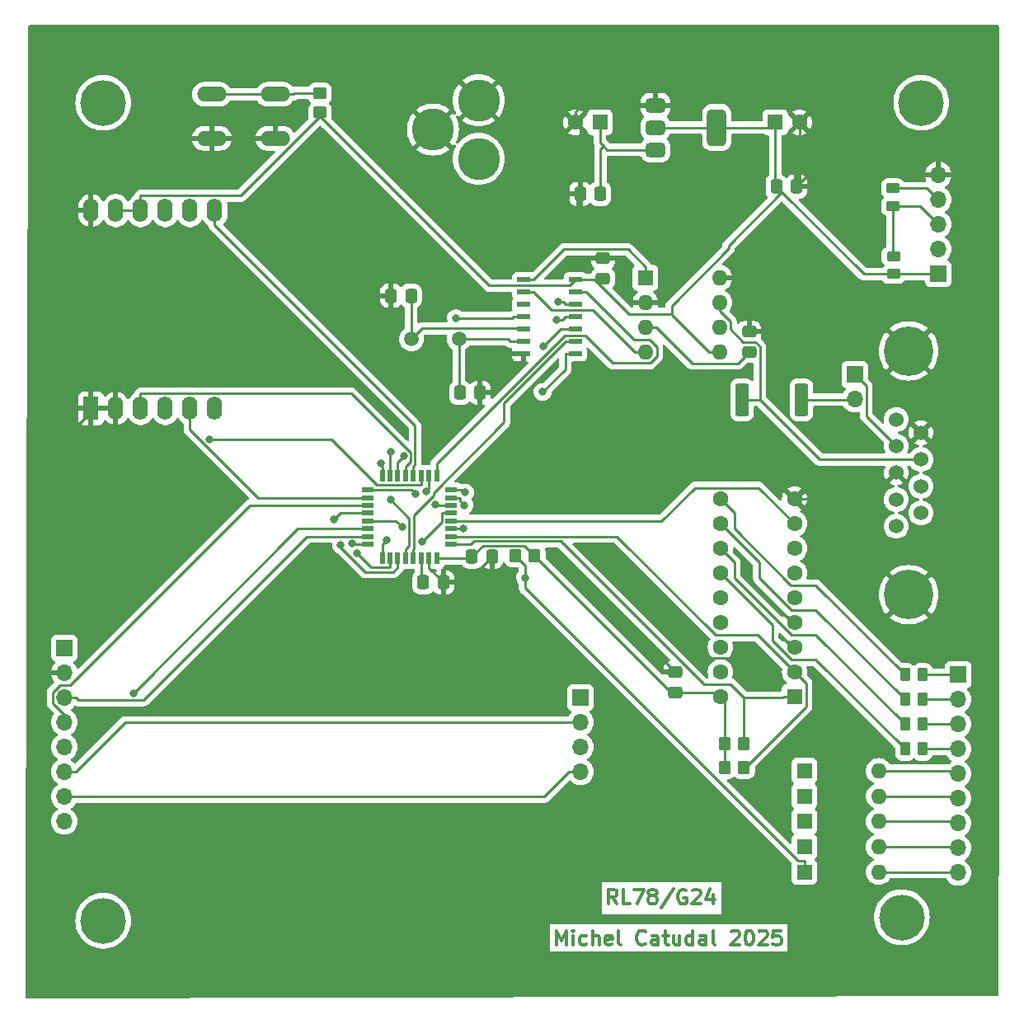
<source format=gtl>
G04 #@! TF.GenerationSoftware,KiCad,Pcbnew,8.0.6*
G04 #@! TF.CreationDate,2025-01-15T22:13:11-05:00*
G04 #@! TF.ProjectId,RL78_G24_Rev3,524c3738-5f47-4323-945f-526576332e6b,rev?*
G04 #@! TF.SameCoordinates,Original*
G04 #@! TF.FileFunction,Copper,L1,Top*
G04 #@! TF.FilePolarity,Positive*
%FSLAX46Y46*%
G04 Gerber Fmt 4.6, Leading zero omitted, Abs format (unit mm)*
G04 Created by KiCad (PCBNEW 8.0.6) date 2025-01-15 22:13:11*
%MOMM*%
%LPD*%
G01*
G04 APERTURE LIST*
G04 Aperture macros list*
%AMRoundRect*
0 Rectangle with rounded corners*
0 $1 Rounding radius*
0 $2 $3 $4 $5 $6 $7 $8 $9 X,Y pos of 4 corners*
0 Add a 4 corners polygon primitive as box body*
4,1,4,$2,$3,$4,$5,$6,$7,$8,$9,$2,$3,0*
0 Add four circle primitives for the rounded corners*
1,1,$1+$1,$2,$3*
1,1,$1+$1,$4,$5*
1,1,$1+$1,$6,$7*
1,1,$1+$1,$8,$9*
0 Add four rect primitives between the rounded corners*
20,1,$1+$1,$2,$3,$4,$5,0*
20,1,$1+$1,$4,$5,$6,$7,0*
20,1,$1+$1,$6,$7,$8,$9,0*
20,1,$1+$1,$8,$9,$2,$3,0*%
G04 Aperture macros list end*
%ADD10C,0.300000*%
G04 #@! TA.AperFunction,NonConductor*
%ADD11C,0.300000*%
G04 #@! TD*
G04 #@! TA.AperFunction,ComponentPad*
%ADD12R,1.700000X1.700000*%
G04 #@! TD*
G04 #@! TA.AperFunction,ComponentPad*
%ADD13O,1.700000X1.700000*%
G04 #@! TD*
G04 #@! TA.AperFunction,ComponentPad*
%ADD14C,4.700000*%
G04 #@! TD*
G04 #@! TA.AperFunction,ComponentPad*
%ADD15C,4.318000*%
G04 #@! TD*
G04 #@! TA.AperFunction,SMDPad,CuDef*
%ADD16RoundRect,0.250000X0.337500X0.475000X-0.337500X0.475000X-0.337500X-0.475000X0.337500X-0.475000X0*%
G04 #@! TD*
G04 #@! TA.AperFunction,SMDPad,CuDef*
%ADD17RoundRect,0.249999X-0.450001X-1.425001X0.450001X-1.425001X0.450001X1.425001X-0.450001X1.425001X0*%
G04 #@! TD*
G04 #@! TA.AperFunction,SMDPad,CuDef*
%ADD18RoundRect,0.250000X-0.337500X-0.475000X0.337500X-0.475000X0.337500X0.475000X-0.337500X0.475000X0*%
G04 #@! TD*
G04 #@! TA.AperFunction,ComponentPad*
%ADD19R,1.600000X1.600000*%
G04 #@! TD*
G04 #@! TA.AperFunction,ComponentPad*
%ADD20O,1.600000X1.600000*%
G04 #@! TD*
G04 #@! TA.AperFunction,ComponentPad*
%ADD21C,1.500000*%
G04 #@! TD*
G04 #@! TA.AperFunction,ComponentPad*
%ADD22C,1.600000*%
G04 #@! TD*
G04 #@! TA.AperFunction,ComponentPad*
%ADD23R,1.600000X2.400000*%
G04 #@! TD*
G04 #@! TA.AperFunction,ComponentPad*
%ADD24O,1.600000X2.400000*%
G04 #@! TD*
G04 #@! TA.AperFunction,SMDPad,CuDef*
%ADD25RoundRect,0.250000X-0.262500X-0.450000X0.262500X-0.450000X0.262500X0.450000X-0.262500X0.450000X0*%
G04 #@! TD*
G04 #@! TA.AperFunction,SMDPad,CuDef*
%ADD26RoundRect,0.250000X0.350000X0.450000X-0.350000X0.450000X-0.350000X-0.450000X0.350000X-0.450000X0*%
G04 #@! TD*
G04 #@! TA.AperFunction,ComponentPad*
%ADD27O,3.048000X1.524000*%
G04 #@! TD*
G04 #@! TA.AperFunction,SMDPad,CuDef*
%ADD28RoundRect,0.250000X0.450000X-0.262500X0.450000X0.262500X-0.450000X0.262500X-0.450000X-0.262500X0*%
G04 #@! TD*
G04 #@! TA.AperFunction,ComponentPad*
%ADD29C,1.524000*%
G04 #@! TD*
G04 #@! TA.AperFunction,ComponentPad*
%ADD30C,5.080000*%
G04 #@! TD*
G04 #@! TA.AperFunction,SMDPad,CuDef*
%ADD31RoundRect,0.375000X-0.625000X-0.375000X0.625000X-0.375000X0.625000X0.375000X-0.625000X0.375000X0*%
G04 #@! TD*
G04 #@! TA.AperFunction,SMDPad,CuDef*
%ADD32RoundRect,0.500000X-0.500000X-1.400000X0.500000X-1.400000X0.500000X1.400000X-0.500000X1.400000X0*%
G04 #@! TD*
G04 #@! TA.AperFunction,SMDPad,CuDef*
%ADD33RoundRect,0.250000X0.475000X-0.337500X0.475000X0.337500X-0.475000X0.337500X-0.475000X-0.337500X0*%
G04 #@! TD*
G04 #@! TA.AperFunction,SMDPad,CuDef*
%ADD34RoundRect,0.250000X-0.350000X-0.450000X0.350000X-0.450000X0.350000X0.450000X-0.350000X0.450000X0*%
G04 #@! TD*
G04 #@! TA.AperFunction,SMDPad,CuDef*
%ADD35R,1.397000X0.558800*%
G04 #@! TD*
G04 #@! TA.AperFunction,SMDPad,CuDef*
%ADD36R,0.500000X1.200000*%
G04 #@! TD*
G04 #@! TA.AperFunction,SMDPad,CuDef*
%ADD37R,1.200000X0.500000*%
G04 #@! TD*
G04 #@! TA.AperFunction,SMDPad,CuDef*
%ADD38RoundRect,0.250000X-0.450000X0.350000X-0.450000X-0.350000X0.450000X-0.350000X0.450000X0.350000X0*%
G04 #@! TD*
G04 #@! TA.AperFunction,ViaPad*
%ADD39C,0.800000*%
G04 #@! TD*
G04 #@! TA.AperFunction,Conductor*
%ADD40C,0.250000*%
G04 #@! TD*
G04 APERTURE END LIST*
D10*
D11*
X130764286Y-155278328D02*
X130264286Y-154564042D01*
X129907143Y-155278328D02*
X129907143Y-153778328D01*
X129907143Y-153778328D02*
X130478572Y-153778328D01*
X130478572Y-153778328D02*
X130621429Y-153849757D01*
X130621429Y-153849757D02*
X130692858Y-153921185D01*
X130692858Y-153921185D02*
X130764286Y-154064042D01*
X130764286Y-154064042D02*
X130764286Y-154278328D01*
X130764286Y-154278328D02*
X130692858Y-154421185D01*
X130692858Y-154421185D02*
X130621429Y-154492614D01*
X130621429Y-154492614D02*
X130478572Y-154564042D01*
X130478572Y-154564042D02*
X129907143Y-154564042D01*
X132121429Y-155278328D02*
X131407143Y-155278328D01*
X131407143Y-155278328D02*
X131407143Y-153778328D01*
X132478572Y-153778328D02*
X133478572Y-153778328D01*
X133478572Y-153778328D02*
X132835715Y-155278328D01*
X134264286Y-154421185D02*
X134121429Y-154349757D01*
X134121429Y-154349757D02*
X134050000Y-154278328D01*
X134050000Y-154278328D02*
X133978572Y-154135471D01*
X133978572Y-154135471D02*
X133978572Y-154064042D01*
X133978572Y-154064042D02*
X134050000Y-153921185D01*
X134050000Y-153921185D02*
X134121429Y-153849757D01*
X134121429Y-153849757D02*
X134264286Y-153778328D01*
X134264286Y-153778328D02*
X134550000Y-153778328D01*
X134550000Y-153778328D02*
X134692858Y-153849757D01*
X134692858Y-153849757D02*
X134764286Y-153921185D01*
X134764286Y-153921185D02*
X134835715Y-154064042D01*
X134835715Y-154064042D02*
X134835715Y-154135471D01*
X134835715Y-154135471D02*
X134764286Y-154278328D01*
X134764286Y-154278328D02*
X134692858Y-154349757D01*
X134692858Y-154349757D02*
X134550000Y-154421185D01*
X134550000Y-154421185D02*
X134264286Y-154421185D01*
X134264286Y-154421185D02*
X134121429Y-154492614D01*
X134121429Y-154492614D02*
X134050000Y-154564042D01*
X134050000Y-154564042D02*
X133978572Y-154706900D01*
X133978572Y-154706900D02*
X133978572Y-154992614D01*
X133978572Y-154992614D02*
X134050000Y-155135471D01*
X134050000Y-155135471D02*
X134121429Y-155206900D01*
X134121429Y-155206900D02*
X134264286Y-155278328D01*
X134264286Y-155278328D02*
X134550000Y-155278328D01*
X134550000Y-155278328D02*
X134692858Y-155206900D01*
X134692858Y-155206900D02*
X134764286Y-155135471D01*
X134764286Y-155135471D02*
X134835715Y-154992614D01*
X134835715Y-154992614D02*
X134835715Y-154706900D01*
X134835715Y-154706900D02*
X134764286Y-154564042D01*
X134764286Y-154564042D02*
X134692858Y-154492614D01*
X134692858Y-154492614D02*
X134550000Y-154421185D01*
X136550000Y-153706900D02*
X135264286Y-155635471D01*
X137835715Y-153849757D02*
X137692858Y-153778328D01*
X137692858Y-153778328D02*
X137478572Y-153778328D01*
X137478572Y-153778328D02*
X137264286Y-153849757D01*
X137264286Y-153849757D02*
X137121429Y-153992614D01*
X137121429Y-153992614D02*
X137050000Y-154135471D01*
X137050000Y-154135471D02*
X136978572Y-154421185D01*
X136978572Y-154421185D02*
X136978572Y-154635471D01*
X136978572Y-154635471D02*
X137050000Y-154921185D01*
X137050000Y-154921185D02*
X137121429Y-155064042D01*
X137121429Y-155064042D02*
X137264286Y-155206900D01*
X137264286Y-155206900D02*
X137478572Y-155278328D01*
X137478572Y-155278328D02*
X137621429Y-155278328D01*
X137621429Y-155278328D02*
X137835715Y-155206900D01*
X137835715Y-155206900D02*
X137907143Y-155135471D01*
X137907143Y-155135471D02*
X137907143Y-154635471D01*
X137907143Y-154635471D02*
X137621429Y-154635471D01*
X138478572Y-153921185D02*
X138550000Y-153849757D01*
X138550000Y-153849757D02*
X138692858Y-153778328D01*
X138692858Y-153778328D02*
X139050000Y-153778328D01*
X139050000Y-153778328D02*
X139192858Y-153849757D01*
X139192858Y-153849757D02*
X139264286Y-153921185D01*
X139264286Y-153921185D02*
X139335715Y-154064042D01*
X139335715Y-154064042D02*
X139335715Y-154206900D01*
X139335715Y-154206900D02*
X139264286Y-154421185D01*
X139264286Y-154421185D02*
X138407143Y-155278328D01*
X138407143Y-155278328D02*
X139335715Y-155278328D01*
X140621429Y-154278328D02*
X140621429Y-155278328D01*
X140264286Y-153706900D02*
X139907143Y-154778328D01*
X139907143Y-154778328D02*
X140835714Y-154778328D01*
D10*
D11*
X124550000Y-159503328D02*
X124550000Y-158003328D01*
X124550000Y-158003328D02*
X125050000Y-159074757D01*
X125050000Y-159074757D02*
X125550000Y-158003328D01*
X125550000Y-158003328D02*
X125550000Y-159503328D01*
X126264286Y-159503328D02*
X126264286Y-158503328D01*
X126264286Y-158003328D02*
X126192858Y-158074757D01*
X126192858Y-158074757D02*
X126264286Y-158146185D01*
X126264286Y-158146185D02*
X126335715Y-158074757D01*
X126335715Y-158074757D02*
X126264286Y-158003328D01*
X126264286Y-158003328D02*
X126264286Y-158146185D01*
X127621430Y-159431900D02*
X127478572Y-159503328D01*
X127478572Y-159503328D02*
X127192858Y-159503328D01*
X127192858Y-159503328D02*
X127050001Y-159431900D01*
X127050001Y-159431900D02*
X126978572Y-159360471D01*
X126978572Y-159360471D02*
X126907144Y-159217614D01*
X126907144Y-159217614D02*
X126907144Y-158789042D01*
X126907144Y-158789042D02*
X126978572Y-158646185D01*
X126978572Y-158646185D02*
X127050001Y-158574757D01*
X127050001Y-158574757D02*
X127192858Y-158503328D01*
X127192858Y-158503328D02*
X127478572Y-158503328D01*
X127478572Y-158503328D02*
X127621430Y-158574757D01*
X128264286Y-159503328D02*
X128264286Y-158003328D01*
X128907144Y-159503328D02*
X128907144Y-158717614D01*
X128907144Y-158717614D02*
X128835715Y-158574757D01*
X128835715Y-158574757D02*
X128692858Y-158503328D01*
X128692858Y-158503328D02*
X128478572Y-158503328D01*
X128478572Y-158503328D02*
X128335715Y-158574757D01*
X128335715Y-158574757D02*
X128264286Y-158646185D01*
X130192858Y-159431900D02*
X130050001Y-159503328D01*
X130050001Y-159503328D02*
X129764287Y-159503328D01*
X129764287Y-159503328D02*
X129621429Y-159431900D01*
X129621429Y-159431900D02*
X129550001Y-159289042D01*
X129550001Y-159289042D02*
X129550001Y-158717614D01*
X129550001Y-158717614D02*
X129621429Y-158574757D01*
X129621429Y-158574757D02*
X129764287Y-158503328D01*
X129764287Y-158503328D02*
X130050001Y-158503328D01*
X130050001Y-158503328D02*
X130192858Y-158574757D01*
X130192858Y-158574757D02*
X130264287Y-158717614D01*
X130264287Y-158717614D02*
X130264287Y-158860471D01*
X130264287Y-158860471D02*
X129550001Y-159003328D01*
X131121429Y-159503328D02*
X130978572Y-159431900D01*
X130978572Y-159431900D02*
X130907143Y-159289042D01*
X130907143Y-159289042D02*
X130907143Y-158003328D01*
X133692857Y-159360471D02*
X133621429Y-159431900D01*
X133621429Y-159431900D02*
X133407143Y-159503328D01*
X133407143Y-159503328D02*
X133264286Y-159503328D01*
X133264286Y-159503328D02*
X133050000Y-159431900D01*
X133050000Y-159431900D02*
X132907143Y-159289042D01*
X132907143Y-159289042D02*
X132835714Y-159146185D01*
X132835714Y-159146185D02*
X132764286Y-158860471D01*
X132764286Y-158860471D02*
X132764286Y-158646185D01*
X132764286Y-158646185D02*
X132835714Y-158360471D01*
X132835714Y-158360471D02*
X132907143Y-158217614D01*
X132907143Y-158217614D02*
X133050000Y-158074757D01*
X133050000Y-158074757D02*
X133264286Y-158003328D01*
X133264286Y-158003328D02*
X133407143Y-158003328D01*
X133407143Y-158003328D02*
X133621429Y-158074757D01*
X133621429Y-158074757D02*
X133692857Y-158146185D01*
X134978572Y-159503328D02*
X134978572Y-158717614D01*
X134978572Y-158717614D02*
X134907143Y-158574757D01*
X134907143Y-158574757D02*
X134764286Y-158503328D01*
X134764286Y-158503328D02*
X134478572Y-158503328D01*
X134478572Y-158503328D02*
X134335714Y-158574757D01*
X134978572Y-159431900D02*
X134835714Y-159503328D01*
X134835714Y-159503328D02*
X134478572Y-159503328D01*
X134478572Y-159503328D02*
X134335714Y-159431900D01*
X134335714Y-159431900D02*
X134264286Y-159289042D01*
X134264286Y-159289042D02*
X134264286Y-159146185D01*
X134264286Y-159146185D02*
X134335714Y-159003328D01*
X134335714Y-159003328D02*
X134478572Y-158931900D01*
X134478572Y-158931900D02*
X134835714Y-158931900D01*
X134835714Y-158931900D02*
X134978572Y-158860471D01*
X135478572Y-158503328D02*
X136050000Y-158503328D01*
X135692857Y-158003328D02*
X135692857Y-159289042D01*
X135692857Y-159289042D02*
X135764286Y-159431900D01*
X135764286Y-159431900D02*
X135907143Y-159503328D01*
X135907143Y-159503328D02*
X136050000Y-159503328D01*
X137192858Y-158503328D02*
X137192858Y-159503328D01*
X136550000Y-158503328D02*
X136550000Y-159289042D01*
X136550000Y-159289042D02*
X136621429Y-159431900D01*
X136621429Y-159431900D02*
X136764286Y-159503328D01*
X136764286Y-159503328D02*
X136978572Y-159503328D01*
X136978572Y-159503328D02*
X137121429Y-159431900D01*
X137121429Y-159431900D02*
X137192858Y-159360471D01*
X138550001Y-159503328D02*
X138550001Y-158003328D01*
X138550001Y-159431900D02*
X138407143Y-159503328D01*
X138407143Y-159503328D02*
X138121429Y-159503328D01*
X138121429Y-159503328D02*
X137978572Y-159431900D01*
X137978572Y-159431900D02*
X137907143Y-159360471D01*
X137907143Y-159360471D02*
X137835715Y-159217614D01*
X137835715Y-159217614D02*
X137835715Y-158789042D01*
X137835715Y-158789042D02*
X137907143Y-158646185D01*
X137907143Y-158646185D02*
X137978572Y-158574757D01*
X137978572Y-158574757D02*
X138121429Y-158503328D01*
X138121429Y-158503328D02*
X138407143Y-158503328D01*
X138407143Y-158503328D02*
X138550001Y-158574757D01*
X139907144Y-159503328D02*
X139907144Y-158717614D01*
X139907144Y-158717614D02*
X139835715Y-158574757D01*
X139835715Y-158574757D02*
X139692858Y-158503328D01*
X139692858Y-158503328D02*
X139407144Y-158503328D01*
X139407144Y-158503328D02*
X139264286Y-158574757D01*
X139907144Y-159431900D02*
X139764286Y-159503328D01*
X139764286Y-159503328D02*
X139407144Y-159503328D01*
X139407144Y-159503328D02*
X139264286Y-159431900D01*
X139264286Y-159431900D02*
X139192858Y-159289042D01*
X139192858Y-159289042D02*
X139192858Y-159146185D01*
X139192858Y-159146185D02*
X139264286Y-159003328D01*
X139264286Y-159003328D02*
X139407144Y-158931900D01*
X139407144Y-158931900D02*
X139764286Y-158931900D01*
X139764286Y-158931900D02*
X139907144Y-158860471D01*
X140835715Y-159503328D02*
X140692858Y-159431900D01*
X140692858Y-159431900D02*
X140621429Y-159289042D01*
X140621429Y-159289042D02*
X140621429Y-158003328D01*
X142478572Y-158146185D02*
X142550000Y-158074757D01*
X142550000Y-158074757D02*
X142692858Y-158003328D01*
X142692858Y-158003328D02*
X143050000Y-158003328D01*
X143050000Y-158003328D02*
X143192858Y-158074757D01*
X143192858Y-158074757D02*
X143264286Y-158146185D01*
X143264286Y-158146185D02*
X143335715Y-158289042D01*
X143335715Y-158289042D02*
X143335715Y-158431900D01*
X143335715Y-158431900D02*
X143264286Y-158646185D01*
X143264286Y-158646185D02*
X142407143Y-159503328D01*
X142407143Y-159503328D02*
X143335715Y-159503328D01*
X144264286Y-158003328D02*
X144407143Y-158003328D01*
X144407143Y-158003328D02*
X144550000Y-158074757D01*
X144550000Y-158074757D02*
X144621429Y-158146185D01*
X144621429Y-158146185D02*
X144692857Y-158289042D01*
X144692857Y-158289042D02*
X144764286Y-158574757D01*
X144764286Y-158574757D02*
X144764286Y-158931900D01*
X144764286Y-158931900D02*
X144692857Y-159217614D01*
X144692857Y-159217614D02*
X144621429Y-159360471D01*
X144621429Y-159360471D02*
X144550000Y-159431900D01*
X144550000Y-159431900D02*
X144407143Y-159503328D01*
X144407143Y-159503328D02*
X144264286Y-159503328D01*
X144264286Y-159503328D02*
X144121429Y-159431900D01*
X144121429Y-159431900D02*
X144050000Y-159360471D01*
X144050000Y-159360471D02*
X143978571Y-159217614D01*
X143978571Y-159217614D02*
X143907143Y-158931900D01*
X143907143Y-158931900D02*
X143907143Y-158574757D01*
X143907143Y-158574757D02*
X143978571Y-158289042D01*
X143978571Y-158289042D02*
X144050000Y-158146185D01*
X144050000Y-158146185D02*
X144121429Y-158074757D01*
X144121429Y-158074757D02*
X144264286Y-158003328D01*
X145335714Y-158146185D02*
X145407142Y-158074757D01*
X145407142Y-158074757D02*
X145550000Y-158003328D01*
X145550000Y-158003328D02*
X145907142Y-158003328D01*
X145907142Y-158003328D02*
X146050000Y-158074757D01*
X146050000Y-158074757D02*
X146121428Y-158146185D01*
X146121428Y-158146185D02*
X146192857Y-158289042D01*
X146192857Y-158289042D02*
X146192857Y-158431900D01*
X146192857Y-158431900D02*
X146121428Y-158646185D01*
X146121428Y-158646185D02*
X145264285Y-159503328D01*
X145264285Y-159503328D02*
X146192857Y-159503328D01*
X147549999Y-158003328D02*
X146835713Y-158003328D01*
X146835713Y-158003328D02*
X146764285Y-158717614D01*
X146764285Y-158717614D02*
X146835713Y-158646185D01*
X146835713Y-158646185D02*
X146978571Y-158574757D01*
X146978571Y-158574757D02*
X147335713Y-158574757D01*
X147335713Y-158574757D02*
X147478571Y-158646185D01*
X147478571Y-158646185D02*
X147549999Y-158717614D01*
X147549999Y-158717614D02*
X147621428Y-158860471D01*
X147621428Y-158860471D02*
X147621428Y-159217614D01*
X147621428Y-159217614D02*
X147549999Y-159360471D01*
X147549999Y-159360471D02*
X147478571Y-159431900D01*
X147478571Y-159431900D02*
X147335713Y-159503328D01*
X147335713Y-159503328D02*
X146978571Y-159503328D01*
X146978571Y-159503328D02*
X146835713Y-159431900D01*
X146835713Y-159431900D02*
X146764285Y-159360471D01*
D12*
X155177000Y-100898000D03*
D13*
X155177000Y-103438000D03*
D14*
X78000000Y-73000000D03*
X162000000Y-73000000D03*
X78000000Y-157000000D03*
X159997000Y-156643000D03*
D15*
X116550000Y-72750000D03*
X111850000Y-75750000D03*
X116550000Y-78750000D03*
D16*
X129037500Y-82350000D03*
X126962500Y-82350000D03*
D17*
X143600000Y-103500000D03*
X149700000Y-103500000D03*
D18*
X147112500Y-81600000D03*
X149187500Y-81600000D03*
D19*
X150000000Y-149400000D03*
D20*
X157620000Y-149400000D03*
D21*
X109650000Y-97250000D03*
X114530000Y-97250000D03*
D19*
X147000000Y-75000000D03*
D22*
X149500000Y-75000000D03*
D23*
X76750000Y-104390000D03*
D24*
X79290000Y-104390000D03*
X81830000Y-104390000D03*
X84370000Y-104390000D03*
X86910000Y-104390000D03*
X89450000Y-104390000D03*
X89450000Y-84070000D03*
X86910000Y-84070000D03*
X84370000Y-84070000D03*
X81830000Y-84070000D03*
X79290000Y-84070000D03*
X76750000Y-84070000D03*
D25*
X160337500Y-139360000D03*
X162162500Y-139360000D03*
D19*
X150000000Y-152000000D03*
D20*
X157620000Y-152000000D03*
D19*
X150000000Y-144200000D03*
D20*
X157620000Y-144200000D03*
D26*
X143800000Y-141250000D03*
X141800000Y-141250000D03*
D27*
X89150000Y-72128800D03*
X95652400Y-72128800D03*
X89150000Y-76650000D03*
X95652400Y-76650000D03*
D28*
X159086800Y-83600700D03*
X159086800Y-81775700D03*
D26*
X143800000Y-138800000D03*
X141800000Y-138800000D03*
D12*
X74000000Y-129000000D03*
D13*
X74000000Y-131540000D03*
X74000000Y-134080000D03*
X74000000Y-136620000D03*
X74000000Y-139160000D03*
X74000000Y-141700000D03*
X74000000Y-144240000D03*
X74000000Y-146780000D03*
D19*
X129000000Y-75000000D03*
D22*
X126500000Y-75000000D03*
D28*
X159137600Y-90585700D03*
X159137600Y-88760700D03*
D29*
X159430000Y-105513600D03*
X159430000Y-108256800D03*
X159430000Y-111000000D03*
X159430000Y-113743200D03*
X159430000Y-116486400D03*
X161970000Y-106885200D03*
X161970000Y-109628400D03*
X161970000Y-112371600D03*
X161970000Y-115114800D03*
D30*
X160700000Y-98477800D03*
X160700000Y-123522200D03*
D18*
X115862500Y-119600000D03*
X117937500Y-119600000D03*
X110862500Y-122260000D03*
X112937500Y-122260000D03*
D19*
X133675000Y-90975000D03*
D20*
X133675000Y-93515000D03*
X133675000Y-96055000D03*
X133675000Y-98595000D03*
X141295000Y-98595000D03*
X141295000Y-96055000D03*
X141295000Y-93515000D03*
X141295000Y-90975000D03*
D31*
X134700000Y-73250000D03*
X134700000Y-75550000D03*
D32*
X141000000Y-75550000D03*
D31*
X134700000Y-77850000D03*
D16*
X109612500Y-92825000D03*
X107537500Y-92825000D03*
D19*
X150000000Y-141600000D03*
D20*
X157620000Y-141600000D03*
D18*
X114625000Y-102775000D03*
X116700000Y-102775000D03*
D33*
X129325000Y-91062500D03*
X129325000Y-88987500D03*
D19*
X149000000Y-134000000D03*
D22*
X149000000Y-131460000D03*
X149000000Y-128920000D03*
X149000000Y-126380000D03*
X149000000Y-123840000D03*
X149000000Y-121300000D03*
X149000000Y-118760000D03*
X149000000Y-116220000D03*
X149000000Y-113680000D03*
X141380000Y-113680000D03*
X141380000Y-116220000D03*
X141380000Y-118760000D03*
X141380000Y-121300000D03*
X141380000Y-123840000D03*
X141380000Y-126380000D03*
X141380000Y-128920000D03*
X141380000Y-131460000D03*
X141380000Y-134000000D03*
D34*
X120300000Y-119500000D03*
X122300000Y-119500000D03*
D33*
X136750000Y-133537500D03*
X136750000Y-131462500D03*
D35*
X121170700Y-91165000D03*
X121170700Y-92435000D03*
X121170700Y-93705000D03*
X121170700Y-94975000D03*
X121170700Y-96245000D03*
X121170700Y-97515000D03*
X121170700Y-98785000D03*
X126479300Y-98785000D03*
X126479300Y-97515000D03*
X126479300Y-96245000D03*
X126479300Y-94975000D03*
X126479300Y-93705000D03*
X126479300Y-92435000D03*
X126479300Y-91165000D03*
D12*
X127000000Y-134080000D03*
D13*
X127000000Y-136620000D03*
X127000000Y-139160000D03*
X127000000Y-141700000D03*
D25*
X160337500Y-134280000D03*
X162162500Y-134280000D03*
X160337500Y-136820000D03*
X162162500Y-136820000D03*
D19*
X150000000Y-146800000D03*
D20*
X157620000Y-146800000D03*
D36*
X106640000Y-119800000D03*
X107440000Y-119800000D03*
X108240000Y-119800000D03*
X109040000Y-119800000D03*
X109840000Y-119800000D03*
X110640000Y-119800000D03*
X111440000Y-119800000D03*
X112240000Y-119800000D03*
D37*
X113690000Y-118350000D03*
X113690000Y-117550000D03*
X113690000Y-116750000D03*
X113690000Y-115950000D03*
X113690000Y-115150000D03*
X113690000Y-114350000D03*
X113690000Y-113550000D03*
X113690000Y-112750000D03*
D36*
X112240000Y-111300000D03*
X111440000Y-111300000D03*
X110640000Y-111300000D03*
X109840000Y-111300000D03*
X109040000Y-111300000D03*
X108240000Y-111300000D03*
X107440000Y-111300000D03*
X106640000Y-111300000D03*
D37*
X105190000Y-112750000D03*
X105190000Y-113550000D03*
X105190000Y-114350000D03*
X105190000Y-115150000D03*
X105190000Y-115950000D03*
X105190000Y-116750000D03*
X105190000Y-117550000D03*
X105190000Y-118350000D03*
D33*
X144325000Y-98587500D03*
X144325000Y-96512500D03*
D12*
X163750000Y-90560000D03*
D13*
X163750000Y-88020000D03*
X163750000Y-85480000D03*
X163750000Y-82940000D03*
X163750000Y-80400000D03*
D12*
X165800000Y-131740000D03*
D13*
X165800000Y-134280000D03*
X165800000Y-136820000D03*
X165800000Y-139360000D03*
X165800000Y-141900000D03*
X165800000Y-144440000D03*
X165800000Y-146980000D03*
X165800000Y-149520000D03*
X165800000Y-152060000D03*
D38*
X100250000Y-72000000D03*
X100250000Y-74000000D03*
D25*
X160337500Y-131740000D03*
X162162500Y-131740000D03*
D39*
X146100000Y-130800000D03*
X137300000Y-128400000D03*
X125650000Y-105400000D03*
X126600000Y-89200000D03*
X134550000Y-129500000D03*
X106600000Y-88000000D03*
X126650000Y-84300000D03*
X107079800Y-117918300D03*
X102393800Y-118403800D03*
X104055400Y-119286200D03*
X121316500Y-121767300D03*
X114946200Y-116750000D03*
X88904000Y-107557000D03*
X111171500Y-112912800D03*
X101705600Y-115812100D03*
X115093300Y-114325600D03*
X108844300Y-109307200D03*
X124583000Y-95326100D03*
X107495000Y-113766700D03*
X123107400Y-102690400D03*
X124680300Y-93436500D03*
X107546800Y-108853600D03*
X123206200Y-97997000D03*
X106520200Y-110061000D03*
X108677000Y-116577700D03*
X115144500Y-113018300D03*
X112069700Y-114277700D03*
X110723600Y-118054600D03*
X81126200Y-133616300D03*
X110049000Y-113132600D03*
X114219900Y-95111800D03*
X103539500Y-118267400D03*
D40*
X155177000Y-100898000D02*
X156351651Y-102072651D01*
X156351651Y-105178451D02*
X159430000Y-108256800D01*
X156351651Y-102072651D02*
X156351651Y-105178451D01*
X149700000Y-103500000D02*
X155115000Y-103500000D01*
X155115000Y-103500000D02*
X155177000Y-103438000D01*
X77950000Y-76650000D02*
X76700000Y-77900000D01*
X117050000Y-98900000D02*
X117165000Y-98785000D01*
X156750000Y-113680000D02*
X159430000Y-111000000D01*
X129325000Y-88987500D02*
X131138000Y-88987500D01*
X149500000Y-75000000D02*
X149500000Y-81287500D01*
X72390000Y-131540000D02*
X74000000Y-131540000D01*
X144325000Y-91875000D02*
X144325000Y-96512500D01*
X126500000Y-73900000D02*
X127150000Y-73250000D01*
X117165000Y-98785000D02*
X121170700Y-98785000D01*
X116700000Y-99300000D02*
X117050000Y-98950000D01*
X131900000Y-93450000D02*
X131965000Y-93515000D01*
X126962500Y-75462500D02*
X126500000Y-75000000D01*
X116700000Y-102775000D02*
X116700000Y-99300000D01*
X131138000Y-88987500D02*
X131550000Y-89400000D01*
X149188000Y-81600000D02*
X150388000Y-80400000D01*
X76750000Y-104390000D02*
X79290000Y-104390000D01*
X111440000Y-120762000D02*
X112938000Y-122260000D01*
X145345000Y-130045000D02*
X138945000Y-130045000D01*
X89150000Y-76650000D02*
X95652400Y-76650000D01*
X76750000Y-77950000D02*
X76750000Y-84070000D01*
X89150000Y-76650000D02*
X77950000Y-76650000D01*
X71900000Y-131050000D02*
X72390000Y-131540000D01*
X149000000Y-113680000D02*
X156750000Y-113680000D01*
X144250000Y-91600000D02*
X144250000Y-91800000D01*
X76750000Y-104790000D02*
X71900000Y-109640000D01*
X117050000Y-98950000D02*
X117050000Y-98900000D01*
X121170700Y-98785000D02*
X121171000Y-98785000D01*
X126962500Y-82350000D02*
X126962500Y-75462500D01*
X134550000Y-129500000D02*
X134787500Y-129500000D01*
X129325000Y-88987500D02*
X126812500Y-88987500D01*
X131965000Y-93515000D02*
X133675000Y-93515000D01*
X144325000Y-96512500D02*
X158735000Y-96512500D01*
X127150000Y-73250000D02*
X134700000Y-73250000D01*
X131900000Y-93400000D02*
X131900000Y-93450000D01*
X76750000Y-84070000D02*
X76750000Y-104390000D01*
X126650000Y-84300000D02*
X126650000Y-82662500D01*
X126812500Y-88987500D02*
X126600000Y-89200000D01*
X143625000Y-90975000D02*
X144250000Y-91600000D01*
X71900000Y-109640000D02*
X71900000Y-131050000D01*
X141295000Y-90975000D02*
X143625000Y-90975000D01*
X131550000Y-93050000D02*
X131900000Y-93400000D01*
X76750000Y-104390000D02*
X76750000Y-104790000D01*
X138945000Y-130045000D02*
X137300000Y-128400000D01*
X134787500Y-129500000D02*
X136750000Y-131462500D01*
X126500000Y-75000000D02*
X126500000Y-73900000D01*
X126650000Y-82662500D02*
X126962500Y-82350000D01*
X150388000Y-80400000D02*
X163750000Y-80400000D01*
X146100000Y-130800000D02*
X145345000Y-130045000D01*
X131550000Y-89400000D02*
X131550000Y-93050000D01*
X149500000Y-81287500D02*
X149188000Y-81600000D01*
X112938000Y-122260000D02*
X115278000Y-122260000D01*
X144250000Y-91800000D02*
X144325000Y-91875000D01*
X158735000Y-96512500D02*
X160700000Y-98477800D01*
X115278000Y-122260000D02*
X117938000Y-119600000D01*
X111440000Y-119800000D02*
X111440000Y-120762000D01*
X76700000Y-77900000D02*
X76750000Y-77950000D01*
X129375000Y-77475000D02*
X129750000Y-77850000D01*
X129000000Y-75000000D02*
X129000000Y-77100000D01*
X129037500Y-77812500D02*
X129037500Y-82350000D01*
X134801700Y-96055000D02*
X138519300Y-99772600D01*
X143139900Y-99772600D02*
X144325000Y-98587500D01*
X138519300Y-99772600D02*
X143139900Y-99772600D01*
X133675000Y-96055000D02*
X134801700Y-96055000D01*
X129750000Y-77850000D02*
X134700000Y-77850000D01*
X129375000Y-77475000D02*
X129037500Y-77812500D01*
X129000000Y-77100000D02*
X129375000Y-77475000D01*
X163724000Y-90585700D02*
X163750000Y-90560000D01*
X134700000Y-75550000D02*
X141000000Y-75550000D01*
X136358300Y-93820300D02*
X142207400Y-87971200D01*
X131975200Y-94664400D02*
X136358300Y-94664400D01*
X121271400Y-118471400D02*
X122300000Y-119500000D01*
X115762000Y-119700000D02*
X115862000Y-119600000D01*
X115862500Y-119600000D02*
X116991100Y-118471400D01*
X141800000Y-141250000D02*
X141800000Y-138800000D01*
X142207400Y-87647200D02*
X147683300Y-82171300D01*
X117631100Y-91771100D02*
X100250000Y-74390000D01*
X81830000Y-84070000D02*
X81830000Y-82543300D01*
X116991100Y-118471400D02*
X121271400Y-118471400D01*
X128475800Y-91165000D02*
X129222000Y-91165000D01*
X147683300Y-82171300D02*
X156098000Y-90585700D01*
X141380000Y-134000000D02*
X140917500Y-133537500D01*
X136358300Y-94785000D02*
X136358300Y-94664400D01*
X115762500Y-119700000D02*
X115862500Y-119600000D01*
X126479000Y-91165000D02*
X125872900Y-91771100D01*
X125872900Y-91771100D02*
X117631100Y-91771100D01*
X147112000Y-81600000D02*
X147683300Y-82171300D01*
X136337500Y-133537500D02*
X122300000Y-119500000D01*
X159137600Y-90585700D02*
X163724000Y-90585700D01*
X129222000Y-91165000D02*
X129325000Y-91062500D01*
X100250000Y-74390000D02*
X92096700Y-82543300D01*
X115662000Y-119800000D02*
X115762000Y-119700000D01*
X147000000Y-81487500D02*
X147112000Y-81600000D01*
X79290000Y-84070000D02*
X81830000Y-84070000D01*
X141800000Y-138800000D02*
X141800000Y-134420000D01*
X126479300Y-91165000D02*
X128475800Y-91165000D01*
X140917500Y-133537500D02*
X136750000Y-133537500D01*
X115762000Y-119700000D02*
X115762500Y-119700000D01*
X92096700Y-82543300D02*
X81830000Y-82543300D01*
X146450000Y-75550000D02*
X147000000Y-75000000D01*
X100250000Y-74000000D02*
X100250000Y-74390000D01*
X147112500Y-81600000D02*
X147112000Y-81600000D01*
X136358300Y-94664400D02*
X136358300Y-93820300D01*
X141000000Y-75550000D02*
X146450000Y-75550000D01*
X128475800Y-91165000D02*
X131975200Y-94664400D01*
X136750000Y-133537500D02*
X136337500Y-133537500D01*
X126479000Y-91165000D02*
X126479300Y-91165000D01*
X112240000Y-119800000D02*
X115662000Y-119800000D01*
X140168300Y-98595000D02*
X136358300Y-94785000D01*
X141295000Y-98595000D02*
X140168300Y-98595000D01*
X141800000Y-134420000D02*
X141380000Y-134000000D01*
X156098000Y-90585700D02*
X159137600Y-90585700D01*
X147000000Y-75000000D02*
X147000000Y-81487500D01*
X142207400Y-87971200D02*
X142207400Y-87647200D01*
X106640000Y-118358100D02*
X106640000Y-119800000D01*
X107079800Y-117918300D02*
X106640000Y-118358100D01*
X102393800Y-118403800D02*
X102393800Y-118685700D01*
X95652400Y-72128800D02*
X97503100Y-72128800D01*
X108240000Y-119800000D02*
X108240000Y-120726700D01*
X102393800Y-118685700D02*
X104887600Y-121179500D01*
X97631900Y-72000000D02*
X97503100Y-72128800D01*
X100250000Y-72000000D02*
X97631900Y-72000000D01*
X95652400Y-72128800D02*
X89150000Y-72128800D01*
X107787200Y-121179500D02*
X108240000Y-120726700D01*
X104887600Y-121179500D02*
X107787200Y-121179500D01*
X159087000Y-86155300D02*
X159087000Y-83600700D01*
X159138000Y-88760700D02*
X159137800Y-88760500D01*
X159087000Y-83600700D02*
X161871000Y-83600700D01*
X159086800Y-86155100D02*
X159086800Y-83600700D01*
X159137600Y-88760700D02*
X159137800Y-88760500D01*
X159137800Y-88760500D02*
X159087000Y-88709900D01*
X159087000Y-88709900D02*
X159087000Y-86155300D01*
X159087000Y-86155300D02*
X159086800Y-86155100D01*
X161871000Y-83600700D02*
X163750000Y-85480000D01*
X105495900Y-120726700D02*
X107440000Y-120726700D01*
X159087000Y-81775700D02*
X162586000Y-81775700D01*
X159087000Y-81775700D02*
X159086800Y-81775700D01*
X107440000Y-119800000D02*
X107440000Y-120726700D01*
X104055400Y-119286200D02*
X105495900Y-120726700D01*
X162586000Y-81775700D02*
X163750000Y-82940000D01*
X165500000Y-141600000D02*
X165800000Y-141900000D01*
X157620000Y-141600000D02*
X165500000Y-141600000D01*
X157620000Y-144200000D02*
X165560000Y-144200000D01*
X165560000Y-144200000D02*
X165800000Y-144440000D01*
X165620000Y-146800000D02*
X165800000Y-146980000D01*
X157620000Y-146800000D02*
X165620000Y-146800000D01*
X165680000Y-149400000D02*
X165800000Y-149520000D01*
X157620000Y-149400000D02*
X165680000Y-149400000D01*
X110751000Y-122149000D02*
X110862000Y-122260000D01*
X110640000Y-122038000D02*
X110751000Y-122149000D01*
X110640000Y-119800000D02*
X110640000Y-122038000D01*
X110751500Y-122149000D02*
X110862500Y-122260000D01*
X110751000Y-122149000D02*
X110751500Y-122149000D01*
X114530000Y-97250000D02*
X114530000Y-102680000D01*
X114530000Y-97250000D02*
X119550000Y-97250000D01*
X119550000Y-97250000D02*
X119815000Y-97515000D01*
X121170700Y-97515000D02*
X121171000Y-97515000D01*
X119815000Y-97515000D02*
X121170700Y-97515000D01*
X114530000Y-102680000D02*
X114625000Y-102775000D01*
X150000000Y-150873300D02*
X149383800Y-150873300D01*
X149383800Y-150873300D02*
X121316500Y-122806000D01*
X150000000Y-152000000D02*
X150000000Y-150873300D01*
X121316500Y-122806000D02*
X121316500Y-121767300D01*
X113690000Y-116750000D02*
X114946200Y-116750000D01*
X121316500Y-121767300D02*
X121316500Y-120516500D01*
X121316500Y-120516500D02*
X120300000Y-119500000D01*
X109612000Y-93836500D02*
X109612000Y-97212500D01*
X109612500Y-93836000D02*
X109612500Y-92825000D01*
X109612000Y-93836500D02*
X109612500Y-93836000D01*
X109612000Y-97212500D02*
X109650000Y-97250000D01*
X110725000Y-96175000D02*
X121101000Y-96175000D01*
X109650000Y-97250000D02*
X110725000Y-96175000D01*
X121170700Y-96244700D02*
X121171000Y-96245000D01*
X121101000Y-96175000D02*
X121170700Y-96244700D01*
X109612000Y-92825000D02*
X109612000Y-93836500D01*
X121170700Y-96244700D02*
X121170700Y-96245000D01*
X165740000Y-152000000D02*
X165800000Y-152060000D01*
X157620000Y-152000000D02*
X165740000Y-152000000D01*
X162162000Y-139360000D02*
X162162500Y-139360000D01*
X162162500Y-139360000D02*
X165800000Y-139360000D01*
X162162500Y-136820000D02*
X165800000Y-136820000D01*
X162162000Y-136820000D02*
X162162500Y-136820000D01*
X162162000Y-131740000D02*
X162162500Y-131740000D01*
X162162500Y-131740000D02*
X165800000Y-131740000D01*
X162162500Y-134280000D02*
X165800000Y-134280000D01*
X162162000Y-134280000D02*
X162162500Y-134280000D01*
X101402100Y-107557000D02*
X88904000Y-107557000D01*
X106071800Y-112226700D02*
X101402100Y-107557000D01*
X110640000Y-112226700D02*
X106071800Y-112226700D01*
X110640000Y-111300000D02*
X110640000Y-112226700D01*
X104263300Y-113550000D02*
X93869400Y-113550000D01*
X93869400Y-113550000D02*
X86910000Y-106590600D01*
X86910000Y-104390000D02*
X86910000Y-105916700D01*
X105190000Y-113550000D02*
X104263300Y-113550000D01*
X86910000Y-106590600D02*
X86910000Y-105916700D01*
X111440000Y-112644300D02*
X111171500Y-112912800D01*
X111440000Y-111300000D02*
X111440000Y-112644300D01*
X109840000Y-111300000D02*
X109840000Y-110373300D01*
X109840000Y-110373300D02*
X110022700Y-110190600D01*
X89450000Y-84070000D02*
X89450000Y-85596700D01*
X110022700Y-110190600D02*
X110022700Y-106169400D01*
X110022700Y-106169400D02*
X89450000Y-85596700D01*
X109571000Y-108969900D02*
X103464400Y-102863300D01*
X103464400Y-102863300D02*
X81830000Y-102863300D01*
X109040000Y-111300000D02*
X109040000Y-110373300D01*
X109571000Y-109842300D02*
X109571000Y-108969900D01*
X109040000Y-110373300D02*
X109571000Y-109842300D01*
X81830000Y-104390000D02*
X81830000Y-102863300D01*
X102367700Y-115150000D02*
X101705600Y-115812100D01*
X105190000Y-115150000D02*
X102367700Y-115150000D01*
X114616700Y-113550000D02*
X114616700Y-113849000D01*
X114616700Y-113849000D02*
X115093300Y-114325600D01*
X113690000Y-113550000D02*
X114616700Y-113550000D01*
X124943100Y-118009900D02*
X139663200Y-132730000D01*
X115750400Y-118350000D02*
X116090500Y-118009900D01*
X142418500Y-132730000D02*
X143800000Y-134111500D01*
X147761800Y-134111500D02*
X147873300Y-134000000D01*
X116090500Y-118009900D02*
X124943100Y-118009900D01*
X143800000Y-134111500D02*
X147761800Y-134111500D01*
X113690000Y-118350000D02*
X115750400Y-118350000D01*
X143800000Y-134111500D02*
X143800000Y-138800000D01*
X149000000Y-134000000D02*
X147873300Y-134000000D01*
X139663200Y-132730000D02*
X142418500Y-132730000D01*
X143800000Y-141250000D02*
X143924000Y-141250000D01*
X149000000Y-131460000D02*
X145190000Y-127650000D01*
X150197600Y-132657600D02*
X149000000Y-131460000D01*
X130750000Y-117550000D02*
X113690000Y-117550000D01*
X150197600Y-134976400D02*
X150197600Y-132657600D01*
X145190000Y-127650000D02*
X140850000Y-127650000D01*
X140850000Y-127650000D02*
X130750000Y-117550000D01*
X143924000Y-141250000D02*
X150197600Y-134976400D01*
X142794800Y-116759500D02*
X142794800Y-115094800D01*
X142794800Y-115094800D02*
X141380000Y-113680000D01*
X148605300Y-122570000D02*
X142794800Y-116759500D01*
X160337500Y-131740000D02*
X151167500Y-122570000D01*
X151167500Y-122570000D02*
X148605300Y-122570000D01*
X148672500Y-125110000D02*
X151167500Y-125110000D01*
X145349300Y-121786800D02*
X148672500Y-125110000D01*
X141380000Y-116220000D02*
X145349300Y-120189300D01*
X151167500Y-125110000D02*
X160337500Y-134280000D01*
X145349300Y-120189300D02*
X145349300Y-121786800D01*
X134843500Y-98097300D02*
X134071200Y-97325000D01*
X132498400Y-97325000D02*
X127608400Y-92435000D01*
X134071200Y-97325000D02*
X132498400Y-97325000D01*
X112240000Y-111300000D02*
X112240000Y-110041800D01*
X127501500Y-96908900D02*
X130322500Y-99729900D01*
X127608400Y-92435000D02*
X126479300Y-92435000D01*
X134161400Y-99729900D02*
X134843500Y-99047800D01*
X125372900Y-96908900D02*
X127501500Y-96908900D01*
X112240000Y-110041800D02*
X125372900Y-96908900D01*
X130322500Y-99729900D02*
X134161400Y-99729900D01*
X134843500Y-99047800D02*
X134843500Y-98097300D01*
X160337500Y-136820000D02*
X151167500Y-127650000D01*
X142794800Y-120174800D02*
X141380000Y-118760000D01*
X142794800Y-121774400D02*
X142794800Y-120174800D01*
X151167500Y-127650000D02*
X148670400Y-127650000D01*
X148670400Y-127650000D02*
X142794800Y-121774400D01*
X148672500Y-130190000D02*
X146724700Y-128242200D01*
X151167500Y-130190000D02*
X148672500Y-130190000D01*
X160337500Y-139360000D02*
X151167500Y-130190000D01*
X146724700Y-126644700D02*
X141380000Y-121300000D01*
X146724700Y-128242200D02*
X146724700Y-126644700D01*
X108240000Y-111300000D02*
X108240000Y-109911500D01*
X126479300Y-94975000D02*
X125454100Y-94975000D01*
X125454100Y-94975000D02*
X125103000Y-95326100D01*
X125103000Y-95326100D02*
X124583000Y-95326100D01*
X108240000Y-109911500D02*
X108844300Y-109307200D01*
X109040000Y-118873300D02*
X109403700Y-118509600D01*
X109040000Y-119800000D02*
X109040000Y-118873300D01*
X126479300Y-98785000D02*
X125454100Y-98785000D01*
X109403700Y-118509600D02*
X109403700Y-115675400D01*
X125454100Y-100343700D02*
X125454100Y-98785000D01*
X123107400Y-102690400D02*
X125454100Y-100343700D01*
X109403700Y-115675400D02*
X107495000Y-113766700D01*
X135331600Y-115950000D02*
X138734100Y-112547500D01*
X113690000Y-115950000D02*
X135331600Y-115950000D01*
X145327500Y-112547500D02*
X149000000Y-116220000D01*
X138734100Y-112547500D02*
X145327500Y-112547500D01*
X126479300Y-93705000D02*
X125454100Y-93705000D01*
X125185600Y-93436500D02*
X125454100Y-93705000D01*
X124680300Y-93436500D02*
X125185600Y-93436500D01*
X107440000Y-111300000D02*
X107440000Y-108960400D01*
X107440000Y-108960400D02*
X107546800Y-108853600D01*
X126479300Y-96245000D02*
X124958200Y-96245000D01*
X106640000Y-111300000D02*
X106640000Y-110373300D01*
X106520200Y-110253500D02*
X106520200Y-110061000D01*
X124958200Y-96245000D02*
X123206200Y-97997000D01*
X106640000Y-110373300D02*
X106520200Y-110253500D01*
X126479300Y-97515000D02*
X125454100Y-97515000D01*
X125454100Y-97515000D02*
X119132500Y-103836600D01*
X111898200Y-113067400D02*
X111898200Y-113327600D01*
X109855400Y-115370400D02*
X109855400Y-118857900D01*
X109855400Y-118857900D02*
X109840000Y-118873300D01*
X109840000Y-119800000D02*
X109840000Y-118873300D01*
X119132500Y-103836600D02*
X119132500Y-105833100D01*
X119132500Y-105833100D02*
X111898200Y-113067400D01*
X111898200Y-113327600D02*
X109855400Y-115370400D01*
X105190000Y-115950000D02*
X106116700Y-115950000D01*
X106130700Y-115936000D02*
X106116700Y-115950000D01*
X108035300Y-115936000D02*
X106130700Y-115936000D01*
X108677000Y-116577700D02*
X108035300Y-115936000D01*
X127000000Y-136620000D02*
X80256700Y-136620000D01*
X74000000Y-141700000D02*
X75176700Y-141700000D01*
X114876200Y-112750000D02*
X115144500Y-113018300D01*
X80256700Y-136620000D02*
X75176700Y-141700000D01*
X113690000Y-112750000D02*
X114876200Y-112750000D01*
X74630000Y-132810000D02*
X73579400Y-132810000D01*
X105190000Y-114350000D02*
X93090000Y-114350000D01*
X74000000Y-135811100D02*
X74000000Y-136620000D01*
X72823300Y-134634400D02*
X74000000Y-135811100D01*
X72823300Y-133566100D02*
X72823300Y-134634400D01*
X93090000Y-114350000D02*
X74630000Y-132810000D01*
X73579400Y-132810000D02*
X72823300Y-133566100D01*
X125823300Y-141700000D02*
X123283300Y-144240000D01*
X112142000Y-114350000D02*
X112069700Y-114277700D01*
X127000000Y-141700000D02*
X125823300Y-141700000D01*
X113690000Y-114350000D02*
X112142000Y-114350000D01*
X123283300Y-144240000D02*
X74000000Y-144240000D01*
X113690000Y-115150000D02*
X112763300Y-115150000D01*
X112763300Y-116014900D02*
X110723600Y-118054600D01*
X112763300Y-115150000D02*
X112763300Y-116014900D01*
X105190000Y-116750000D02*
X97992500Y-116750000D01*
X97992500Y-116750000D02*
X81126200Y-133616300D01*
X98907300Y-117540400D02*
X104253700Y-117540400D01*
X82104700Y-134343000D02*
X98907300Y-117540400D01*
X104253700Y-117540400D02*
X104263300Y-117550000D01*
X105190000Y-117550000D02*
X104263300Y-117550000D01*
X75176700Y-134080000D02*
X75439700Y-134343000D01*
X74000000Y-134080000D02*
X75176700Y-134080000D01*
X75439700Y-134343000D02*
X82104700Y-134343000D01*
X109666400Y-112750000D02*
X110049000Y-113132600D01*
X105190000Y-112750000D02*
X109666400Y-112750000D01*
X121170700Y-91165000D02*
X122195900Y-91165000D01*
X122195900Y-91165000D02*
X125304000Y-88056900D01*
X133675000Y-90975000D02*
X133675000Y-89848300D01*
X131883600Y-88056900D02*
X133675000Y-89848300D01*
X125304000Y-88056900D02*
X131883600Y-88056900D01*
X121170700Y-92435000D02*
X122195900Y-92435000D01*
X124072000Y-94311100D02*
X128264400Y-94311100D01*
X122195900Y-92435000D02*
X124072000Y-94311100D01*
X133675000Y-98595000D02*
X132548300Y-98595000D01*
X128264400Y-94311100D02*
X132548300Y-98595000D01*
X145425600Y-103500000D02*
X145425600Y-98044300D01*
X145425600Y-103500000D02*
X143600000Y-103500000D01*
X145425600Y-98044300D02*
X144931300Y-97550000D01*
X161970000Y-109628400D02*
X151554000Y-109628400D01*
X143711300Y-97550000D02*
X142421700Y-96260400D01*
X151554000Y-109628400D02*
X145425600Y-103500000D01*
X142421700Y-96260400D02*
X142421700Y-95486600D01*
X142421700Y-95486600D02*
X141295000Y-94359900D01*
X141295000Y-94359900D02*
X141295000Y-93515000D01*
X144931300Y-97550000D02*
X143711300Y-97550000D01*
X121170700Y-94975000D02*
X120145500Y-94975000D01*
X120008700Y-95111800D02*
X120145500Y-94975000D01*
X114219900Y-95111800D02*
X120008700Y-95111800D01*
X105190000Y-118350000D02*
X103622100Y-118350000D01*
X103622100Y-118350000D02*
X103539500Y-118267400D01*
G04 #@! TA.AperFunction,Conductor*
G36*
X144943527Y-128303502D02*
G01*
X144964501Y-128320405D01*
X147690847Y-131046752D01*
X147724873Y-131109064D01*
X147723459Y-131168457D01*
X147706458Y-131231907D01*
X147706457Y-131231910D01*
X147706457Y-131231913D01*
X147686502Y-131460000D01*
X147706457Y-131688087D01*
X147718490Y-131732993D01*
X147765715Y-131909240D01*
X147765717Y-131909246D01*
X147862477Y-132116749D01*
X147993799Y-132304296D01*
X147993804Y-132304302D01*
X148155697Y-132466195D01*
X148155706Y-132466203D01*
X148159001Y-132468510D01*
X148203329Y-132523968D01*
X148210637Y-132594587D01*
X148178605Y-132657947D01*
X148117403Y-132693931D01*
X148100197Y-132697000D01*
X148090803Y-132698009D01*
X148090795Y-132698011D01*
X147953797Y-132749110D01*
X147953792Y-132749112D01*
X147836738Y-132836738D01*
X147749112Y-132953792D01*
X147749110Y-132953797D01*
X147698011Y-133090795D01*
X147698009Y-133090803D01*
X147691500Y-133151350D01*
X147691500Y-133305418D01*
X147671498Y-133373539D01*
X147617842Y-133420032D01*
X147613719Y-133421826D01*
X147573229Y-133438597D01*
X147573227Y-133438598D01*
X147546038Y-133456766D01*
X147478285Y-133477980D01*
X147476037Y-133478000D01*
X144114594Y-133478000D01*
X144046473Y-133457998D01*
X144025499Y-133441095D01*
X142822335Y-132237931D01*
X142822333Y-132237929D01*
X142718575Y-132168600D01*
X142718573Y-132168599D01*
X142651405Y-132140776D01*
X142596125Y-132096227D01*
X142573705Y-132028863D01*
X142585430Y-131971120D01*
X142614284Y-131909243D01*
X142673543Y-131688087D01*
X142693498Y-131460000D01*
X142673543Y-131231913D01*
X142614284Y-131010757D01*
X142517523Y-130803251D01*
X142386198Y-130615700D01*
X142224300Y-130453802D01*
X142036749Y-130322477D01*
X141997543Y-130304195D01*
X141944258Y-130257279D01*
X141924796Y-130189002D01*
X141945337Y-130121042D01*
X141997543Y-130075805D01*
X141999997Y-130074660D01*
X142036749Y-130057523D01*
X142224300Y-129926198D01*
X142386198Y-129764300D01*
X142517523Y-129576749D01*
X142614284Y-129369243D01*
X142673543Y-129148087D01*
X142693498Y-128920000D01*
X142673543Y-128691913D01*
X142614284Y-128470757D01*
X142610550Y-128462751D01*
X142599889Y-128392560D01*
X142628868Y-128327747D01*
X142688287Y-128288890D01*
X142724745Y-128283500D01*
X144875406Y-128283500D01*
X144943527Y-128303502D01*
G37*
G04 #@! TD.AperFunction*
G04 #@! TA.AperFunction,Conductor*
G36*
X130503527Y-118203502D02*
G01*
X130524501Y-118220405D01*
X140301510Y-127997414D01*
X140335536Y-128059726D01*
X140330471Y-128130541D01*
X140315628Y-128158779D01*
X140242478Y-128263247D01*
X140145717Y-128470753D01*
X140145715Y-128470759D01*
X140107604Y-128612993D01*
X140086457Y-128691913D01*
X140066502Y-128920000D01*
X140086457Y-129148087D01*
X140107604Y-129227007D01*
X140145715Y-129369240D01*
X140145717Y-129369246D01*
X140169384Y-129420000D01*
X140242477Y-129576749D01*
X140373802Y-129764300D01*
X140535700Y-129926198D01*
X140723251Y-130057523D01*
X140758359Y-130073894D01*
X140762457Y-130075805D01*
X140815742Y-130122722D01*
X140835203Y-130190999D01*
X140814661Y-130258959D01*
X140762457Y-130304195D01*
X140723250Y-130322477D01*
X140535703Y-130453799D01*
X140535697Y-130453804D01*
X140373804Y-130615697D01*
X140373799Y-130615703D01*
X140242477Y-130803250D01*
X140145717Y-131010753D01*
X140145715Y-131010759D01*
X140087371Y-131228502D01*
X140086457Y-131231913D01*
X140066502Y-131460000D01*
X140086457Y-131688087D01*
X140098490Y-131732993D01*
X140145715Y-131909240D01*
X140145717Y-131909245D01*
X140149449Y-131917248D01*
X140160111Y-131987440D01*
X140131132Y-132052253D01*
X140071713Y-132091110D01*
X140035255Y-132096500D01*
X139977794Y-132096500D01*
X139909673Y-132076498D01*
X139888699Y-132059595D01*
X126227699Y-118398595D01*
X126193673Y-118336283D01*
X126198738Y-118265468D01*
X126241285Y-118208632D01*
X126307805Y-118183821D01*
X126316794Y-118183500D01*
X130435406Y-118183500D01*
X130503527Y-118203502D01*
G37*
G04 #@! TD.AperFunction*
G04 #@! TA.AperFunction,Conductor*
G36*
X124696627Y-118663402D02*
G01*
X124717601Y-118680305D01*
X136200135Y-130162839D01*
X136234161Y-130225151D01*
X136229096Y-130295966D01*
X136186549Y-130352802D01*
X136127347Y-130375917D01*
X136127401Y-130376167D01*
X136125870Y-130376494D01*
X136123859Y-130377280D01*
X136120685Y-130377604D01*
X136120678Y-130377606D01*
X135952474Y-130433342D01*
X135801660Y-130526365D01*
X135801654Y-130526370D01*
X135676370Y-130651654D01*
X135676365Y-130651660D01*
X135583342Y-130802474D01*
X135527606Y-130970678D01*
X135527605Y-130970681D01*
X135517000Y-131074483D01*
X135517000Y-131208500D01*
X136878000Y-131208500D01*
X136946121Y-131228502D01*
X136992614Y-131282158D01*
X137004000Y-131334500D01*
X137004000Y-131590500D01*
X136983998Y-131658621D01*
X136930342Y-131705114D01*
X136878000Y-131716500D01*
X135464809Y-131716500D01*
X135464809Y-131711862D01*
X135420120Y-131708457D01*
X135375606Y-131679702D01*
X123445404Y-119749500D01*
X123411378Y-119687188D01*
X123408499Y-119660405D01*
X123408499Y-118999455D01*
X123406869Y-118983500D01*
X123397887Y-118895574D01*
X123397886Y-118895570D01*
X123397886Y-118895568D01*
X123369211Y-118809033D01*
X123366770Y-118738078D01*
X123403078Y-118677068D01*
X123466607Y-118645373D01*
X123488815Y-118643400D01*
X124628506Y-118643400D01*
X124696627Y-118663402D01*
G37*
G04 #@! TD.AperFunction*
G04 #@! TA.AperFunction,Conductor*
G36*
X147566712Y-127442670D02*
G01*
X147573295Y-127448799D01*
X148266567Y-128142071D01*
X148370325Y-128211400D01*
X148485615Y-128259155D01*
X148608006Y-128283500D01*
X148670520Y-128283500D01*
X148738641Y-128303502D01*
X148759615Y-128320405D01*
X148875052Y-128435842D01*
X148807007Y-128454075D01*
X148692993Y-128519901D01*
X148599901Y-128612993D01*
X148534075Y-128727007D01*
X148515842Y-128795051D01*
X147912900Y-128192109D01*
X147859757Y-128268008D01*
X147858291Y-128266981D01*
X147812686Y-128310427D01*
X147742967Y-128323831D01*
X147677068Y-128297414D01*
X147665906Y-128287502D01*
X147395105Y-128016701D01*
X147361079Y-127954389D01*
X147358200Y-127927606D01*
X147358200Y-127537894D01*
X147378202Y-127469773D01*
X147431858Y-127423280D01*
X147502132Y-127413176D01*
X147566712Y-127442670D01*
G37*
G04 #@! TD.AperFunction*
G04 #@! TA.AperFunction,Conductor*
G36*
X142891390Y-118629532D02*
G01*
X142906588Y-118642492D01*
X144678895Y-120414799D01*
X144712921Y-120477111D01*
X144715800Y-120503894D01*
X144715800Y-121849196D01*
X144720177Y-121871200D01*
X144740145Y-121971585D01*
X144787900Y-122086875D01*
X144857229Y-122190633D01*
X144857231Y-122190635D01*
X148268661Y-125602067D01*
X148268667Y-125602072D01*
X148372425Y-125671401D01*
X148453947Y-125705168D01*
X148487715Y-125719155D01*
X148610106Y-125743500D01*
X148610107Y-125743500D01*
X148670520Y-125743500D01*
X148738641Y-125763502D01*
X148759615Y-125780405D01*
X148875052Y-125895842D01*
X148807007Y-125914075D01*
X148692993Y-125979901D01*
X148599901Y-126072993D01*
X148534075Y-126187007D01*
X148515842Y-126255051D01*
X147912900Y-125652109D01*
X147859757Y-125728008D01*
X147858643Y-125727228D01*
X147811969Y-125771733D01*
X147742255Y-125785168D01*
X147676345Y-125758781D01*
X147665138Y-125748834D01*
X143465205Y-121548901D01*
X143431179Y-121486589D01*
X143428300Y-121459806D01*
X143428300Y-120112407D01*
X143428299Y-120112403D01*
X143403955Y-119990015D01*
X143356200Y-119874725D01*
X143286871Y-119770967D01*
X143198633Y-119682729D01*
X142689151Y-119173247D01*
X142655125Y-119110935D01*
X142656539Y-119051542D01*
X142673543Y-118988087D01*
X142693498Y-118760000D01*
X142691973Y-118742570D01*
X142705960Y-118672966D01*
X142755358Y-118621973D01*
X142824484Y-118605781D01*
X142891390Y-118629532D01*
G37*
G04 #@! TD.AperFunction*
G04 #@! TA.AperFunction,Conductor*
G36*
X111877309Y-120901164D02*
G01*
X111880798Y-120901989D01*
X111941350Y-120908499D01*
X111941355Y-120908499D01*
X111941362Y-120908500D01*
X111941368Y-120908500D01*
X112132862Y-120908500D01*
X112200983Y-120928502D01*
X112247476Y-120982158D01*
X112257580Y-121052432D01*
X112228086Y-121117012D01*
X112199009Y-121141741D01*
X112126660Y-121186365D01*
X112126654Y-121186370D01*
X112001370Y-121311654D01*
X111999157Y-121314454D01*
X111997149Y-121315875D01*
X111996175Y-121316850D01*
X111996008Y-121316683D01*
X111941216Y-121355482D01*
X111870291Y-121358672D01*
X111808900Y-121323011D01*
X111801483Y-121314450D01*
X111799028Y-121311345D01*
X111673658Y-121185975D01*
X111673652Y-121185970D01*
X111661747Y-121178627D01*
X111601132Y-121141239D01*
X111553656Y-121088455D01*
X111542253Y-121018380D01*
X111570545Y-120953265D01*
X111629551Y-120913782D01*
X111667281Y-120908000D01*
X111738585Y-120908000D01*
X111738597Y-120907999D01*
X111799094Y-120901494D01*
X111806770Y-120899681D01*
X111807333Y-120902065D01*
X111866059Y-120897862D01*
X111877309Y-120901164D01*
G37*
G04 #@! TD.AperFunction*
G04 #@! TA.AperFunction,Conductor*
G36*
X100294032Y-75346038D02*
G01*
X100339095Y-75374999D01*
X117139029Y-92174933D01*
X117227267Y-92263171D01*
X117331025Y-92332500D01*
X117446315Y-92380255D01*
X117568706Y-92404600D01*
X119837700Y-92404600D01*
X119905821Y-92424602D01*
X119952314Y-92478258D01*
X119963700Y-92530600D01*
X119963700Y-92763049D01*
X119970209Y-92823596D01*
X119970211Y-92823604D01*
X120021310Y-92960602D01*
X120021312Y-92960607D01*
X120046678Y-92994491D01*
X120071489Y-93061011D01*
X120056398Y-93130385D01*
X120046678Y-93145509D01*
X120021312Y-93179392D01*
X120021310Y-93179397D01*
X119970211Y-93316395D01*
X119970209Y-93316403D01*
X119963700Y-93376950D01*
X119963700Y-94033049D01*
X119970209Y-94093596D01*
X119970210Y-94093597D01*
X119970210Y-94093599D01*
X119970211Y-94093601D01*
X119999359Y-94171749D01*
X120014406Y-94212090D01*
X120019471Y-94282906D01*
X119985446Y-94345218D01*
X119944570Y-94372531D01*
X119845426Y-94413599D01*
X119845425Y-94413599D01*
X119780375Y-94457065D01*
X119712622Y-94478280D01*
X119710373Y-94478300D01*
X114928100Y-94478300D01*
X114859979Y-94458298D01*
X114834463Y-94436610D01*
X114831152Y-94432933D01*
X114676652Y-94320682D01*
X114502188Y-94243006D01*
X114315387Y-94203300D01*
X114124413Y-94203300D01*
X113937611Y-94243006D01*
X113763147Y-94320682D01*
X113608644Y-94432935D01*
X113480865Y-94574848D01*
X113480858Y-94574858D01*
X113385376Y-94740238D01*
X113385373Y-94740245D01*
X113326357Y-94921872D01*
X113306396Y-95111800D01*
X113326357Y-95301727D01*
X113326787Y-95303049D01*
X113349047Y-95371558D01*
X113350674Y-95376563D01*
X113352702Y-95447530D01*
X113316040Y-95508329D01*
X113252328Y-95539654D01*
X113230841Y-95541500D01*
X110662600Y-95541500D01*
X110540217Y-95565844D01*
X110540209Y-95565846D01*
X110506447Y-95579831D01*
X110419717Y-95615755D01*
X110349127Y-95623344D01*
X110285641Y-95591564D01*
X110249414Y-95530506D01*
X110245500Y-95499346D01*
X110245500Y-94079238D01*
X110265502Y-94011117D01*
X110305350Y-93971999D01*
X110423652Y-93899030D01*
X110549030Y-93773652D01*
X110642115Y-93622738D01*
X110697887Y-93454426D01*
X110708500Y-93350545D01*
X110708499Y-92299456D01*
X110706315Y-92278081D01*
X110697887Y-92195574D01*
X110691047Y-92174933D01*
X110642115Y-92027262D01*
X110549030Y-91876348D01*
X110549027Y-91876345D01*
X110549024Y-91876341D01*
X110423658Y-91750975D01*
X110423652Y-91750970D01*
X110377879Y-91722737D01*
X110272738Y-91657885D01*
X110188582Y-91629999D01*
X110104427Y-91602113D01*
X110104420Y-91602112D01*
X110000553Y-91591500D01*
X109224455Y-91591500D01*
X109120574Y-91602112D01*
X108952261Y-91657885D01*
X108801347Y-91750970D01*
X108801341Y-91750975D01*
X108675971Y-91876345D01*
X108673511Y-91879457D01*
X108671281Y-91881035D01*
X108670780Y-91881537D01*
X108670694Y-91881451D01*
X108615568Y-91920483D01*
X108544643Y-91923671D01*
X108483254Y-91888008D01*
X108475837Y-91879446D01*
X108473632Y-91876657D01*
X108348345Y-91751370D01*
X108348339Y-91751365D01*
X108197525Y-91658342D01*
X108029321Y-91602606D01*
X108029318Y-91602605D01*
X107925516Y-91592000D01*
X107791500Y-91592000D01*
X107791500Y-94058000D01*
X107925517Y-94058000D01*
X107925516Y-94057999D01*
X108029318Y-94047394D01*
X108029321Y-94047393D01*
X108197525Y-93991657D01*
X108348339Y-93898634D01*
X108348345Y-93898629D01*
X108473624Y-93773350D01*
X108475832Y-93770558D01*
X108477837Y-93769137D01*
X108478825Y-93768150D01*
X108478993Y-93768318D01*
X108533768Y-93729522D01*
X108604693Y-93726323D01*
X108666088Y-93761976D01*
X108673515Y-93770547D01*
X108675974Y-93773657D01*
X108801341Y-93899024D01*
X108801347Y-93899029D01*
X108801348Y-93899030D01*
X108873064Y-93943265D01*
X108918647Y-93971381D01*
X108966125Y-94024167D01*
X108978500Y-94078622D01*
X108978500Y-96118253D01*
X108958498Y-96186374D01*
X108924771Y-96221466D01*
X108837965Y-96282248D01*
X108837959Y-96282253D01*
X108682253Y-96437959D01*
X108682248Y-96437965D01*
X108555944Y-96618346D01*
X108462881Y-96817920D01*
X108462879Y-96817926D01*
X108416933Y-96989398D01*
X108405885Y-97030629D01*
X108386693Y-97250000D01*
X108405885Y-97469371D01*
X108437886Y-97588799D01*
X108462879Y-97682073D01*
X108462881Y-97682079D01*
X108545460Y-97859171D01*
X108555944Y-97881654D01*
X108643761Y-98007069D01*
X108682251Y-98062038D01*
X108682254Y-98062042D01*
X108837957Y-98217745D01*
X108837961Y-98217748D01*
X108837962Y-98217749D01*
X109018346Y-98344056D01*
X109217924Y-98437120D01*
X109430629Y-98494115D01*
X109650000Y-98513307D01*
X109869371Y-98494115D01*
X110082076Y-98437120D01*
X110281654Y-98344056D01*
X110462038Y-98217749D01*
X110617749Y-98062038D01*
X110744056Y-97881654D01*
X110837120Y-97682076D01*
X110894115Y-97469371D01*
X110913307Y-97250000D01*
X110894115Y-97030629D01*
X110885716Y-96999284D01*
X110887405Y-96928307D01*
X110918326Y-96877577D01*
X110950501Y-96845402D01*
X111012814Y-96811379D01*
X111039595Y-96808500D01*
X113181198Y-96808500D01*
X113249319Y-96828502D01*
X113295812Y-96882158D01*
X113305916Y-96952432D01*
X113302905Y-96967108D01*
X113285885Y-97030629D01*
X113266693Y-97250000D01*
X113285885Y-97469371D01*
X113317886Y-97588799D01*
X113342879Y-97682073D01*
X113342881Y-97682079D01*
X113425460Y-97859171D01*
X113435944Y-97881654D01*
X113523761Y-98007069D01*
X113562244Y-98062029D01*
X113562251Y-98062038D01*
X113717962Y-98217749D01*
X113717965Y-98217751D01*
X113717970Y-98217755D01*
X113842770Y-98305141D01*
X113887099Y-98360598D01*
X113896500Y-98408354D01*
X113896500Y-101579666D01*
X113876498Y-101647787D01*
X113836649Y-101686905D01*
X113813852Y-101700966D01*
X113813841Y-101700975D01*
X113688475Y-101826341D01*
X113688470Y-101826347D01*
X113595385Y-101977262D01*
X113539613Y-102145572D01*
X113539612Y-102145579D01*
X113529000Y-102249446D01*
X113529000Y-103300544D01*
X113539612Y-103404425D01*
X113595385Y-103572738D01*
X113688470Y-103723652D01*
X113688475Y-103723658D01*
X113813841Y-103849024D01*
X113813847Y-103849029D01*
X113813848Y-103849030D01*
X113964762Y-103942115D01*
X114133074Y-103997887D01*
X114236955Y-104008500D01*
X115013044Y-104008499D01*
X115116926Y-103997887D01*
X115285238Y-103942115D01*
X115436152Y-103849030D01*
X115561530Y-103723652D01*
X115561537Y-103723639D01*
X115563978Y-103720554D01*
X115566209Y-103718973D01*
X115566720Y-103718463D01*
X115566807Y-103718550D01*
X115621916Y-103679521D01*
X115692840Y-103676324D01*
X115754234Y-103711980D01*
X115761661Y-103720551D01*
X115763869Y-103723344D01*
X115889154Y-103848629D01*
X115889160Y-103848634D01*
X116039974Y-103941657D01*
X116208178Y-103997393D01*
X116208181Y-103997394D01*
X116311983Y-104007999D01*
X116311983Y-104008000D01*
X116446000Y-104008000D01*
X116446000Y-102521000D01*
X116954000Y-102521000D01*
X117795500Y-102521000D01*
X117795500Y-102249483D01*
X117784894Y-102145681D01*
X117784893Y-102145678D01*
X117729157Y-101977474D01*
X117636134Y-101826660D01*
X117636129Y-101826654D01*
X117510845Y-101701370D01*
X117510839Y-101701365D01*
X117360025Y-101608342D01*
X117191821Y-101552606D01*
X117191818Y-101552605D01*
X117088016Y-101542000D01*
X116954000Y-101542000D01*
X116954000Y-102521000D01*
X116446000Y-102521000D01*
X116446000Y-101542000D01*
X116311983Y-101542000D01*
X116208181Y-101552605D01*
X116208178Y-101552606D01*
X116039974Y-101608342D01*
X115889160Y-101701365D01*
X115889154Y-101701370D01*
X115763870Y-101826654D01*
X115761657Y-101829454D01*
X115759649Y-101830875D01*
X115758675Y-101831850D01*
X115758508Y-101831683D01*
X115703716Y-101870482D01*
X115632791Y-101873672D01*
X115571400Y-101838011D01*
X115563983Y-101829450D01*
X115561528Y-101826345D01*
X115436158Y-101700975D01*
X115436152Y-101700970D01*
X115285238Y-101607885D01*
X115249864Y-101596163D01*
X115191496Y-101555751D01*
X115164240Y-101490194D01*
X115163500Y-101476560D01*
X115163500Y-99112997D01*
X119964200Y-99112997D01*
X119970705Y-99173493D01*
X120021755Y-99310364D01*
X120021755Y-99310365D01*
X120109295Y-99427304D01*
X120226234Y-99514844D01*
X120363106Y-99565894D01*
X120423602Y-99572399D01*
X120423615Y-99572400D01*
X120916700Y-99572400D01*
X120916700Y-99039000D01*
X119964200Y-99039000D01*
X119964200Y-99112997D01*
X115163500Y-99112997D01*
X115163500Y-98408354D01*
X115183502Y-98340233D01*
X115217230Y-98305141D01*
X115342029Y-98217755D01*
X115342038Y-98217749D01*
X115497749Y-98062038D01*
X115545099Y-97994414D01*
X115585141Y-97937230D01*
X115640598Y-97892901D01*
X115688354Y-97883500D01*
X119235405Y-97883500D01*
X119303526Y-97903502D01*
X119324500Y-97920405D01*
X119411167Y-98007072D01*
X119514925Y-98076401D01*
X119596447Y-98110168D01*
X119630215Y-98124155D01*
X119752606Y-98148500D01*
X119752607Y-98148500D01*
X119877394Y-98148500D01*
X119881732Y-98148500D01*
X119949853Y-98168502D01*
X119996346Y-98222158D01*
X120006450Y-98292432D01*
X119999788Y-98318532D01*
X119970705Y-98396505D01*
X119964200Y-98457002D01*
X119964200Y-98531000D01*
X121298700Y-98531000D01*
X121366821Y-98551002D01*
X121413314Y-98604658D01*
X121424700Y-98657000D01*
X121424700Y-99572400D01*
X121509305Y-99572400D01*
X121577426Y-99592402D01*
X121623919Y-99646058D01*
X121634023Y-99716332D01*
X121604529Y-99780912D01*
X121598400Y-99787495D01*
X118010595Y-103375300D01*
X117948283Y-103409326D01*
X117877468Y-103404261D01*
X117820632Y-103361714D01*
X117795821Y-103295194D01*
X117795500Y-103286205D01*
X117795500Y-103029000D01*
X116954000Y-103029000D01*
X116954000Y-104008000D01*
X117073705Y-104008000D01*
X117141826Y-104028002D01*
X117188319Y-104081658D01*
X117198423Y-104151932D01*
X117168929Y-104216512D01*
X117162800Y-104223095D01*
X111836167Y-109549729D01*
X111747931Y-109637964D01*
X111747926Y-109637971D01*
X111678601Y-109741723D01*
X111630846Y-109857012D01*
X111606500Y-109979403D01*
X111606500Y-110065500D01*
X111586498Y-110133621D01*
X111532842Y-110180114D01*
X111480500Y-110191500D01*
X111141350Y-110191500D01*
X111080804Y-110198009D01*
X111073133Y-110199823D01*
X111072613Y-110197624D01*
X111013201Y-110201866D01*
X111003672Y-110199068D01*
X110999195Y-110198009D01*
X110938649Y-110191500D01*
X110938638Y-110191500D01*
X110782200Y-110191500D01*
X110714079Y-110171498D01*
X110667586Y-110117842D01*
X110656200Y-110065500D01*
X110656200Y-106107007D01*
X110656199Y-106107003D01*
X110654508Y-106098500D01*
X110631855Y-105984615D01*
X110584100Y-105869325D01*
X110514771Y-105765567D01*
X110426533Y-105677329D01*
X98099720Y-93350516D01*
X106442000Y-93350516D01*
X106452605Y-93454318D01*
X106452606Y-93454321D01*
X106508342Y-93622525D01*
X106601365Y-93773339D01*
X106601370Y-93773345D01*
X106726654Y-93898629D01*
X106726660Y-93898634D01*
X106877474Y-93991657D01*
X107045678Y-94047393D01*
X107045681Y-94047394D01*
X107149483Y-94057999D01*
X107149483Y-94058000D01*
X107283500Y-94058000D01*
X107283500Y-93079000D01*
X106442000Y-93079000D01*
X106442000Y-93350516D01*
X98099720Y-93350516D01*
X97048687Y-92299483D01*
X106442000Y-92299483D01*
X106442000Y-92571000D01*
X107283500Y-92571000D01*
X107283500Y-91592000D01*
X107149483Y-91592000D01*
X107045681Y-91602605D01*
X107045678Y-91602606D01*
X106877474Y-91658342D01*
X106726660Y-91751365D01*
X106726654Y-91751370D01*
X106601370Y-91876654D01*
X106601365Y-91876660D01*
X106508342Y-92027474D01*
X106452606Y-92195678D01*
X106452605Y-92195681D01*
X106442000Y-92299483D01*
X97048687Y-92299483D01*
X90348946Y-85599742D01*
X90314920Y-85537430D01*
X90319985Y-85466615D01*
X90348944Y-85421553D01*
X90448068Y-85322430D01*
X90569129Y-85155803D01*
X90662634Y-84972290D01*
X90726280Y-84776408D01*
X90758500Y-84572981D01*
X90758500Y-83567019D01*
X90726280Y-83363592D01*
X90726278Y-83363587D01*
X90726278Y-83363584D01*
X90726277Y-83363583D01*
X90719179Y-83341735D01*
X90717152Y-83270768D01*
X90753814Y-83209970D01*
X90817527Y-83178645D01*
X90839012Y-83176800D01*
X92159093Y-83176800D01*
X92159094Y-83176800D01*
X92281485Y-83152455D01*
X92396775Y-83104700D01*
X92500533Y-83035371D01*
X100160905Y-75374999D01*
X100223217Y-75340973D01*
X100294032Y-75346038D01*
G37*
G04 #@! TD.AperFunction*
G04 #@! TA.AperFunction,Conductor*
G36*
X78969920Y-104144394D02*
G01*
X78917259Y-104235606D01*
X78890000Y-104337339D01*
X78890000Y-104442661D01*
X78917259Y-104544394D01*
X78969920Y-104635606D01*
X78978314Y-104644000D01*
X77061686Y-104644000D01*
X77070080Y-104635606D01*
X77122741Y-104544394D01*
X77150000Y-104442661D01*
X77150000Y-104337339D01*
X77122741Y-104235606D01*
X77070080Y-104144394D01*
X77061686Y-104136000D01*
X78978314Y-104136000D01*
X78969920Y-104144394D01*
G37*
G04 #@! TD.AperFunction*
G04 #@! TA.AperFunction,Conductor*
G36*
X128064830Y-88710402D02*
G01*
X128085804Y-88727305D01*
X128091999Y-88733500D01*
X130558001Y-88733500D01*
X130564196Y-88727305D01*
X130626508Y-88693279D01*
X130653291Y-88690400D01*
X131569006Y-88690400D01*
X131637127Y-88710402D01*
X131658101Y-88727305D01*
X132540907Y-89610111D01*
X132574933Y-89672423D01*
X132569868Y-89743238D01*
X132527321Y-89800074D01*
X132511738Y-89811738D01*
X132424112Y-89928792D01*
X132424110Y-89928797D01*
X132373011Y-90065795D01*
X132373009Y-90065803D01*
X132366500Y-90126350D01*
X132366500Y-91823649D01*
X132373009Y-91884196D01*
X132373011Y-91884204D01*
X132424110Y-92021202D01*
X132424112Y-92021207D01*
X132511738Y-92138261D01*
X132628792Y-92225887D01*
X132628794Y-92225888D01*
X132628796Y-92225889D01*
X132676616Y-92243725D01*
X132765795Y-92276988D01*
X132765798Y-92276988D01*
X132765799Y-92276989D01*
X132765804Y-92276990D01*
X132775951Y-92278081D01*
X132841544Y-92305249D01*
X132882036Y-92363566D01*
X132884572Y-92434517D01*
X132848345Y-92495576D01*
X132834758Y-92506570D01*
X132831031Y-92509179D01*
X132831019Y-92509189D01*
X132669189Y-92671019D01*
X132669184Y-92671025D01*
X132537912Y-92858501D01*
X132441188Y-93065926D01*
X132441186Y-93065931D01*
X132388917Y-93261000D01*
X133363314Y-93261000D01*
X133354920Y-93269394D01*
X133302259Y-93360606D01*
X133275000Y-93462339D01*
X133275000Y-93567661D01*
X133302259Y-93669394D01*
X133354920Y-93760606D01*
X133363314Y-93769000D01*
X132388918Y-93769000D01*
X132416594Y-93872289D01*
X132414904Y-93943265D01*
X132375110Y-94002061D01*
X132309845Y-94030009D01*
X132294887Y-94030900D01*
X132289794Y-94030900D01*
X132221673Y-94010898D01*
X132200699Y-93993995D01*
X130328788Y-92122084D01*
X130294762Y-92059772D01*
X130299827Y-91988957D01*
X130328786Y-91943895D01*
X130399030Y-91873652D01*
X130492115Y-91722738D01*
X130547887Y-91554426D01*
X130558500Y-91450545D01*
X130558499Y-90674456D01*
X130554917Y-90639396D01*
X130547887Y-90570574D01*
X130531903Y-90522338D01*
X130492115Y-90402262D01*
X130399030Y-90251348D01*
X130399029Y-90251347D01*
X130399024Y-90251341D01*
X130273657Y-90125974D01*
X130270547Y-90123515D01*
X130268967Y-90121284D01*
X130268463Y-90120780D01*
X130268549Y-90120693D01*
X130229518Y-90065575D01*
X130226326Y-89994650D01*
X130261986Y-89933259D01*
X130270558Y-89925832D01*
X130273350Y-89923624D01*
X130398629Y-89798345D01*
X130398634Y-89798339D01*
X130491657Y-89647525D01*
X130547393Y-89479321D01*
X130547394Y-89479318D01*
X130557999Y-89375516D01*
X130558000Y-89375516D01*
X130558000Y-89241500D01*
X128092000Y-89241500D01*
X128092000Y-89375516D01*
X128102605Y-89479318D01*
X128102606Y-89479321D01*
X128158342Y-89647525D01*
X128251365Y-89798339D01*
X128251370Y-89798345D01*
X128376657Y-89923632D01*
X128379446Y-89925837D01*
X128380863Y-89927838D01*
X128381850Y-89928825D01*
X128381681Y-89928993D01*
X128420479Y-89983775D01*
X128423674Y-90054700D01*
X128388017Y-90116093D01*
X128379457Y-90123511D01*
X128376345Y-90125971D01*
X128250975Y-90251341D01*
X128250970Y-90251347D01*
X128157886Y-90402260D01*
X128157883Y-90402267D01*
X128143679Y-90445133D01*
X128103265Y-90503504D01*
X128037709Y-90530760D01*
X128024075Y-90531500D01*
X127595236Y-90531500D01*
X127527115Y-90511498D01*
X127519727Y-90506368D01*
X127424007Y-90434712D01*
X127424002Y-90434710D01*
X127287004Y-90383611D01*
X127286996Y-90383609D01*
X127226449Y-90377100D01*
X127226438Y-90377100D01*
X125732162Y-90377100D01*
X125732150Y-90377100D01*
X125671603Y-90383609D01*
X125671595Y-90383611D01*
X125534597Y-90434710D01*
X125534592Y-90434712D01*
X125417538Y-90522338D01*
X125329912Y-90639392D01*
X125329910Y-90639397D01*
X125278811Y-90776395D01*
X125278809Y-90776403D01*
X125272300Y-90836950D01*
X125272300Y-91011600D01*
X125252298Y-91079721D01*
X125198642Y-91126214D01*
X125146300Y-91137600D01*
X123423394Y-91137600D01*
X123355273Y-91117598D01*
X123308780Y-91063942D01*
X123298676Y-90993668D01*
X123328170Y-90929088D01*
X123334299Y-90922505D01*
X125529499Y-88727305D01*
X125591811Y-88693279D01*
X125618594Y-88690400D01*
X127996709Y-88690400D01*
X128064830Y-88710402D01*
G37*
G04 #@! TD.AperFunction*
G04 #@! TA.AperFunction,Conductor*
G36*
X169916621Y-65045502D02*
G01*
X169963114Y-65099158D01*
X169974500Y-65151500D01*
X169974500Y-140385160D01*
X169926249Y-164593569D01*
X169906111Y-164661650D01*
X169852363Y-164708036D01*
X169800569Y-164719318D01*
X70151820Y-164972554D01*
X70083649Y-164952725D01*
X70037020Y-164899187D01*
X70025500Y-164846554D01*
X70025500Y-160168553D01*
X123885339Y-160168553D01*
X148286653Y-160168553D01*
X148286653Y-157337629D01*
X123885339Y-157337629D01*
X123885339Y-160168553D01*
X70025500Y-160168553D01*
X70025500Y-157000000D01*
X75136656Y-157000000D01*
X75156016Y-157332403D01*
X75156016Y-157332409D01*
X75207135Y-157622321D01*
X75213838Y-157660333D01*
X75309337Y-157979321D01*
X75309339Y-157979327D01*
X75309340Y-157979328D01*
X75441220Y-158285063D01*
X75441222Y-158285066D01*
X75607711Y-158573433D01*
X75607714Y-158573437D01*
X75806552Y-158840523D01*
X76035057Y-159082724D01*
X76290134Y-159296758D01*
X76425902Y-159386054D01*
X76568328Y-159479729D01*
X76865887Y-159629169D01*
X77022335Y-159686111D01*
X77178775Y-159743051D01*
X77178776Y-159743051D01*
X77178784Y-159743054D01*
X77502786Y-159819843D01*
X77691771Y-159841932D01*
X77833508Y-159858500D01*
X77833511Y-159858500D01*
X78166492Y-159858500D01*
X78290510Y-159844003D01*
X78497214Y-159819843D01*
X78821216Y-159743054D01*
X79134113Y-159629169D01*
X79431672Y-159479729D01*
X79709870Y-159296755D01*
X79964946Y-159082721D01*
X80193449Y-158840522D01*
X80392289Y-158573433D01*
X80558778Y-158285066D01*
X80690663Y-157979321D01*
X80786162Y-157660333D01*
X80843983Y-157332414D01*
X80863344Y-157000000D01*
X80843983Y-156667586D01*
X80839648Y-156643000D01*
X157133656Y-156643000D01*
X157153016Y-156975403D01*
X157153016Y-156975409D01*
X157153017Y-156975414D01*
X157210838Y-157303333D01*
X157306337Y-157622321D01*
X157306339Y-157622327D01*
X157306340Y-157622328D01*
X157438220Y-157928063D01*
X157438222Y-157928066D01*
X157604711Y-158216433D01*
X157803551Y-158483522D01*
X157888381Y-158573437D01*
X158032057Y-158725724D01*
X158287134Y-158939758D01*
X158504503Y-159082724D01*
X158565328Y-159122729D01*
X158862887Y-159272169D01*
X158930437Y-159296755D01*
X159175775Y-159386051D01*
X159175776Y-159386051D01*
X159175784Y-159386054D01*
X159499786Y-159462843D01*
X159688771Y-159484932D01*
X159830508Y-159501500D01*
X159830511Y-159501500D01*
X160163492Y-159501500D01*
X160287510Y-159487003D01*
X160494214Y-159462843D01*
X160818216Y-159386054D01*
X161131113Y-159272169D01*
X161428672Y-159122729D01*
X161706870Y-158939755D01*
X161961946Y-158725721D01*
X162190449Y-158483522D01*
X162389289Y-158216433D01*
X162555778Y-157928066D01*
X162687663Y-157622321D01*
X162783162Y-157303333D01*
X162840983Y-156975414D01*
X162860344Y-156643000D01*
X162840983Y-156310586D01*
X162783162Y-155982667D01*
X162687663Y-155663679D01*
X162555778Y-155357934D01*
X162389289Y-155069567D01*
X162190449Y-154802478D01*
X161961946Y-154560279D01*
X161961944Y-154560278D01*
X161961942Y-154560275D01*
X161706865Y-154346241D01*
X161428679Y-154163275D01*
X161428675Y-154163273D01*
X161428672Y-154163271D01*
X161131113Y-154013831D01*
X161131108Y-154013829D01*
X161131103Y-154013827D01*
X160818224Y-153899948D01*
X160818217Y-153899946D01*
X160818216Y-153899946D01*
X160636258Y-153856821D01*
X160494219Y-153823158D01*
X160494209Y-153823156D01*
X160163492Y-153784500D01*
X160163489Y-153784500D01*
X159830511Y-153784500D01*
X159830508Y-153784500D01*
X159499790Y-153823156D01*
X159499780Y-153823158D01*
X159175784Y-153899946D01*
X159175775Y-153899948D01*
X158862896Y-154013827D01*
X158862891Y-154013829D01*
X158565320Y-154163275D01*
X158287134Y-154346241D01*
X158032057Y-154560275D01*
X157803552Y-154802476D01*
X157604714Y-155069562D01*
X157604704Y-155069578D01*
X157438223Y-155357931D01*
X157438220Y-155357936D01*
X157306340Y-155663671D01*
X157306337Y-155663679D01*
X157290992Y-155714936D01*
X157210838Y-155982666D01*
X157153016Y-156310590D01*
X157153016Y-156310596D01*
X157133656Y-156643000D01*
X80839648Y-156643000D01*
X80786162Y-156339667D01*
X80774830Y-156301815D01*
X129243643Y-156301815D01*
X141499214Y-156301815D01*
X141499214Y-153040556D01*
X129243643Y-153040556D01*
X129243643Y-156301815D01*
X80774830Y-156301815D01*
X80690663Y-156020679D01*
X80558778Y-155714934D01*
X80392289Y-155426567D01*
X80193449Y-155159478D01*
X79964946Y-154917279D01*
X79964944Y-154917278D01*
X79964942Y-154917275D01*
X79709865Y-154703241D01*
X79431679Y-154520275D01*
X79431675Y-154520273D01*
X79431672Y-154520271D01*
X79134113Y-154370831D01*
X79134108Y-154370829D01*
X79134103Y-154370827D01*
X78821224Y-154256948D01*
X78821217Y-154256946D01*
X78821216Y-154256946D01*
X78639258Y-154213821D01*
X78497219Y-154180158D01*
X78497209Y-154180156D01*
X78166492Y-154141500D01*
X78166489Y-154141500D01*
X77833511Y-154141500D01*
X77833508Y-154141500D01*
X77502790Y-154180156D01*
X77502780Y-154180158D01*
X77178784Y-154256946D01*
X77178775Y-154256948D01*
X76865896Y-154370827D01*
X76865891Y-154370829D01*
X76568320Y-154520275D01*
X76290134Y-154703241D01*
X76035057Y-154917275D01*
X75806552Y-155159476D01*
X75607714Y-155426562D01*
X75607704Y-155426578D01*
X75441223Y-155714931D01*
X75441220Y-155714936D01*
X75309340Y-156020671D01*
X75309338Y-156020677D01*
X75213838Y-156339666D01*
X75156016Y-156667590D01*
X75156016Y-156667596D01*
X75136656Y-157000000D01*
X70025500Y-157000000D01*
X70025500Y-149909015D01*
X70025501Y-149908609D01*
X70028087Y-149105624D01*
X70078319Y-133503703D01*
X72189800Y-133503703D01*
X72189800Y-134696796D01*
X72194936Y-134722613D01*
X72214145Y-134819185D01*
X72261900Y-134934475D01*
X72331229Y-135038233D01*
X72331231Y-135038235D01*
X72911884Y-135618888D01*
X72945910Y-135681200D01*
X72940845Y-135752015D01*
X72926402Y-135777895D01*
X72927128Y-135778369D01*
X72801141Y-135971206D01*
X72710703Y-136177386D01*
X72710702Y-136177387D01*
X72655437Y-136395624D01*
X72636844Y-136620000D01*
X72655437Y-136844375D01*
X72710702Y-137062612D01*
X72710703Y-137062613D01*
X72710704Y-137062616D01*
X72798874Y-137263624D01*
X72801141Y-137268793D01*
X72924275Y-137457265D01*
X72924279Y-137457270D01*
X73076762Y-137622908D01*
X73125723Y-137661016D01*
X73254424Y-137761189D01*
X73287680Y-137779186D01*
X73338071Y-137829200D01*
X73353423Y-137898516D01*
X73328862Y-137965129D01*
X73287680Y-138000813D01*
X73254426Y-138018810D01*
X73254424Y-138018811D01*
X73076762Y-138157091D01*
X72924279Y-138322729D01*
X72924275Y-138322734D01*
X72801141Y-138511206D01*
X72710703Y-138717386D01*
X72710702Y-138717387D01*
X72655437Y-138935624D01*
X72636844Y-139160000D01*
X72655437Y-139384375D01*
X72710702Y-139602612D01*
X72710703Y-139602613D01*
X72710704Y-139602616D01*
X72801140Y-139808791D01*
X72801141Y-139808793D01*
X72924275Y-139997265D01*
X72924279Y-139997270D01*
X73076762Y-140162908D01*
X73125723Y-140201016D01*
X73254424Y-140301189D01*
X73287680Y-140319186D01*
X73338071Y-140369200D01*
X73353423Y-140438516D01*
X73328862Y-140505129D01*
X73287680Y-140540813D01*
X73254426Y-140558810D01*
X73254424Y-140558811D01*
X73076762Y-140697091D01*
X72924279Y-140862729D01*
X72924275Y-140862734D01*
X72801141Y-141051206D01*
X72710703Y-141257386D01*
X72710702Y-141257387D01*
X72655437Y-141475624D01*
X72655436Y-141475630D01*
X72655436Y-141475632D01*
X72636844Y-141700000D01*
X72649640Y-141854427D01*
X72655437Y-141924375D01*
X72710702Y-142142612D01*
X72710703Y-142142613D01*
X72710704Y-142142616D01*
X72801140Y-142348791D01*
X72801141Y-142348793D01*
X72924275Y-142537265D01*
X72924279Y-142537270D01*
X73076762Y-142702908D01*
X73120904Y-142737265D01*
X73254424Y-142841189D01*
X73287680Y-142859186D01*
X73338071Y-142909200D01*
X73353423Y-142978516D01*
X73328862Y-143045129D01*
X73287680Y-143080813D01*
X73254426Y-143098810D01*
X73254424Y-143098811D01*
X73076762Y-143237091D01*
X72924279Y-143402729D01*
X72924275Y-143402734D01*
X72801141Y-143591206D01*
X72710703Y-143797386D01*
X72710702Y-143797387D01*
X72655437Y-144015624D01*
X72636844Y-144240000D01*
X72655437Y-144464375D01*
X72710702Y-144682612D01*
X72710703Y-144682613D01*
X72710704Y-144682616D01*
X72799256Y-144884496D01*
X72801141Y-144888793D01*
X72924275Y-145077265D01*
X72924279Y-145077270D01*
X73076762Y-145242908D01*
X73080997Y-145246204D01*
X73254424Y-145381189D01*
X73287580Y-145399132D01*
X73287680Y-145399186D01*
X73338071Y-145449200D01*
X73353423Y-145518516D01*
X73328862Y-145585129D01*
X73287680Y-145620813D01*
X73254426Y-145638810D01*
X73254424Y-145638811D01*
X73076762Y-145777091D01*
X72924279Y-145942729D01*
X72924275Y-145942734D01*
X72801141Y-146131206D01*
X72710703Y-146337386D01*
X72710702Y-146337387D01*
X72655437Y-146555624D01*
X72636844Y-146780000D01*
X72655437Y-147004375D01*
X72710702Y-147222612D01*
X72710703Y-147222613D01*
X72710704Y-147222616D01*
X72801140Y-147428791D01*
X72801141Y-147428793D01*
X72924275Y-147617265D01*
X72924279Y-147617270D01*
X73076762Y-147782908D01*
X73106681Y-147806195D01*
X73254424Y-147921189D01*
X73452426Y-148028342D01*
X73452427Y-148028342D01*
X73452428Y-148028343D01*
X73469734Y-148034284D01*
X73665365Y-148101444D01*
X73887431Y-148138500D01*
X73887435Y-148138500D01*
X74112565Y-148138500D01*
X74112569Y-148138500D01*
X74334635Y-148101444D01*
X74547574Y-148028342D01*
X74745576Y-147921189D01*
X74923240Y-147782906D01*
X75075722Y-147617268D01*
X75198860Y-147428791D01*
X75289296Y-147222616D01*
X75344564Y-147004368D01*
X75363156Y-146780000D01*
X75344564Y-146555632D01*
X75339944Y-146537387D01*
X75289297Y-146337387D01*
X75289296Y-146337386D01*
X75289296Y-146337384D01*
X75198860Y-146131209D01*
X75098170Y-145977091D01*
X75075724Y-145942734D01*
X75075720Y-145942729D01*
X74923237Y-145777091D01*
X74837039Y-145710000D01*
X74745576Y-145638811D01*
X74741747Y-145636739D01*
X74712320Y-145620814D01*
X74661929Y-145570802D01*
X74646576Y-145501485D01*
X74671136Y-145434872D01*
X74712320Y-145399186D01*
X74712420Y-145399132D01*
X74745576Y-145381189D01*
X74923240Y-145242906D01*
X75075722Y-145077268D01*
X75171555Y-144930585D01*
X75225558Y-144884496D01*
X75277038Y-144873500D01*
X123345693Y-144873500D01*
X123345694Y-144873500D01*
X123468085Y-144849155D01*
X123583375Y-144801400D01*
X123687133Y-144732071D01*
X125811126Y-142608076D01*
X125873438Y-142574052D01*
X125944253Y-142579116D01*
X125992920Y-142611833D01*
X126049776Y-142673594D01*
X126076762Y-142702908D01*
X126120904Y-142737265D01*
X126254424Y-142841189D01*
X126452426Y-142948342D01*
X126452427Y-142948342D01*
X126452428Y-142948343D01*
X126540320Y-142978516D01*
X126665365Y-143021444D01*
X126887431Y-143058500D01*
X126887435Y-143058500D01*
X127112565Y-143058500D01*
X127112569Y-143058500D01*
X127334635Y-143021444D01*
X127547574Y-142948342D01*
X127745576Y-142841189D01*
X127923240Y-142702906D01*
X128075722Y-142537268D01*
X128198860Y-142348791D01*
X128289296Y-142142616D01*
X128344564Y-141924368D01*
X128363156Y-141700000D01*
X128344564Y-141475632D01*
X128339944Y-141457387D01*
X128289297Y-141257387D01*
X128289296Y-141257386D01*
X128289296Y-141257384D01*
X128198860Y-141051209D01*
X128143517Y-140966500D01*
X128075724Y-140862734D01*
X128075720Y-140862729D01*
X127923237Y-140697091D01*
X127837039Y-140630000D01*
X127745576Y-140558811D01*
X127738297Y-140554872D01*
X127712320Y-140540814D01*
X127661929Y-140490802D01*
X127646576Y-140421485D01*
X127671136Y-140354872D01*
X127712320Y-140319186D01*
X127745576Y-140301189D01*
X127923240Y-140162906D01*
X128075722Y-139997268D01*
X128198860Y-139808791D01*
X128289296Y-139602616D01*
X128344564Y-139384368D01*
X128363156Y-139160000D01*
X128344564Y-138935632D01*
X128339944Y-138917387D01*
X128289297Y-138717387D01*
X128289296Y-138717386D01*
X128289296Y-138717384D01*
X128198860Y-138511209D01*
X128149951Y-138436348D01*
X128075724Y-138322734D01*
X128075720Y-138322729D01*
X127923237Y-138157091D01*
X127837039Y-138090000D01*
X127745576Y-138018811D01*
X127738297Y-138014872D01*
X127728163Y-138009387D01*
X127712319Y-138000813D01*
X127661929Y-137950802D01*
X127646576Y-137881485D01*
X127671136Y-137814872D01*
X127712320Y-137779186D01*
X127745576Y-137761189D01*
X127923240Y-137622906D01*
X128075722Y-137457268D01*
X128198860Y-137268791D01*
X128289296Y-137062616D01*
X128344564Y-136844368D01*
X128363156Y-136620000D01*
X128344564Y-136395632D01*
X128339944Y-136377387D01*
X128289297Y-136177387D01*
X128289296Y-136177386D01*
X128289296Y-136177384D01*
X128198860Y-135971209D01*
X128149951Y-135896348D01*
X128075724Y-135782734D01*
X128075719Y-135782729D01*
X128071705Y-135778369D01*
X127932524Y-135627179D01*
X127901103Y-135563514D01*
X127909090Y-135492968D01*
X127953948Y-135437939D01*
X127981183Y-135423789D01*
X128096204Y-135380889D01*
X128097081Y-135380233D01*
X128213261Y-135293261D01*
X128300887Y-135176207D01*
X128300887Y-135176206D01*
X128300889Y-135176204D01*
X128351989Y-135039201D01*
X128352094Y-135038233D01*
X128358499Y-134978649D01*
X128358500Y-134978632D01*
X128358500Y-133181367D01*
X128358499Y-133181350D01*
X128351990Y-133120803D01*
X128351988Y-133120795D01*
X128300889Y-132983797D01*
X128300887Y-132983792D01*
X128213261Y-132866738D01*
X128096207Y-132779112D01*
X128096202Y-132779110D01*
X127959204Y-132728011D01*
X127959196Y-132728009D01*
X127898649Y-132721500D01*
X127898638Y-132721500D01*
X126101362Y-132721500D01*
X126101350Y-132721500D01*
X126040803Y-132728009D01*
X126040795Y-132728011D01*
X125903797Y-132779110D01*
X125903792Y-132779112D01*
X125786738Y-132866738D01*
X125699112Y-132983792D01*
X125699110Y-132983797D01*
X125648011Y-133120795D01*
X125648009Y-133120803D01*
X125641500Y-133181350D01*
X125641500Y-134978649D01*
X125648009Y-135039196D01*
X125648011Y-135039204D01*
X125699110Y-135176202D01*
X125699112Y-135176207D01*
X125786738Y-135293261D01*
X125903791Y-135380886D01*
X125903792Y-135380886D01*
X125903796Y-135380889D01*
X126018810Y-135423787D01*
X126075642Y-135466332D01*
X126100453Y-135532852D01*
X126085362Y-135602226D01*
X126067475Y-135627179D01*
X125924280Y-135782729D01*
X125924275Y-135782734D01*
X125828445Y-135929415D01*
X125774442Y-135975504D01*
X125722962Y-135986500D01*
X80194303Y-135986500D01*
X80121268Y-136001028D01*
X80071915Y-136010845D01*
X80071913Y-136010845D01*
X80071912Y-136010846D01*
X79956623Y-136058601D01*
X79852871Y-136127926D01*
X79852864Y-136127931D01*
X75188873Y-140791921D01*
X75126561Y-140825947D01*
X75055745Y-140820882D01*
X75007078Y-140788164D01*
X74923240Y-140697094D01*
X74857054Y-140645579D01*
X74745576Y-140558811D01*
X74738297Y-140554872D01*
X74712320Y-140540814D01*
X74661929Y-140490802D01*
X74646576Y-140421485D01*
X74671136Y-140354872D01*
X74712320Y-140319186D01*
X74745576Y-140301189D01*
X74923240Y-140162906D01*
X75075722Y-139997268D01*
X75198860Y-139808791D01*
X75289296Y-139602616D01*
X75344564Y-139384368D01*
X75363156Y-139160000D01*
X75344564Y-138935632D01*
X75339944Y-138917387D01*
X75289297Y-138717387D01*
X75289296Y-138717386D01*
X75289296Y-138717384D01*
X75198860Y-138511209D01*
X75149951Y-138436348D01*
X75075724Y-138322734D01*
X75075720Y-138322729D01*
X74923237Y-138157091D01*
X74837039Y-138090000D01*
X74745576Y-138018811D01*
X74738297Y-138014872D01*
X74728163Y-138009387D01*
X74712319Y-138000813D01*
X74661929Y-137950802D01*
X74646576Y-137881485D01*
X74671136Y-137814872D01*
X74712320Y-137779186D01*
X74745576Y-137761189D01*
X74923240Y-137622906D01*
X75075722Y-137457268D01*
X75198860Y-137268791D01*
X75289296Y-137062616D01*
X75344564Y-136844368D01*
X75363156Y-136620000D01*
X75344564Y-136395632D01*
X75339944Y-136377387D01*
X75289297Y-136177387D01*
X75289296Y-136177386D01*
X75289296Y-136177384D01*
X75198860Y-135971209D01*
X75149951Y-135896348D01*
X75075724Y-135782734D01*
X75075720Y-135782729D01*
X74927860Y-135622113D01*
X74923240Y-135617094D01*
X74923239Y-135617093D01*
X74923237Y-135617091D01*
X74837039Y-135550000D01*
X74745576Y-135478811D01*
X74738297Y-135474872D01*
X74722517Y-135466332D01*
X74712319Y-135460813D01*
X74661929Y-135410802D01*
X74646576Y-135341485D01*
X74671136Y-135274872D01*
X74712320Y-135239186D01*
X74721382Y-135234282D01*
X74745576Y-135221189D01*
X74923240Y-135082906D01*
X75042331Y-134953539D01*
X75103182Y-134916970D01*
X75174146Y-134919104D01*
X75183250Y-134922470D01*
X75254909Y-134952153D01*
X75254911Y-134952153D01*
X75254915Y-134952155D01*
X75377306Y-134976500D01*
X75377307Y-134976500D01*
X82167093Y-134976500D01*
X82167094Y-134976500D01*
X82289485Y-134952155D01*
X82404775Y-134904400D01*
X82508533Y-134835071D01*
X99132800Y-118210805D01*
X99195112Y-118176779D01*
X99221895Y-118173900D01*
X101364522Y-118173900D01*
X101432643Y-118193902D01*
X101479136Y-118247558D01*
X101489832Y-118313070D01*
X101480296Y-118403800D01*
X101500257Y-118593727D01*
X101524715Y-118668999D01*
X101559273Y-118775356D01*
X101581823Y-118814413D01*
X101654758Y-118940741D01*
X101654765Y-118940751D01*
X101782544Y-119082664D01*
X101782547Y-119082666D01*
X101937048Y-119194918D01*
X101969230Y-119209246D01*
X102042011Y-119241650D01*
X102079858Y-119267662D01*
X104483761Y-121671567D01*
X104483766Y-121671571D01*
X104483767Y-121671572D01*
X104587525Y-121740901D01*
X104676377Y-121777704D01*
X104702815Y-121788655D01*
X104825206Y-121813000D01*
X104825207Y-121813000D01*
X107849593Y-121813000D01*
X107849594Y-121813000D01*
X107971985Y-121788655D01*
X108087275Y-121740900D01*
X108191033Y-121671571D01*
X108732071Y-121130533D01*
X108801400Y-121026775D01*
X108809476Y-121007279D01*
X108818174Y-120986281D01*
X108862722Y-120931001D01*
X108930086Y-120908580D01*
X108934582Y-120908500D01*
X109338632Y-120908500D01*
X109338638Y-120908500D01*
X109338645Y-120908499D01*
X109338649Y-120908499D01*
X109399201Y-120901989D01*
X109406871Y-120900177D01*
X109407391Y-120902379D01*
X109466780Y-120898130D01*
X109476317Y-120900930D01*
X109480798Y-120901989D01*
X109541350Y-120908499D01*
X109541355Y-120908499D01*
X109541362Y-120908500D01*
X109880500Y-120908500D01*
X109948621Y-120928502D01*
X109995114Y-120982158D01*
X110006500Y-121034500D01*
X110006500Y-121178627D01*
X109986498Y-121246748D01*
X109969595Y-121267722D01*
X109925975Y-121311341D01*
X109925970Y-121311347D01*
X109832885Y-121462262D01*
X109777113Y-121630572D01*
X109777112Y-121630579D01*
X109766500Y-121734446D01*
X109766500Y-122785544D01*
X109777112Y-122889425D01*
X109832885Y-123057738D01*
X109925970Y-123208652D01*
X109925975Y-123208658D01*
X110051341Y-123334024D01*
X110051347Y-123334029D01*
X110051348Y-123334030D01*
X110202262Y-123427115D01*
X110370574Y-123482887D01*
X110474455Y-123493500D01*
X111250544Y-123493499D01*
X111354426Y-123482887D01*
X111522738Y-123427115D01*
X111673652Y-123334030D01*
X111799030Y-123208652D01*
X111799037Y-123208639D01*
X111801478Y-123205554D01*
X111803709Y-123203973D01*
X111804220Y-123203463D01*
X111804307Y-123203550D01*
X111859416Y-123164521D01*
X111930340Y-123161324D01*
X111991734Y-123196980D01*
X111999161Y-123205551D01*
X112001369Y-123208344D01*
X112126654Y-123333629D01*
X112126660Y-123333634D01*
X112277474Y-123426657D01*
X112445678Y-123482393D01*
X112445681Y-123482394D01*
X112549483Y-123492999D01*
X112549483Y-123493000D01*
X112683500Y-123493000D01*
X113191500Y-123493000D01*
X113325517Y-123493000D01*
X113325516Y-123492999D01*
X113429318Y-123482394D01*
X113429321Y-123482393D01*
X113597525Y-123426657D01*
X113748339Y-123333634D01*
X113748345Y-123333629D01*
X113873629Y-123208345D01*
X113873634Y-123208339D01*
X113966657Y-123057525D01*
X114022393Y-122889321D01*
X114022394Y-122889318D01*
X114032999Y-122785516D01*
X114033000Y-122785516D01*
X114033000Y-122514000D01*
X113191500Y-122514000D01*
X113191500Y-123493000D01*
X112683500Y-123493000D01*
X112683500Y-122006000D01*
X113191500Y-122006000D01*
X114033000Y-122006000D01*
X114033000Y-121734483D01*
X114022394Y-121630681D01*
X114022393Y-121630678D01*
X113966657Y-121462474D01*
X113873634Y-121311660D01*
X113873629Y-121311654D01*
X113748345Y-121186370D01*
X113748339Y-121186365D01*
X113597525Y-121093342D01*
X113429321Y-121037606D01*
X113429318Y-121037605D01*
X113325516Y-121027000D01*
X113191500Y-121027000D01*
X113191500Y-122006000D01*
X112683500Y-122006000D01*
X112683500Y-121007279D01*
X112673195Y-120988408D01*
X112678260Y-120917593D01*
X112720807Y-120860757D01*
X112735944Y-120851030D01*
X112736191Y-120850893D01*
X112736204Y-120850889D01*
X112853261Y-120763261D01*
X112940889Y-120646204D01*
X112989652Y-120515464D01*
X113032198Y-120458632D01*
X113098719Y-120433821D01*
X113107707Y-120433500D01*
X114784620Y-120433500D01*
X114852741Y-120453502D01*
X114891860Y-120493352D01*
X114925968Y-120548650D01*
X114925975Y-120548658D01*
X115051341Y-120674024D01*
X115051347Y-120674029D01*
X115051348Y-120674030D01*
X115202262Y-120767115D01*
X115370574Y-120822887D01*
X115474455Y-120833500D01*
X116250544Y-120833499D01*
X116354426Y-120822887D01*
X116522738Y-120767115D01*
X116673652Y-120674030D01*
X116799030Y-120548652D01*
X116799037Y-120548639D01*
X116801478Y-120545554D01*
X116803709Y-120543973D01*
X116804220Y-120543463D01*
X116804307Y-120543550D01*
X116859416Y-120504521D01*
X116930340Y-120501324D01*
X116991734Y-120536980D01*
X116999161Y-120545551D01*
X117001369Y-120548344D01*
X117126654Y-120673629D01*
X117126660Y-120673634D01*
X117277474Y-120766657D01*
X117445678Y-120822393D01*
X117445681Y-120822394D01*
X117549483Y-120832999D01*
X117549483Y-120833000D01*
X117683500Y-120833000D01*
X117683500Y-119472000D01*
X117703502Y-119403879D01*
X117757158Y-119357386D01*
X117809500Y-119346000D01*
X118065500Y-119346000D01*
X118133621Y-119366002D01*
X118180114Y-119419658D01*
X118191500Y-119472000D01*
X118191500Y-120833000D01*
X118325517Y-120833000D01*
X118325516Y-120832999D01*
X118429318Y-120822394D01*
X118429321Y-120822393D01*
X118597525Y-120766657D01*
X118748339Y-120673634D01*
X118748345Y-120673629D01*
X118873629Y-120548345D01*
X118873634Y-120548339D01*
X118966657Y-120397524D01*
X119013341Y-120256641D01*
X119053755Y-120198269D01*
X119119311Y-120171013D01*
X119189196Y-120183526D01*
X119241222Y-120231835D01*
X119252550Y-120256638D01*
X119257885Y-120272738D01*
X119270879Y-120293804D01*
X119350970Y-120423652D01*
X119350975Y-120423658D01*
X119476341Y-120549024D01*
X119476347Y-120549029D01*
X119476348Y-120549030D01*
X119627262Y-120642115D01*
X119795574Y-120697887D01*
X119899455Y-120708500D01*
X120557000Y-120708499D01*
X120625121Y-120728501D01*
X120671614Y-120782157D01*
X120683000Y-120834499D01*
X120683000Y-121064774D01*
X120662998Y-121132895D01*
X120650637Y-121149084D01*
X120577457Y-121230359D01*
X120481976Y-121395738D01*
X120481973Y-121395745D01*
X120422957Y-121577372D01*
X120402996Y-121767300D01*
X120422957Y-121957227D01*
X120438805Y-122006000D01*
X120481973Y-122138856D01*
X120577460Y-122304244D01*
X120650637Y-122385515D01*
X120681353Y-122449520D01*
X120683000Y-122469824D01*
X120683000Y-122868396D01*
X120689387Y-122900506D01*
X120707345Y-122990785D01*
X120755100Y-123106075D01*
X120824429Y-123209833D01*
X120824431Y-123209835D01*
X148656100Y-151041504D01*
X148690126Y-151103816D01*
X148692284Y-151144056D01*
X148691501Y-151151341D01*
X148691500Y-151151367D01*
X148691500Y-152848649D01*
X148698009Y-152909196D01*
X148698011Y-152909204D01*
X148749110Y-153046202D01*
X148749112Y-153046207D01*
X148836738Y-153163261D01*
X148953792Y-153250887D01*
X148953794Y-153250888D01*
X148953796Y-153250889D01*
X149012875Y-153272924D01*
X149090795Y-153301988D01*
X149090803Y-153301990D01*
X149151350Y-153308499D01*
X149151355Y-153308499D01*
X149151362Y-153308500D01*
X149151368Y-153308500D01*
X150848632Y-153308500D01*
X150848638Y-153308500D01*
X150848645Y-153308499D01*
X150848649Y-153308499D01*
X150909196Y-153301990D01*
X150909199Y-153301989D01*
X150909201Y-153301989D01*
X151046204Y-153250889D01*
X151068389Y-153234282D01*
X151163261Y-153163261D01*
X151250887Y-153046207D01*
X151250887Y-153046206D01*
X151250889Y-153046204D01*
X151301989Y-152909201D01*
X151303273Y-152897265D01*
X151308499Y-152848649D01*
X151308500Y-152848632D01*
X151308500Y-151151367D01*
X151308499Y-151151350D01*
X151301990Y-151090803D01*
X151301988Y-151090795D01*
X151265811Y-150993804D01*
X151250889Y-150953796D01*
X151250888Y-150953794D01*
X151250887Y-150953792D01*
X151163261Y-150836738D01*
X151115343Y-150800868D01*
X151072796Y-150744033D01*
X151067731Y-150673217D01*
X151101756Y-150610905D01*
X151115343Y-150599132D01*
X151163261Y-150563261D01*
X151250887Y-150446207D01*
X151250887Y-150446206D01*
X151250889Y-150446204D01*
X151301989Y-150309201D01*
X151308500Y-150248638D01*
X151308500Y-148551362D01*
X151304816Y-148517091D01*
X151301990Y-148490803D01*
X151301988Y-148490795D01*
X151265811Y-148393804D01*
X151250889Y-148353796D01*
X151250888Y-148353794D01*
X151250887Y-148353792D01*
X151163261Y-148236738D01*
X151115343Y-148200868D01*
X151072796Y-148144033D01*
X151067731Y-148073217D01*
X151101756Y-148010905D01*
X151115343Y-147999132D01*
X151163261Y-147963261D01*
X151250887Y-147846207D01*
X151250887Y-147846206D01*
X151250889Y-147846204D01*
X151301989Y-147709201D01*
X151308500Y-147648638D01*
X151308500Y-145951362D01*
X151308499Y-145951350D01*
X151301990Y-145890803D01*
X151301988Y-145890795D01*
X151265811Y-145793804D01*
X151250889Y-145753796D01*
X151250888Y-145753794D01*
X151250887Y-145753792D01*
X151163261Y-145636738D01*
X151115343Y-145600868D01*
X151072796Y-145544033D01*
X151067731Y-145473217D01*
X151101756Y-145410905D01*
X151115343Y-145399132D01*
X151163261Y-145363261D01*
X151250887Y-145246207D01*
X151250887Y-145246206D01*
X151250889Y-145246204D01*
X151301989Y-145109201D01*
X151304184Y-145088791D01*
X151308499Y-145048649D01*
X151308500Y-145048632D01*
X151308500Y-143351367D01*
X151308499Y-143351350D01*
X151301990Y-143290803D01*
X151301988Y-143290795D01*
X151265811Y-143193804D01*
X151250889Y-143153796D01*
X151250888Y-143153794D01*
X151250887Y-143153792D01*
X151163261Y-143036738D01*
X151115343Y-143000868D01*
X151072796Y-142944033D01*
X151067731Y-142873217D01*
X151101756Y-142810905D01*
X151115343Y-142799132D01*
X151163261Y-142763261D01*
X151250887Y-142646207D01*
X151250887Y-142646206D01*
X151250889Y-142646204D01*
X151301989Y-142509201D01*
X151307406Y-142458820D01*
X151308499Y-142448649D01*
X151308500Y-142448632D01*
X151308500Y-140751367D01*
X151308499Y-140751350D01*
X151301990Y-140690802D01*
X151301988Y-140690795D01*
X151265811Y-140593804D01*
X151250889Y-140553796D01*
X151250888Y-140553794D01*
X151250887Y-140553792D01*
X151163261Y-140436738D01*
X151046207Y-140349112D01*
X151046202Y-140349110D01*
X150909204Y-140298011D01*
X150909196Y-140298009D01*
X150848649Y-140291500D01*
X150848638Y-140291500D01*
X149151362Y-140291500D01*
X149151350Y-140291500D01*
X149090803Y-140298009D01*
X149090795Y-140298011D01*
X148953797Y-140349110D01*
X148953792Y-140349112D01*
X148836738Y-140436738D01*
X148749112Y-140553792D01*
X148749110Y-140553797D01*
X148698011Y-140690795D01*
X148698010Y-140690802D01*
X148691500Y-140751350D01*
X148691500Y-142448649D01*
X148698009Y-142509196D01*
X148698011Y-142509204D01*
X148749110Y-142646202D01*
X148749112Y-142646207D01*
X148836737Y-142763259D01*
X148836738Y-142763259D01*
X148836739Y-142763261D01*
X148866854Y-142785805D01*
X148884657Y-142799132D01*
X148927203Y-142855968D01*
X148932267Y-142926784D01*
X148898242Y-142989096D01*
X148884657Y-143000868D01*
X148836737Y-143036740D01*
X148749112Y-143153792D01*
X148749110Y-143153797D01*
X148698011Y-143290795D01*
X148698009Y-143290803D01*
X148691500Y-143351350D01*
X148691500Y-145048649D01*
X148698009Y-145109196D01*
X148698011Y-145109204D01*
X148749110Y-145246202D01*
X148749112Y-145246207D01*
X148836737Y-145363259D01*
X148836738Y-145363259D01*
X148836739Y-145363261D01*
X148860687Y-145381188D01*
X148884657Y-145399132D01*
X148927203Y-145455968D01*
X148932267Y-145526784D01*
X148898242Y-145589096D01*
X148884657Y-145600868D01*
X148836737Y-145636740D01*
X148749112Y-145753792D01*
X148749110Y-145753797D01*
X148698011Y-145890795D01*
X148698009Y-145890803D01*
X148691500Y-145951350D01*
X148691500Y-147648649D01*
X148698009Y-147709196D01*
X148698011Y-147709204D01*
X148749110Y-147846202D01*
X148749112Y-147846207D01*
X148836737Y-147963259D01*
X148836738Y-147963259D01*
X148836739Y-147963261D01*
X148866854Y-147985805D01*
X148884657Y-147999132D01*
X148927203Y-148055968D01*
X148932267Y-148126784D01*
X148898242Y-148189096D01*
X148884657Y-148200868D01*
X148836737Y-148236740D01*
X148749112Y-148353792D01*
X148749110Y-148353797D01*
X148698011Y-148490795D01*
X148698009Y-148490803D01*
X148691500Y-148551350D01*
X148691500Y-148980906D01*
X148671498Y-149049027D01*
X148617842Y-149095520D01*
X148547568Y-149105624D01*
X148482988Y-149076130D01*
X148476405Y-149070001D01*
X142079998Y-142673594D01*
X142045972Y-142611282D01*
X142051037Y-142540467D01*
X142093584Y-142483631D01*
X142160104Y-142458820D01*
X142169093Y-142458499D01*
X142200544Y-142458499D01*
X142304426Y-142447887D01*
X142472738Y-142392115D01*
X142623652Y-142299030D01*
X142665933Y-142256749D01*
X142710905Y-142211778D01*
X142773217Y-142177752D01*
X142844032Y-142182817D01*
X142889095Y-142211778D01*
X142976341Y-142299024D01*
X142976347Y-142299029D01*
X142976348Y-142299030D01*
X143127262Y-142392115D01*
X143295574Y-142447887D01*
X143399455Y-142458500D01*
X144200544Y-142458499D01*
X144304426Y-142447887D01*
X144472738Y-142392115D01*
X144623652Y-142299030D01*
X144749030Y-142173652D01*
X144842115Y-142022738D01*
X144897887Y-141854426D01*
X144908500Y-141750545D01*
X144908499Y-141213592D01*
X144928501Y-141145472D01*
X144945399Y-141124503D01*
X150689671Y-135380233D01*
X150759000Y-135276475D01*
X150806755Y-135161185D01*
X150831100Y-135038794D01*
X150831100Y-134914006D01*
X150831100Y-132595206D01*
X150806755Y-132472815D01*
X150759000Y-132357525D01*
X150689671Y-132253767D01*
X150601433Y-132165529D01*
X150309151Y-131873247D01*
X150275125Y-131810935D01*
X150276539Y-131751542D01*
X150293543Y-131688087D01*
X150313498Y-131460000D01*
X150293543Y-131231913D01*
X150234284Y-131010757D01*
X150230550Y-131002751D01*
X150219889Y-130932560D01*
X150248868Y-130867747D01*
X150308287Y-130828890D01*
X150344745Y-130823500D01*
X150852906Y-130823500D01*
X150921027Y-130843502D01*
X150942001Y-130860405D01*
X159279595Y-139197999D01*
X159313621Y-139260311D01*
X159316500Y-139287094D01*
X159316500Y-139860544D01*
X159327112Y-139964425D01*
X159382885Y-140132738D01*
X159475970Y-140283652D01*
X159475975Y-140283658D01*
X159601341Y-140409024D01*
X159601347Y-140409029D01*
X159601348Y-140409030D01*
X159752262Y-140502115D01*
X159920574Y-140557887D01*
X160024455Y-140568500D01*
X160650544Y-140568499D01*
X160754426Y-140557887D01*
X160922738Y-140502115D01*
X161073652Y-140409030D01*
X161116967Y-140365715D01*
X161160905Y-140321778D01*
X161223217Y-140287752D01*
X161294032Y-140292817D01*
X161339095Y-140321778D01*
X161426341Y-140409024D01*
X161426347Y-140409029D01*
X161426348Y-140409030D01*
X161577262Y-140502115D01*
X161745574Y-140557887D01*
X161849455Y-140568500D01*
X162475544Y-140568499D01*
X162579426Y-140557887D01*
X162747738Y-140502115D01*
X162898652Y-140409030D01*
X163024030Y-140283652D01*
X163117115Y-140132738D01*
X163125350Y-140107885D01*
X163134635Y-140079867D01*
X163175049Y-140021496D01*
X163240605Y-139994240D01*
X163254239Y-139993500D01*
X164522962Y-139993500D01*
X164591083Y-140013502D01*
X164628445Y-140050585D01*
X164724275Y-140197265D01*
X164724279Y-140197270D01*
X164876762Y-140362908D01*
X164931331Y-140405381D01*
X165054424Y-140501189D01*
X165087680Y-140519186D01*
X165138071Y-140569200D01*
X165153423Y-140638516D01*
X165128862Y-140705129D01*
X165087680Y-140740813D01*
X165054426Y-140758810D01*
X165054416Y-140758816D01*
X164876765Y-140897089D01*
X164876748Y-140897105D01*
X164850299Y-140925837D01*
X164789447Y-140962408D01*
X164757598Y-140966500D01*
X158839394Y-140966500D01*
X158771273Y-140946498D01*
X158736181Y-140912771D01*
X158628376Y-140758810D01*
X158626198Y-140755700D01*
X158464300Y-140593802D01*
X158414326Y-140558810D01*
X158276749Y-140462477D01*
X158069246Y-140365717D01*
X158069240Y-140365715D01*
X157975771Y-140340670D01*
X157848087Y-140306457D01*
X157620000Y-140286502D01*
X157391913Y-140306457D01*
X157170759Y-140365715D01*
X157170753Y-140365717D01*
X156963250Y-140462477D01*
X156775703Y-140593799D01*
X156775697Y-140593804D01*
X156613804Y-140755697D01*
X156613799Y-140755703D01*
X156482477Y-140943250D01*
X156385717Y-141150753D01*
X156385715Y-141150759D01*
X156357144Y-141257387D01*
X156326457Y-141371913D01*
X156306502Y-141600000D01*
X156326457Y-141828087D01*
X156360670Y-141955771D01*
X156385715Y-142049240D01*
X156385717Y-142049246D01*
X156482477Y-142256749D01*
X156577261Y-142392115D01*
X156613802Y-142444300D01*
X156775700Y-142606198D01*
X156963251Y-142737523D01*
X157018447Y-142763261D01*
X157066792Y-142785805D01*
X157120077Y-142832722D01*
X157139538Y-142901000D01*
X157118996Y-142968960D01*
X157066792Y-143014195D01*
X156963250Y-143062477D01*
X156775703Y-143193799D01*
X156775697Y-143193804D01*
X156613804Y-143355697D01*
X156613799Y-143355703D01*
X156482477Y-143543250D01*
X156385717Y-143750753D01*
X156385715Y-143750759D01*
X156373221Y-143797387D01*
X156326457Y-143971913D01*
X156306502Y-144200000D01*
X156326457Y-144428087D01*
X156360670Y-144555771D01*
X156385715Y-144649240D01*
X156385717Y-144649246D01*
X156482477Y-144856749D01*
X156518984Y-144908887D01*
X156613802Y-145044300D01*
X156775700Y-145206198D01*
X156963251Y-145337523D01*
X157018447Y-145363261D01*
X157066792Y-145385805D01*
X157120077Y-145432722D01*
X157139538Y-145501000D01*
X157118996Y-145568960D01*
X157066792Y-145614195D01*
X156963250Y-145662477D01*
X156775703Y-145793799D01*
X156775697Y-145793804D01*
X156613804Y-145955697D01*
X156613799Y-145955703D01*
X156482477Y-146143250D01*
X156385717Y-146350753D01*
X156385715Y-146350759D01*
X156326457Y-146571913D01*
X156306502Y-146800000D01*
X156324382Y-147004375D01*
X156326457Y-147028086D01*
X156385715Y-147249240D01*
X156385717Y-147249246D01*
X156482477Y-147456749D01*
X156518984Y-147508887D01*
X156613802Y-147644300D01*
X156775700Y-147806198D01*
X156963251Y-147937523D01*
X157018447Y-147963261D01*
X157066792Y-147985805D01*
X157120077Y-148032722D01*
X157139538Y-148101000D01*
X157118996Y-148168960D01*
X157066792Y-148214195D01*
X156963250Y-148262477D01*
X156775703Y-148393799D01*
X156775697Y-148393804D01*
X156613804Y-148555697D01*
X156613799Y-148555703D01*
X156482477Y-148743250D01*
X156385717Y-148950753D01*
X156385715Y-148950759D01*
X156326457Y-149171913D01*
X156306502Y-149400000D01*
X156326457Y-149628086D01*
X156385715Y-149849240D01*
X156385717Y-149849246D01*
X156413588Y-149909015D01*
X156482477Y-150056749D01*
X156613802Y-150244300D01*
X156775700Y-150406198D01*
X156963251Y-150537523D01*
X157018447Y-150563261D01*
X157066792Y-150585805D01*
X157120077Y-150632722D01*
X157139538Y-150701000D01*
X157118996Y-150768960D01*
X157066792Y-150814195D01*
X156963250Y-150862477D01*
X156775703Y-150993799D01*
X156775697Y-150993804D01*
X156613804Y-151155697D01*
X156613799Y-151155703D01*
X156482477Y-151343250D01*
X156385717Y-151550753D01*
X156385715Y-151550759D01*
X156367862Y-151617387D01*
X156326457Y-151771913D01*
X156306502Y-152000000D01*
X156326457Y-152228087D01*
X156360670Y-152355771D01*
X156385715Y-152449240D01*
X156385717Y-152449246D01*
X156482477Y-152656749D01*
X156518914Y-152708787D01*
X156613802Y-152844300D01*
X156775700Y-153006198D01*
X156963251Y-153137523D01*
X157170757Y-153234284D01*
X157391913Y-153293543D01*
X157620000Y-153313498D01*
X157848087Y-153293543D01*
X158069243Y-153234284D01*
X158276749Y-153137523D01*
X158464300Y-153006198D01*
X158626198Y-152844300D01*
X158721080Y-152708795D01*
X158736181Y-152687229D01*
X158791638Y-152642901D01*
X158839394Y-152633500D01*
X164485795Y-152633500D01*
X164553916Y-152653502D01*
X164598115Y-152704511D01*
X164598664Y-152704215D01*
X164600002Y-152706688D01*
X164600409Y-152707158D01*
X164601137Y-152708787D01*
X164601142Y-152708795D01*
X164724275Y-152897265D01*
X164724279Y-152897270D01*
X164876762Y-153062908D01*
X164931331Y-153105381D01*
X165054424Y-153201189D01*
X165252426Y-153308342D01*
X165252427Y-153308342D01*
X165252428Y-153308343D01*
X165364227Y-153346723D01*
X165465365Y-153381444D01*
X165687431Y-153418500D01*
X165687435Y-153418500D01*
X165912565Y-153418500D01*
X165912569Y-153418500D01*
X166134635Y-153381444D01*
X166347574Y-153308342D01*
X166545576Y-153201189D01*
X166723240Y-153062906D01*
X166875722Y-152897268D01*
X166998860Y-152708791D01*
X167089296Y-152502616D01*
X167144564Y-152284368D01*
X167163156Y-152060000D01*
X167144564Y-151835632D01*
X167089296Y-151617384D01*
X166998860Y-151411209D01*
X166954460Y-151343250D01*
X166875724Y-151222734D01*
X166875720Y-151222729D01*
X166723237Y-151057091D01*
X166641382Y-150993381D01*
X166545576Y-150918811D01*
X166512319Y-150900813D01*
X166461929Y-150850802D01*
X166446576Y-150781485D01*
X166471136Y-150714872D01*
X166512320Y-150679186D01*
X166545576Y-150661189D01*
X166723240Y-150522906D01*
X166875722Y-150357268D01*
X166998860Y-150168791D01*
X167089296Y-149962616D01*
X167144564Y-149744368D01*
X167163156Y-149520000D01*
X167144564Y-149295632D01*
X167113234Y-149171913D01*
X167089297Y-149077387D01*
X167089296Y-149077386D01*
X167089296Y-149077384D01*
X166998860Y-148871209D01*
X166992140Y-148860924D01*
X166875724Y-148682734D01*
X166875720Y-148682729D01*
X166723237Y-148517091D01*
X166641382Y-148453381D01*
X166545576Y-148378811D01*
X166512319Y-148360813D01*
X166461929Y-148310802D01*
X166446576Y-148241485D01*
X166471136Y-148174872D01*
X166512320Y-148139186D01*
X166513588Y-148138500D01*
X166545576Y-148121189D01*
X166723240Y-147982906D01*
X166875722Y-147817268D01*
X166998860Y-147628791D01*
X167089296Y-147422616D01*
X167144564Y-147204368D01*
X167163156Y-146980000D01*
X167144564Y-146755632D01*
X167089296Y-146537384D01*
X166998860Y-146331209D01*
X166992140Y-146320924D01*
X166875724Y-146142734D01*
X166875720Y-146142729D01*
X166723237Y-145977091D01*
X166641382Y-145913381D01*
X166545576Y-145838811D01*
X166512319Y-145820813D01*
X166461929Y-145770802D01*
X166446576Y-145701485D01*
X166471136Y-145634872D01*
X166512320Y-145599186D01*
X166545576Y-145581189D01*
X166723240Y-145442906D01*
X166875722Y-145277268D01*
X166998860Y-145088791D01*
X167089296Y-144882616D01*
X167144564Y-144664368D01*
X167163156Y-144440000D01*
X167144564Y-144215632D01*
X167089296Y-143997384D01*
X166998860Y-143791209D01*
X166972433Y-143750759D01*
X166875724Y-143602734D01*
X166875720Y-143602729D01*
X166723237Y-143437091D01*
X166613099Y-143351367D01*
X166545576Y-143298811D01*
X166530778Y-143290803D01*
X166512320Y-143280814D01*
X166461929Y-143230802D01*
X166446576Y-143161485D01*
X166471136Y-143094872D01*
X166512320Y-143059186D01*
X166513588Y-143058500D01*
X166545576Y-143041189D01*
X166723240Y-142902906D01*
X166875722Y-142737268D01*
X166998860Y-142548791D01*
X167089296Y-142342616D01*
X167144564Y-142124368D01*
X167163156Y-141900000D01*
X167144564Y-141675632D01*
X167089296Y-141457384D01*
X166998860Y-141251209D01*
X166903745Y-141105624D01*
X166875724Y-141062734D01*
X166875720Y-141062729D01*
X166723237Y-140897091D01*
X166583288Y-140788164D01*
X166545576Y-140758811D01*
X166539827Y-140755700D01*
X166512320Y-140740814D01*
X166461929Y-140690802D01*
X166446576Y-140621485D01*
X166471136Y-140554872D01*
X166512320Y-140519186D01*
X166545576Y-140501189D01*
X166723240Y-140362906D01*
X166875722Y-140197268D01*
X166998860Y-140008791D01*
X167089296Y-139802616D01*
X167144564Y-139584368D01*
X167163156Y-139360000D01*
X167144564Y-139135632D01*
X167089296Y-138917384D01*
X166998860Y-138711209D01*
X166952424Y-138640133D01*
X166875724Y-138522734D01*
X166875720Y-138522729D01*
X166723237Y-138357091D01*
X166641382Y-138293381D01*
X166545576Y-138218811D01*
X166543861Y-138217883D01*
X166512320Y-138200814D01*
X166461929Y-138150802D01*
X166446576Y-138081485D01*
X166471136Y-138014872D01*
X166512320Y-137979186D01*
X166545576Y-137961189D01*
X166723240Y-137822906D01*
X166875722Y-137657268D01*
X166998860Y-137468791D01*
X167089296Y-137262616D01*
X167144564Y-137044368D01*
X167163156Y-136820000D01*
X167144564Y-136595632D01*
X167089296Y-136377384D01*
X166998860Y-136171209D01*
X166925289Y-136058600D01*
X166875724Y-135982734D01*
X166875720Y-135982729D01*
X166723237Y-135817091D01*
X166639627Y-135752015D01*
X166545576Y-135678811D01*
X166543861Y-135677883D01*
X166512320Y-135660814D01*
X166461929Y-135610802D01*
X166446576Y-135541485D01*
X166471136Y-135474872D01*
X166512320Y-135439186D01*
X166513588Y-135438500D01*
X166545576Y-135421189D01*
X166723240Y-135282906D01*
X166875722Y-135117268D01*
X166998860Y-134928791D01*
X167089296Y-134722616D01*
X167144564Y-134504368D01*
X167163156Y-134280000D01*
X167144564Y-134055632D01*
X167137928Y-134029426D01*
X167089297Y-133837387D01*
X167089296Y-133837386D01*
X167089296Y-133837384D01*
X166998860Y-133631209D01*
X166925289Y-133518600D01*
X166875724Y-133442734D01*
X166875719Y-133442729D01*
X166732524Y-133287179D01*
X166701103Y-133223514D01*
X166709090Y-133152968D01*
X166753948Y-133097939D01*
X166781183Y-133083789D01*
X166896204Y-133040889D01*
X166972477Y-132983792D01*
X167013261Y-132953261D01*
X167100887Y-132836207D01*
X167100887Y-132836206D01*
X167100889Y-132836204D01*
X167151989Y-132699201D01*
X167152118Y-132698009D01*
X167158499Y-132638649D01*
X167158500Y-132638632D01*
X167158500Y-130841367D01*
X167158499Y-130841350D01*
X167151990Y-130780803D01*
X167151988Y-130780795D01*
X167100889Y-130643797D01*
X167100887Y-130643792D01*
X167013261Y-130526738D01*
X166896207Y-130439112D01*
X166896202Y-130439110D01*
X166759204Y-130388011D01*
X166759196Y-130388009D01*
X166698649Y-130381500D01*
X166698638Y-130381500D01*
X164901362Y-130381500D01*
X164901350Y-130381500D01*
X164840803Y-130388009D01*
X164840795Y-130388011D01*
X164703797Y-130439110D01*
X164703792Y-130439112D01*
X164586738Y-130526738D01*
X164499112Y-130643792D01*
X164499110Y-130643797D01*
X164448011Y-130780795D01*
X164448009Y-130780803D01*
X164441500Y-130841350D01*
X164441500Y-130980500D01*
X164421498Y-131048621D01*
X164367842Y-131095114D01*
X164315500Y-131106500D01*
X163254239Y-131106500D01*
X163186118Y-131086498D01*
X163139625Y-131032842D01*
X163134635Y-131020133D01*
X163117116Y-130967265D01*
X163117115Y-130967264D01*
X163117115Y-130967262D01*
X163024030Y-130816348D01*
X163024029Y-130816347D01*
X163024024Y-130816341D01*
X162898658Y-130690975D01*
X162898652Y-130690970D01*
X162747738Y-130597885D01*
X162663582Y-130569999D01*
X162579427Y-130542113D01*
X162579420Y-130542112D01*
X162475553Y-130531500D01*
X161849455Y-130531500D01*
X161745574Y-130542112D01*
X161577261Y-130597885D01*
X161426347Y-130690970D01*
X161426341Y-130690975D01*
X161339095Y-130778222D01*
X161276783Y-130812248D01*
X161205968Y-130807183D01*
X161160905Y-130778222D01*
X161073658Y-130690975D01*
X161073652Y-130690970D01*
X160922738Y-130597885D01*
X160838582Y-130569999D01*
X160754427Y-130542113D01*
X160754420Y-130542112D01*
X160650553Y-130531500D01*
X160650545Y-130531500D01*
X160077094Y-130531500D01*
X160008973Y-130511498D01*
X159987999Y-130494595D01*
X153015604Y-123522200D01*
X157647197Y-123522200D01*
X157666391Y-123864002D01*
X157723735Y-124201506D01*
X157818511Y-124530481D01*
X157949519Y-124846760D01*
X157949522Y-124846765D01*
X158115115Y-125146385D01*
X158313215Y-125425581D01*
X158313231Y-125425601D01*
X158371823Y-125491166D01*
X159366856Y-124496133D01*
X159440688Y-124597754D01*
X159624446Y-124781512D01*
X159726065Y-124855342D01*
X158731032Y-125850375D01*
X158796598Y-125908968D01*
X158796618Y-125908984D01*
X159075814Y-126107084D01*
X159375434Y-126272677D01*
X159375439Y-126272680D01*
X159691718Y-126403688D01*
X160020693Y-126498464D01*
X160358197Y-126555808D01*
X160700000Y-126575002D01*
X161041802Y-126555808D01*
X161379306Y-126498464D01*
X161708281Y-126403688D01*
X162024560Y-126272680D01*
X162024565Y-126272677D01*
X162324185Y-126107084D01*
X162603385Y-125908981D01*
X162603387Y-125908980D01*
X162668965Y-125850375D01*
X161673933Y-124855343D01*
X161775554Y-124781512D01*
X161959312Y-124597754D01*
X162033143Y-124496133D01*
X163028175Y-125491165D01*
X163086780Y-125425587D01*
X163086781Y-125425585D01*
X163284884Y-125146385D01*
X163450477Y-124846765D01*
X163450480Y-124846760D01*
X163581488Y-124530481D01*
X163676264Y-124201506D01*
X163733608Y-123864002D01*
X163752802Y-123522200D01*
X163733608Y-123180397D01*
X163676264Y-122842893D01*
X163581488Y-122513918D01*
X163450480Y-122197639D01*
X163450477Y-122197634D01*
X163284884Y-121898014D01*
X163086784Y-121618818D01*
X163086768Y-121618798D01*
X163028175Y-121553232D01*
X162033142Y-122548264D01*
X161959312Y-122446646D01*
X161775554Y-122262888D01*
X161673933Y-122189056D01*
X162668966Y-121194023D01*
X162603401Y-121135431D01*
X162603381Y-121135415D01*
X162324185Y-120937315D01*
X162024565Y-120771722D01*
X162024560Y-120771719D01*
X161708281Y-120640711D01*
X161379306Y-120545935D01*
X161041802Y-120488591D01*
X160700000Y-120469397D01*
X160358197Y-120488591D01*
X160020693Y-120545935D01*
X159691718Y-120640711D01*
X159375439Y-120771719D01*
X159375434Y-120771722D01*
X159075819Y-120937313D01*
X158796605Y-121135426D01*
X158731032Y-121194023D01*
X159726065Y-122189056D01*
X159624446Y-122262888D01*
X159440688Y-122446646D01*
X159366856Y-122548265D01*
X158371823Y-121553232D01*
X158313226Y-121618805D01*
X158115113Y-121898019D01*
X157949522Y-122197634D01*
X157949519Y-122197639D01*
X157818511Y-122513918D01*
X157723735Y-122842893D01*
X157666391Y-123180397D01*
X157647197Y-123522200D01*
X153015604Y-123522200D01*
X151571335Y-122077931D01*
X151571333Y-122077929D01*
X151467575Y-122008600D01*
X151352285Y-121960845D01*
X151278586Y-121946185D01*
X151229896Y-121936500D01*
X151229894Y-121936500D01*
X150344745Y-121936500D01*
X150276624Y-121916498D01*
X150230131Y-121862842D01*
X150220027Y-121792568D01*
X150230551Y-121757248D01*
X150234284Y-121749243D01*
X150293543Y-121528087D01*
X150313498Y-121300000D01*
X150293543Y-121071913D01*
X150234284Y-120850757D01*
X150137523Y-120643251D01*
X150006198Y-120455700D01*
X149844300Y-120293802D01*
X149791224Y-120256638D01*
X149686810Y-120183526D01*
X149656749Y-120162477D01*
X149617543Y-120144195D01*
X149564258Y-120097279D01*
X149544796Y-120029002D01*
X149565337Y-119961042D01*
X149617543Y-119915805D01*
X149625263Y-119912205D01*
X149656749Y-119897523D01*
X149844300Y-119766198D01*
X150006198Y-119604300D01*
X150137523Y-119416749D01*
X150234284Y-119209243D01*
X150293543Y-118988087D01*
X150313498Y-118760000D01*
X150293543Y-118531913D01*
X150234284Y-118310757D01*
X150137523Y-118103251D01*
X150006198Y-117915700D01*
X149844300Y-117753802D01*
X149827983Y-117742377D01*
X149745809Y-117684838D01*
X149656749Y-117622477D01*
X149617543Y-117604195D01*
X149564258Y-117557279D01*
X149544796Y-117489002D01*
X149565337Y-117421042D01*
X149617543Y-117375805D01*
X149619997Y-117374660D01*
X149656749Y-117357523D01*
X149844300Y-117226198D01*
X150006198Y-117064300D01*
X150137523Y-116876749D01*
X150234284Y-116669243D01*
X150293543Y-116448087D01*
X150313498Y-116220000D01*
X150293543Y-115991913D01*
X150234284Y-115770757D01*
X150137523Y-115563251D01*
X150006198Y-115375700D01*
X149844300Y-115213802D01*
X149840365Y-115211047D01*
X149656749Y-115082477D01*
X149616951Y-115063919D01*
X149563666Y-115017002D01*
X149544205Y-114948725D01*
X149564747Y-114880765D01*
X149616951Y-114835529D01*
X149656497Y-114817088D01*
X149727888Y-114767099D01*
X149727888Y-114767098D01*
X149124947Y-114164158D01*
X149192993Y-114145925D01*
X149307007Y-114080099D01*
X149400099Y-113987007D01*
X149465925Y-113872993D01*
X149484157Y-113804948D01*
X150087097Y-114407888D01*
X150087099Y-114407888D01*
X150137088Y-114336497D01*
X150233811Y-114129073D01*
X150233813Y-114129068D01*
X150293048Y-113908002D01*
X150312995Y-113680000D01*
X150293048Y-113451997D01*
X150233813Y-113230931D01*
X150233811Y-113230926D01*
X150137086Y-113023498D01*
X150087100Y-112952110D01*
X150087098Y-112952110D01*
X149484157Y-113555051D01*
X149465925Y-113487007D01*
X149400099Y-113372993D01*
X149307007Y-113279901D01*
X149192993Y-113214075D01*
X149124947Y-113195841D01*
X149727888Y-112592899D01*
X149727888Y-112592898D01*
X149656501Y-112542913D01*
X149449073Y-112446188D01*
X149449068Y-112446186D01*
X149228000Y-112386951D01*
X149228004Y-112386951D01*
X149000000Y-112367004D01*
X148771997Y-112386951D01*
X148550931Y-112446186D01*
X148550926Y-112446188D01*
X148343500Y-112542913D01*
X148272109Y-112592900D01*
X148875051Y-113195842D01*
X148807007Y-113214075D01*
X148692993Y-113279901D01*
X148599901Y-113372993D01*
X148534075Y-113487007D01*
X148515842Y-113555051D01*
X147912900Y-112952109D01*
X147862913Y-113023500D01*
X147766188Y-113230926D01*
X147766186Y-113230931D01*
X147706951Y-113451997D01*
X147687004Y-113680001D01*
X147688577Y-113697983D01*
X147674586Y-113767588D01*
X147625186Y-113818579D01*
X147556059Y-113834768D01*
X147489154Y-113811014D01*
X147473961Y-113798057D01*
X145731335Y-112055431D01*
X145731333Y-112055429D01*
X145627575Y-111986100D01*
X145512285Y-111938345D01*
X145438586Y-111923685D01*
X145389896Y-111914000D01*
X145389894Y-111914000D01*
X138671706Y-111914000D01*
X138671703Y-111914000D01*
X138549317Y-111938344D01*
X138545054Y-111940109D01*
X138524466Y-111948638D01*
X138434024Y-111986099D01*
X138330267Y-112055427D01*
X138330261Y-112055432D01*
X135106101Y-115279595D01*
X135043789Y-115313620D01*
X135017006Y-115316500D01*
X115662863Y-115316500D01*
X115594742Y-115296498D01*
X115548249Y-115242842D01*
X115538145Y-115172568D01*
X115567639Y-115107988D01*
X115588800Y-115088565D01*
X115704553Y-115004466D01*
X115705421Y-115003502D01*
X115832334Y-114862551D01*
X115832335Y-114862549D01*
X115832340Y-114862544D01*
X115927827Y-114697156D01*
X115986842Y-114515528D01*
X116006804Y-114325600D01*
X115986842Y-114135672D01*
X115927827Y-113954044D01*
X115832340Y-113788656D01*
X115832338Y-113788654D01*
X115832334Y-113788648D01*
X115828769Y-113784689D01*
X115798053Y-113720681D01*
X115806819Y-113650228D01*
X115828768Y-113616074D01*
X115883540Y-113555244D01*
X115979027Y-113389856D01*
X116038042Y-113208228D01*
X116058004Y-113018300D01*
X116038042Y-112828372D01*
X115979027Y-112646744D01*
X115883540Y-112481356D01*
X115883538Y-112481354D01*
X115883534Y-112481348D01*
X115755755Y-112339435D01*
X115601252Y-112227182D01*
X115426788Y-112149506D01*
X115239987Y-112109800D01*
X115049013Y-112109800D01*
X115049010Y-112109800D01*
X115004703Y-112119217D01*
X114953930Y-112119550D01*
X114938596Y-112116500D01*
X114938594Y-112116500D01*
X114668162Y-112116500D01*
X114600041Y-112096498D01*
X114592653Y-112091368D01*
X114536207Y-112049112D01*
X114536202Y-112049110D01*
X114399204Y-111998011D01*
X114399196Y-111998009D01*
X114338649Y-111991500D01*
X114338638Y-111991500D01*
X114174194Y-111991500D01*
X114106073Y-111971498D01*
X114059580Y-111917842D01*
X114049476Y-111847568D01*
X114078970Y-111782988D01*
X114085099Y-111776405D01*
X116848174Y-109013330D01*
X119624571Y-106236933D01*
X119693900Y-106133175D01*
X119741655Y-106017885D01*
X119766000Y-105895494D01*
X119766000Y-105770706D01*
X119766000Y-104151194D01*
X119786002Y-104083073D01*
X119802905Y-104062099D01*
X124605505Y-99259499D01*
X124667817Y-99225473D01*
X124738632Y-99230538D01*
X124795468Y-99273085D01*
X124820279Y-99339605D01*
X124820600Y-99348594D01*
X124820600Y-100029106D01*
X124800598Y-100097227D01*
X124783695Y-100118201D01*
X123156901Y-101744995D01*
X123094589Y-101779021D01*
X123067806Y-101781900D01*
X123011913Y-101781900D01*
X122825111Y-101821606D01*
X122650647Y-101899282D01*
X122496144Y-102011535D01*
X122368365Y-102153448D01*
X122368358Y-102153458D01*
X122272876Y-102318838D01*
X122272873Y-102318845D01*
X122213857Y-102500472D01*
X122193896Y-102690400D01*
X122213857Y-102880327D01*
X122234558Y-102944035D01*
X122272873Y-103061956D01*
X122272876Y-103061961D01*
X122368358Y-103227341D01*
X122368365Y-103227351D01*
X122496144Y-103369264D01*
X122496147Y-103369266D01*
X122650648Y-103481518D01*
X122825112Y-103559194D01*
X123011913Y-103598900D01*
X123202887Y-103598900D01*
X123389688Y-103559194D01*
X123564152Y-103481518D01*
X123718653Y-103369266D01*
X123777009Y-103304455D01*
X123846434Y-103227351D01*
X123846435Y-103227349D01*
X123846440Y-103227344D01*
X123941927Y-103061956D01*
X124000942Y-102880328D01*
X124018307Y-102715103D01*
X124045320Y-102649448D01*
X124054504Y-102639198D01*
X125946171Y-100747533D01*
X126015500Y-100643775D01*
X126063255Y-100528485D01*
X126087600Y-100406094D01*
X126087600Y-100281306D01*
X126087600Y-99698900D01*
X126107602Y-99630779D01*
X126161258Y-99584286D01*
X126213600Y-99572900D01*
X127226432Y-99572900D01*
X127226438Y-99572900D01*
X127226445Y-99572899D01*
X127226449Y-99572899D01*
X127286996Y-99566390D01*
X127286999Y-99566389D01*
X127287001Y-99566389D01*
X127424004Y-99515289D01*
X127424599Y-99514844D01*
X127541061Y-99427661D01*
X127628687Y-99310607D01*
X127628687Y-99310606D01*
X127628689Y-99310604D01*
X127679789Y-99173601D01*
X127681563Y-99157106D01*
X127686299Y-99113049D01*
X127686300Y-99113032D01*
X127686300Y-98456967D01*
X127686299Y-98456950D01*
X127679790Y-98396403D01*
X127679788Y-98396395D01*
X127636348Y-98279930D01*
X127631282Y-98209115D01*
X127665307Y-98146802D01*
X127727619Y-98112777D01*
X127798435Y-98117841D01*
X127843498Y-98146802D01*
X129830429Y-100133733D01*
X129918667Y-100221971D01*
X130022425Y-100291300D01*
X130137715Y-100339055D01*
X130260106Y-100363400D01*
X130260107Y-100363400D01*
X134223793Y-100363400D01*
X134223794Y-100363400D01*
X134346185Y-100339055D01*
X134461475Y-100291300D01*
X134565233Y-100221971D01*
X135335571Y-99451633D01*
X135404900Y-99347875D01*
X135452655Y-99232585D01*
X135477000Y-99110194D01*
X135477000Y-98985406D01*
X135477000Y-98034906D01*
X135456551Y-97932102D01*
X135462879Y-97861392D01*
X135506433Y-97805325D01*
X135573385Y-97781705D01*
X135642479Y-97798031D01*
X135669225Y-97818429D01*
X138027229Y-100176433D01*
X138115467Y-100264671D01*
X138219225Y-100334000D01*
X138334515Y-100381755D01*
X138456906Y-100406100D01*
X138456907Y-100406100D01*
X143202293Y-100406100D01*
X143202294Y-100406100D01*
X143324685Y-100381755D01*
X143439975Y-100334000D01*
X143543733Y-100264671D01*
X144087999Y-99720403D01*
X144150312Y-99686379D01*
X144177095Y-99683499D01*
X144666100Y-99683499D01*
X144734221Y-99703501D01*
X144780714Y-99757157D01*
X144792100Y-99809499D01*
X144792100Y-101440227D01*
X144772098Y-101508348D01*
X144718442Y-101554841D01*
X144648168Y-101564945D01*
X144583588Y-101535451D01*
X144577005Y-101529322D01*
X144523658Y-101475975D01*
X144523652Y-101475970D01*
X144465704Y-101440227D01*
X144372739Y-101382885D01*
X144288583Y-101354999D01*
X144204428Y-101327113D01*
X144204421Y-101327112D01*
X144100554Y-101316500D01*
X144100546Y-101316500D01*
X143099454Y-101316500D01*
X143099446Y-101316500D01*
X142995578Y-101327112D01*
X142995571Y-101327113D01*
X142827261Y-101382885D01*
X142676347Y-101475970D01*
X142676341Y-101475975D01*
X142550975Y-101601341D01*
X142550970Y-101601347D01*
X142457885Y-101752261D01*
X142402113Y-101920571D01*
X142402112Y-101920578D01*
X142391500Y-102024445D01*
X142391500Y-104975554D01*
X142391499Y-104975554D01*
X142402112Y-105079421D01*
X142402113Y-105079427D01*
X142457885Y-105247739D01*
X142509461Y-105331356D01*
X142550970Y-105398652D01*
X142550975Y-105398658D01*
X142676341Y-105524024D01*
X142676347Y-105524029D01*
X142676348Y-105524030D01*
X142827261Y-105617115D01*
X142995573Y-105672887D01*
X143035527Y-105676968D01*
X143099446Y-105683500D01*
X143099454Y-105683500D01*
X144100554Y-105683500D01*
X144160948Y-105677329D01*
X144204427Y-105672887D01*
X144372739Y-105617115D01*
X144523652Y-105524030D01*
X144649030Y-105398652D01*
X144742115Y-105247739D01*
X144797887Y-105079427D01*
X144802435Y-105034906D01*
X144808500Y-104975554D01*
X144808500Y-104259500D01*
X144828502Y-104191379D01*
X144882158Y-104144886D01*
X144934500Y-104133500D01*
X145111006Y-104133500D01*
X145179127Y-104153502D01*
X145200101Y-104170405D01*
X151150167Y-110120471D01*
X151253925Y-110189800D01*
X151369215Y-110237555D01*
X151491606Y-110261900D01*
X151616393Y-110261900D01*
X158175112Y-110261900D01*
X158243233Y-110281902D01*
X158289726Y-110335558D01*
X158299830Y-110405832D01*
X158289307Y-110441150D01*
X158232033Y-110563972D01*
X158232031Y-110563976D01*
X158174517Y-110778625D01*
X158155149Y-111000000D01*
X158174517Y-111221374D01*
X158232031Y-111436023D01*
X158232033Y-111436027D01*
X158325946Y-111637425D01*
X158370184Y-111700603D01*
X158370186Y-111700603D01*
X158939309Y-111131479D01*
X158956619Y-111196081D01*
X159023498Y-111311920D01*
X159118080Y-111406502D01*
X159233919Y-111473381D01*
X159298519Y-111490690D01*
X158729395Y-112059813D01*
X158729395Y-112059814D01*
X158792575Y-112104053D01*
X158792574Y-112104053D01*
X158993972Y-112197966D01*
X158993979Y-112197969D01*
X159186796Y-112249633D01*
X159247419Y-112286584D01*
X159278441Y-112350445D01*
X159270013Y-112420939D01*
X159224811Y-112475686D01*
X159186798Y-112493047D01*
X158993803Y-112544760D01*
X158993801Y-112544761D01*
X158792323Y-112638712D01*
X158610222Y-112766220D01*
X158610216Y-112766225D01*
X158453025Y-112923416D01*
X158453020Y-112923422D01*
X158325512Y-113105523D01*
X158231561Y-113307001D01*
X158231559Y-113307006D01*
X158222823Y-113339611D01*
X158174022Y-113521737D01*
X158154647Y-113743200D01*
X158174022Y-113964663D01*
X158199863Y-114061102D01*
X158231559Y-114179393D01*
X158231561Y-114179399D01*
X158325511Y-114380875D01*
X158325512Y-114380877D01*
X158453016Y-114562972D01*
X158453020Y-114562977D01*
X158453023Y-114562981D01*
X158610219Y-114720177D01*
X158610223Y-114720180D01*
X158610227Y-114720183D01*
X158672447Y-114763750D01*
X158792323Y-114847688D01*
X158993804Y-114941640D01*
X159185831Y-114993094D01*
X159246453Y-115030045D01*
X159277474Y-115093905D01*
X159269046Y-115164400D01*
X159223843Y-115219147D01*
X159185833Y-115236505D01*
X159075378Y-115266102D01*
X158993806Y-115287959D01*
X158993801Y-115287961D01*
X158792323Y-115381912D01*
X158610222Y-115509420D01*
X158610216Y-115509425D01*
X158453025Y-115666616D01*
X158453020Y-115666622D01*
X158325512Y-115848723D01*
X158231561Y-116050201D01*
X158231559Y-116050206D01*
X158220421Y-116091774D01*
X158174022Y-116264937D01*
X158154647Y-116486400D01*
X158174022Y-116707863D01*
X158210190Y-116842842D01*
X158231559Y-116922593D01*
X158231561Y-116922599D01*
X158325511Y-117124075D01*
X158325512Y-117124077D01*
X158453016Y-117306172D01*
X158453020Y-117306177D01*
X158453023Y-117306181D01*
X158610219Y-117463377D01*
X158610223Y-117463380D01*
X158610227Y-117463383D01*
X158699248Y-117525716D01*
X158792323Y-117590888D01*
X158993804Y-117684840D01*
X159208537Y-117742378D01*
X159430000Y-117761753D01*
X159651463Y-117742378D01*
X159866196Y-117684840D01*
X160067677Y-117590888D01*
X160249781Y-117463377D01*
X160406977Y-117306181D01*
X160534488Y-117124077D01*
X160628440Y-116922596D01*
X160685978Y-116707863D01*
X160705353Y-116486400D01*
X160685978Y-116264937D01*
X160628440Y-116050204D01*
X160534488Y-115848724D01*
X160406977Y-115666619D01*
X160249781Y-115509423D01*
X160249777Y-115509420D01*
X160249772Y-115509416D01*
X160067677Y-115381912D01*
X160067675Y-115381911D01*
X159866199Y-115287961D01*
X159866194Y-115287959D01*
X159800687Y-115270406D01*
X159674166Y-115236505D01*
X159613546Y-115199555D01*
X159582525Y-115135695D01*
X159590953Y-115065200D01*
X159636156Y-115010453D01*
X159674164Y-114993095D01*
X159866196Y-114941640D01*
X160067677Y-114847688D01*
X160249781Y-114720177D01*
X160406977Y-114562981D01*
X160534488Y-114380877D01*
X160628440Y-114179396D01*
X160685978Y-113964663D01*
X160705353Y-113743200D01*
X160685978Y-113521737D01*
X160628440Y-113307004D01*
X160534488Y-113105524D01*
X160406977Y-112923419D01*
X160249781Y-112766223D01*
X160249777Y-112766220D01*
X160249772Y-112766216D01*
X160067677Y-112638712D01*
X160067675Y-112638711D01*
X159866199Y-112544761D01*
X159866196Y-112544760D01*
X159859303Y-112542913D01*
X159673200Y-112493046D01*
X159612579Y-112456095D01*
X159581557Y-112392234D01*
X159589986Y-112321740D01*
X159635189Y-112266993D01*
X159673203Y-112249633D01*
X159866020Y-112197969D01*
X159866027Y-112197966D01*
X160067425Y-112104053D01*
X160067426Y-112104052D01*
X160130603Y-112059814D01*
X160130603Y-112059812D01*
X159561481Y-111490690D01*
X159626081Y-111473381D01*
X159741920Y-111406502D01*
X159836502Y-111311920D01*
X159903381Y-111196081D01*
X159920690Y-111131481D01*
X160489812Y-111700603D01*
X160489814Y-111700603D01*
X160534052Y-111637426D01*
X160534053Y-111637425D01*
X160627966Y-111436027D01*
X160627968Y-111436023D01*
X160685482Y-111221374D01*
X160704850Y-111000000D01*
X160685482Y-110778625D01*
X160627968Y-110563976D01*
X160627966Y-110563972D01*
X160570693Y-110441150D01*
X160560032Y-110370959D01*
X160589012Y-110306146D01*
X160648431Y-110267289D01*
X160684888Y-110261900D01*
X160796995Y-110261900D01*
X160865116Y-110281902D01*
X160900208Y-110315629D01*
X160993020Y-110448177D01*
X160993023Y-110448181D01*
X161150219Y-110605377D01*
X161150223Y-110605380D01*
X161150227Y-110605383D01*
X161215875Y-110651350D01*
X161332323Y-110732888D01*
X161533804Y-110826840D01*
X161725831Y-110878294D01*
X161786453Y-110915245D01*
X161817474Y-110979105D01*
X161809046Y-111049600D01*
X161763843Y-111104347D01*
X161725833Y-111121705D01*
X161615378Y-111151302D01*
X161533806Y-111173159D01*
X161533801Y-111173161D01*
X161332323Y-111267112D01*
X161150222Y-111394620D01*
X161150216Y-111394625D01*
X160993025Y-111551816D01*
X160993020Y-111551822D01*
X160865512Y-111733923D01*
X160771561Y-111935401D01*
X160771559Y-111935406D01*
X160756615Y-111991179D01*
X160714022Y-112150137D01*
X160694647Y-112371600D01*
X160714022Y-112593063D01*
X160760273Y-112765674D01*
X160771559Y-112807793D01*
X160771561Y-112807799D01*
X160865511Y-113009275D01*
X160865512Y-113009277D01*
X160993016Y-113191372D01*
X160993020Y-113191377D01*
X160993023Y-113191381D01*
X161150219Y-113348577D01*
X161150223Y-113348580D01*
X161150227Y-113348583D01*
X161200094Y-113383500D01*
X161332323Y-113476088D01*
X161533804Y-113570040D01*
X161725831Y-113621494D01*
X161786453Y-113658445D01*
X161817474Y-113722305D01*
X161809046Y-113792800D01*
X161763843Y-113847547D01*
X161725833Y-113864905D01*
X161615378Y-113894502D01*
X161533806Y-113916359D01*
X161533801Y-113916361D01*
X161332323Y-114010312D01*
X161150222Y-114137820D01*
X161150216Y-114137825D01*
X160993025Y-114295016D01*
X160993020Y-114295022D01*
X160865512Y-114477123D01*
X160771561Y-114678601D01*
X160771559Y-114678606D01*
X160763361Y-114709201D01*
X160714022Y-114893337D01*
X160694647Y-115114800D01*
X160714022Y-115336263D01*
X160741965Y-115440545D01*
X160771559Y-115550993D01*
X160771561Y-115550999D01*
X160865511Y-115752475D01*
X160865512Y-115752477D01*
X160993016Y-115934572D01*
X160993020Y-115934577D01*
X160993023Y-115934581D01*
X161150219Y-116091777D01*
X161150223Y-116091780D01*
X161150227Y-116091783D01*
X161254124Y-116164532D01*
X161332323Y-116219288D01*
X161533804Y-116313240D01*
X161748537Y-116370778D01*
X161970000Y-116390153D01*
X162191463Y-116370778D01*
X162406196Y-116313240D01*
X162607677Y-116219288D01*
X162789781Y-116091777D01*
X162946977Y-115934581D01*
X163074488Y-115752477D01*
X163168440Y-115550996D01*
X163225978Y-115336263D01*
X163245353Y-115114800D01*
X163225978Y-114893337D01*
X163168440Y-114678604D01*
X163074488Y-114477124D01*
X162946977Y-114295019D01*
X162789781Y-114137823D01*
X162789777Y-114137820D01*
X162789772Y-114137816D01*
X162607677Y-114010312D01*
X162607675Y-114010311D01*
X162406199Y-113916361D01*
X162406194Y-113916359D01*
X162340687Y-113898806D01*
X162214166Y-113864905D01*
X162153546Y-113827955D01*
X162122525Y-113764095D01*
X162130953Y-113693600D01*
X162176156Y-113638853D01*
X162214164Y-113621495D01*
X162406196Y-113570040D01*
X162607677Y-113476088D01*
X162789781Y-113348577D01*
X162946977Y-113191381D01*
X163074488Y-113009277D01*
X163168440Y-112807796D01*
X163225978Y-112593063D01*
X163245353Y-112371600D01*
X163225978Y-112150137D01*
X163168440Y-111935404D01*
X163074488Y-111733924D01*
X162946977Y-111551819D01*
X162789781Y-111394623D01*
X162789777Y-111394620D01*
X162789772Y-111394616D01*
X162607677Y-111267112D01*
X162607675Y-111267111D01*
X162406199Y-111173161D01*
X162406194Y-111173159D01*
X162340687Y-111155606D01*
X162214166Y-111121705D01*
X162153546Y-111084755D01*
X162122525Y-111020895D01*
X162130953Y-110950400D01*
X162176156Y-110895653D01*
X162214164Y-110878295D01*
X162406196Y-110826840D01*
X162607677Y-110732888D01*
X162789781Y-110605377D01*
X162946977Y-110448181D01*
X163074488Y-110266077D01*
X163168440Y-110064596D01*
X163225978Y-109849863D01*
X163245353Y-109628400D01*
X163225978Y-109406937D01*
X163168440Y-109192204D01*
X163074488Y-108990724D01*
X162946977Y-108808619D01*
X162789781Y-108651423D01*
X162789777Y-108651420D01*
X162789772Y-108651416D01*
X162607677Y-108523912D01*
X162607675Y-108523911D01*
X162406199Y-108429961D01*
X162406196Y-108429960D01*
X162315265Y-108405595D01*
X162213200Y-108378246D01*
X162152579Y-108341295D01*
X162121557Y-108277434D01*
X162129986Y-108206940D01*
X162175189Y-108152193D01*
X162213203Y-108134833D01*
X162406020Y-108083169D01*
X162406027Y-108083166D01*
X162607425Y-107989253D01*
X162607426Y-107989252D01*
X162670603Y-107945014D01*
X162670603Y-107945012D01*
X162101481Y-107375890D01*
X162166081Y-107358581D01*
X162281920Y-107291702D01*
X162376502Y-107197120D01*
X162443381Y-107081281D01*
X162460690Y-107016681D01*
X163029812Y-107585803D01*
X163029814Y-107585803D01*
X163074052Y-107522626D01*
X163074053Y-107522625D01*
X163167966Y-107321227D01*
X163167968Y-107321223D01*
X163225482Y-107106574D01*
X163244850Y-106885200D01*
X163225482Y-106663825D01*
X163167968Y-106449176D01*
X163167966Y-106449172D01*
X163074051Y-106247771D01*
X163029815Y-106184595D01*
X163029813Y-106184595D01*
X162460690Y-106753718D01*
X162443381Y-106689119D01*
X162376502Y-106573280D01*
X162281920Y-106478698D01*
X162166081Y-106411819D01*
X162101480Y-106394509D01*
X162670603Y-105825385D01*
X162670603Y-105825384D01*
X162607425Y-105781146D01*
X162406027Y-105687233D01*
X162406023Y-105687231D01*
X162191374Y-105629717D01*
X161970000Y-105610349D01*
X161748625Y-105629717D01*
X161533976Y-105687231D01*
X161533972Y-105687233D01*
X161332575Y-105781146D01*
X161269394Y-105825385D01*
X161838518Y-106394509D01*
X161773919Y-106411819D01*
X161658080Y-106478698D01*
X161563498Y-106573280D01*
X161496619Y-106689119D01*
X161479309Y-106753718D01*
X160910185Y-106184594D01*
X160865946Y-106247775D01*
X160772033Y-106449172D01*
X160772031Y-106449176D01*
X160714517Y-106663825D01*
X160695149Y-106885200D01*
X160714517Y-107106574D01*
X160772031Y-107321223D01*
X160772033Y-107321227D01*
X160865946Y-107522625D01*
X160910184Y-107585803D01*
X160910185Y-107585803D01*
X161479309Y-107016679D01*
X161496619Y-107081281D01*
X161563498Y-107197120D01*
X161658080Y-107291702D01*
X161773919Y-107358581D01*
X161838519Y-107375890D01*
X161269395Y-107945013D01*
X161269395Y-107945014D01*
X161332575Y-107989253D01*
X161332574Y-107989253D01*
X161533972Y-108083166D01*
X161533979Y-108083169D01*
X161726796Y-108134833D01*
X161787419Y-108171784D01*
X161818441Y-108235645D01*
X161810013Y-108306139D01*
X161764811Y-108360886D01*
X161726798Y-108378247D01*
X161533803Y-108429960D01*
X161533801Y-108429961D01*
X161332323Y-108523912D01*
X161150222Y-108651420D01*
X161150216Y-108651425D01*
X160993025Y-108808616D01*
X160993020Y-108808622D01*
X160900209Y-108941171D01*
X160844752Y-108985499D01*
X160796996Y-108994900D01*
X160685441Y-108994900D01*
X160617320Y-108974898D01*
X160570827Y-108921242D01*
X160560723Y-108850968D01*
X160571246Y-108815650D01*
X160594716Y-108765315D01*
X160628440Y-108692996D01*
X160685978Y-108478263D01*
X160705353Y-108256800D01*
X160685978Y-108035337D01*
X160628440Y-107820604D01*
X160534488Y-107619124D01*
X160406977Y-107437019D01*
X160249781Y-107279823D01*
X160249777Y-107279820D01*
X160249772Y-107279816D01*
X160067677Y-107152312D01*
X160067675Y-107152311D01*
X159866199Y-107058361D01*
X159866194Y-107058359D01*
X159800687Y-107040806D01*
X159674166Y-107006905D01*
X159613546Y-106969955D01*
X159582525Y-106906095D01*
X159590953Y-106835600D01*
X159636156Y-106780853D01*
X159674164Y-106763495D01*
X159866196Y-106712040D01*
X160067677Y-106618088D01*
X160249781Y-106490577D01*
X160406977Y-106333381D01*
X160534488Y-106151277D01*
X160628440Y-105949796D01*
X160685978Y-105735063D01*
X160705353Y-105513600D01*
X160685978Y-105292137D01*
X160628440Y-105077404D01*
X160534488Y-104875924D01*
X160406977Y-104693819D01*
X160249781Y-104536623D01*
X160249777Y-104536620D01*
X160249772Y-104536616D01*
X160067677Y-104409112D01*
X160067675Y-104409111D01*
X159866199Y-104315161D01*
X159866193Y-104315159D01*
X159824074Y-104303873D01*
X159651463Y-104257622D01*
X159430000Y-104238247D01*
X159208537Y-104257622D01*
X159093463Y-104288456D01*
X158993806Y-104315159D01*
X158993801Y-104315161D01*
X158792323Y-104409112D01*
X158610222Y-104536620D01*
X158610216Y-104536625D01*
X158453025Y-104693816D01*
X158453020Y-104693822D01*
X158325512Y-104875923D01*
X158231561Y-105077401D01*
X158231559Y-105077406D01*
X158221289Y-105115735D01*
X158174022Y-105292137D01*
X158154647Y-105513600D01*
X158174022Y-105735063D01*
X158187692Y-105786083D01*
X158186003Y-105857058D01*
X158146209Y-105915853D01*
X158080944Y-105943801D01*
X158010931Y-105932027D01*
X157976891Y-105907787D01*
X157022056Y-104952952D01*
X156988030Y-104890640D01*
X156985151Y-104863857D01*
X156985151Y-102010258D01*
X156985150Y-102010254D01*
X156981958Y-101994207D01*
X156960806Y-101887866D01*
X156913051Y-101772576D01*
X156843722Y-101668818D01*
X156755484Y-101580580D01*
X156572405Y-101397501D01*
X156538379Y-101335189D01*
X156535500Y-101308406D01*
X156535500Y-99999367D01*
X156535499Y-99999350D01*
X156528990Y-99938803D01*
X156528988Y-99938795D01*
X156477889Y-99801797D01*
X156477887Y-99801792D01*
X156390261Y-99684738D01*
X156273207Y-99597112D01*
X156273202Y-99597110D01*
X156136204Y-99546011D01*
X156136196Y-99546009D01*
X156075649Y-99539500D01*
X156075638Y-99539500D01*
X154278362Y-99539500D01*
X154278350Y-99539500D01*
X154217803Y-99546009D01*
X154217795Y-99546011D01*
X154080797Y-99597110D01*
X154080792Y-99597112D01*
X153963738Y-99684738D01*
X153876112Y-99801792D01*
X153876110Y-99801797D01*
X153825011Y-99938795D01*
X153825009Y-99938803D01*
X153818500Y-99999350D01*
X153818500Y-101796649D01*
X153825009Y-101857196D01*
X153825011Y-101857204D01*
X153876110Y-101994202D01*
X153876112Y-101994207D01*
X153963738Y-102111261D01*
X154080791Y-102198886D01*
X154080792Y-102198886D01*
X154080796Y-102198889D01*
X154195810Y-102241787D01*
X154252642Y-102284332D01*
X154277453Y-102350852D01*
X154262362Y-102420226D01*
X154244475Y-102445179D01*
X154101280Y-102600729D01*
X154101275Y-102600734D01*
X153978139Y-102789209D01*
X153978138Y-102789211D01*
X153977303Y-102791116D01*
X153976754Y-102791768D01*
X153975659Y-102793793D01*
X153975242Y-102793567D01*
X153931621Y-102845464D01*
X153863808Y-102866486D01*
X153861917Y-102866500D01*
X151034500Y-102866500D01*
X150966379Y-102846498D01*
X150919886Y-102792842D01*
X150908500Y-102740500D01*
X150908500Y-102024445D01*
X150901677Y-101957673D01*
X150897887Y-101920573D01*
X150842115Y-101752261D01*
X150749030Y-101601348D01*
X150749029Y-101601347D01*
X150749024Y-101601341D01*
X150623658Y-101475975D01*
X150623652Y-101475970D01*
X150565704Y-101440227D01*
X150472739Y-101382885D01*
X150388583Y-101354999D01*
X150304428Y-101327113D01*
X150304421Y-101327112D01*
X150200554Y-101316500D01*
X150200546Y-101316500D01*
X149199454Y-101316500D01*
X149199446Y-101316500D01*
X149095578Y-101327112D01*
X149095571Y-101327113D01*
X148927261Y-101382885D01*
X148776347Y-101475970D01*
X148776341Y-101475975D01*
X148650975Y-101601341D01*
X148650970Y-101601347D01*
X148557885Y-101752261D01*
X148502113Y-101920571D01*
X148502112Y-101920578D01*
X148491500Y-102024445D01*
X148491500Y-104975554D01*
X148491499Y-104975554D01*
X148502112Y-105079421D01*
X148502113Y-105079427D01*
X148557885Y-105247739D01*
X148609461Y-105331356D01*
X148650970Y-105398652D01*
X148650975Y-105398658D01*
X148776341Y-105524024D01*
X148776347Y-105524029D01*
X148776348Y-105524030D01*
X148927261Y-105617115D01*
X149095573Y-105672887D01*
X149135527Y-105676968D01*
X149199446Y-105683500D01*
X149199454Y-105683500D01*
X150200554Y-105683500D01*
X150260948Y-105677329D01*
X150304427Y-105672887D01*
X150472739Y-105617115D01*
X150623652Y-105524030D01*
X150749030Y-105398652D01*
X150842115Y-105247739D01*
X150897887Y-105079427D01*
X150902435Y-105034906D01*
X150908500Y-104975554D01*
X150908500Y-104259500D01*
X150928502Y-104191379D01*
X150982158Y-104144886D01*
X151034500Y-104133500D01*
X153940468Y-104133500D01*
X154008589Y-104153502D01*
X154045950Y-104190583D01*
X154101278Y-104275268D01*
X154253760Y-104440906D01*
X154253762Y-104440908D01*
X154308331Y-104483381D01*
X154431424Y-104579189D01*
X154629426Y-104686342D01*
X154629427Y-104686342D01*
X154629428Y-104686343D01*
X154698572Y-104710080D01*
X154842365Y-104759444D01*
X155064431Y-104796500D01*
X155064435Y-104796500D01*
X155289565Y-104796500D01*
X155289569Y-104796500D01*
X155511635Y-104759444D01*
X155551239Y-104745847D01*
X155622161Y-104742646D01*
X155683558Y-104778297D01*
X155715933Y-104841482D01*
X155718151Y-104865020D01*
X155718151Y-105116057D01*
X155718151Y-105240845D01*
X155742496Y-105363236D01*
X155790251Y-105478526D01*
X155859580Y-105582284D01*
X155859582Y-105582286D01*
X158151874Y-107874578D01*
X158185900Y-107936890D01*
X158184486Y-107996281D01*
X158174023Y-108035331D01*
X158174022Y-108035336D01*
X158174022Y-108035337D01*
X158154647Y-108256800D01*
X158174022Y-108478263D01*
X158186254Y-108523912D01*
X158231559Y-108692993D01*
X158231561Y-108692999D01*
X158288754Y-108815650D01*
X158299415Y-108885842D01*
X158270435Y-108950655D01*
X158211015Y-108989511D01*
X158174559Y-108994900D01*
X151868594Y-108994900D01*
X151800473Y-108974898D01*
X151779499Y-108957995D01*
X146096005Y-103274501D01*
X146061979Y-103212189D01*
X146059100Y-103185406D01*
X146059100Y-98477800D01*
X157647197Y-98477800D01*
X157666391Y-98819602D01*
X157723735Y-99157106D01*
X157818511Y-99486081D01*
X157949519Y-99802360D01*
X157949522Y-99802365D01*
X158115115Y-100101985D01*
X158313215Y-100381181D01*
X158313231Y-100381201D01*
X158371823Y-100446766D01*
X159366856Y-99451733D01*
X159440688Y-99553354D01*
X159624446Y-99737112D01*
X159726065Y-99810942D01*
X158731032Y-100805975D01*
X158796598Y-100864568D01*
X158796618Y-100864584D01*
X159075814Y-101062684D01*
X159375434Y-101228277D01*
X159375439Y-101228280D01*
X159691718Y-101359288D01*
X160020693Y-101454064D01*
X160358197Y-101511408D01*
X160700000Y-101530602D01*
X161041802Y-101511408D01*
X161379306Y-101454064D01*
X161708281Y-101359288D01*
X162024560Y-101228280D01*
X162024565Y-101228277D01*
X162324185Y-101062684D01*
X162603385Y-100864581D01*
X162603387Y-100864580D01*
X162668965Y-100805975D01*
X161673933Y-99810943D01*
X161775554Y-99737112D01*
X161959312Y-99553354D01*
X162033143Y-99451733D01*
X163028175Y-100446765D01*
X163086780Y-100381187D01*
X163086781Y-100381185D01*
X163284884Y-100101985D01*
X163450477Y-99802365D01*
X163450480Y-99802360D01*
X163581488Y-99486081D01*
X163676264Y-99157106D01*
X163733608Y-98819602D01*
X163752802Y-98477800D01*
X163733608Y-98135997D01*
X163676264Y-97798493D01*
X163581488Y-97469518D01*
X163450480Y-97153239D01*
X163450477Y-97153234D01*
X163284884Y-96853614D01*
X163086784Y-96574418D01*
X163086768Y-96574398D01*
X163028175Y-96508832D01*
X162033142Y-97503864D01*
X161959312Y-97402246D01*
X161775554Y-97218488D01*
X161673933Y-97144656D01*
X162668966Y-96149623D01*
X162603401Y-96091031D01*
X162603381Y-96091015D01*
X162324185Y-95892915D01*
X162024565Y-95727322D01*
X162024560Y-95727319D01*
X161708281Y-95596311D01*
X161379306Y-95501535D01*
X161041802Y-95444191D01*
X160700000Y-95424997D01*
X160358197Y-95444191D01*
X160020693Y-95501535D01*
X159691718Y-95596311D01*
X159375439Y-95727319D01*
X159375434Y-95727322D01*
X159075819Y-95892913D01*
X158796605Y-96091026D01*
X158731032Y-96149623D01*
X159726065Y-97144656D01*
X159624446Y-97218488D01*
X159440688Y-97402246D01*
X159366856Y-97503865D01*
X158371823Y-96508832D01*
X158313226Y-96574405D01*
X158115113Y-96853619D01*
X157949522Y-97153234D01*
X157949519Y-97153239D01*
X157818511Y-97469518D01*
X157723735Y-97798493D01*
X157666391Y-98135997D01*
X157647197Y-98477800D01*
X146059100Y-98477800D01*
X146059100Y-97981907D01*
X146059099Y-97981903D01*
X146034755Y-97859515D01*
X146034606Y-97859155D01*
X146029235Y-97846189D01*
X146008954Y-97797225D01*
X145987001Y-97744225D01*
X145917672Y-97640467D01*
X145536176Y-97258972D01*
X145502152Y-97196660D01*
X145505668Y-97130244D01*
X145547392Y-97004330D01*
X145547394Y-97004318D01*
X145557999Y-96900516D01*
X145558000Y-96900516D01*
X145558000Y-96766500D01*
X144197000Y-96766500D01*
X144128879Y-96746498D01*
X144082386Y-96692842D01*
X144071000Y-96640500D01*
X144071000Y-96258500D01*
X144579000Y-96258500D01*
X145558000Y-96258500D01*
X145558000Y-96124483D01*
X145547394Y-96020681D01*
X145547393Y-96020678D01*
X145491657Y-95852474D01*
X145398634Y-95701660D01*
X145398629Y-95701654D01*
X145273345Y-95576370D01*
X145273339Y-95576365D01*
X145122525Y-95483342D01*
X144954321Y-95427606D01*
X144954318Y-95427605D01*
X144850516Y-95417000D01*
X144579000Y-95417000D01*
X144579000Y-96258500D01*
X144071000Y-96258500D01*
X144071000Y-95417000D01*
X143799483Y-95417000D01*
X143695681Y-95427605D01*
X143695678Y-95427606D01*
X143527474Y-95483342D01*
X143376660Y-95576365D01*
X143376654Y-95576370D01*
X143270295Y-95682730D01*
X143207983Y-95716756D01*
X143137168Y-95711691D01*
X143080332Y-95669144D01*
X143055521Y-95602624D01*
X143055200Y-95593635D01*
X143055200Y-95424207D01*
X143055199Y-95424203D01*
X143030855Y-95301815D01*
X142983100Y-95186525D01*
X142913771Y-95082767D01*
X142825533Y-94994529D01*
X142330288Y-94499284D01*
X142296262Y-94436972D01*
X142301327Y-94366157D01*
X142316170Y-94337918D01*
X142391312Y-94230604D01*
X142432523Y-94171749D01*
X142529284Y-93964243D01*
X142588543Y-93743087D01*
X142608498Y-93515000D01*
X142588543Y-93286913D01*
X142529284Y-93065757D01*
X142432523Y-92858251D01*
X142301198Y-92670700D01*
X142139300Y-92508802D01*
X142136112Y-92506570D01*
X141951749Y-92377477D01*
X141911951Y-92358919D01*
X141858666Y-92312002D01*
X141839205Y-92243725D01*
X141859747Y-92175765D01*
X141911951Y-92130529D01*
X141951498Y-92112087D01*
X142138974Y-91980815D01*
X142138980Y-91980810D01*
X142300810Y-91818980D01*
X142300815Y-91818974D01*
X142432087Y-91631498D01*
X142528811Y-91424073D01*
X142528813Y-91424068D01*
X142581082Y-91229000D01*
X141606686Y-91229000D01*
X141615080Y-91220606D01*
X141667741Y-91129394D01*
X141695000Y-91027661D01*
X141695000Y-90922339D01*
X141667741Y-90820606D01*
X141615080Y-90729394D01*
X141606686Y-90721000D01*
X142581082Y-90721000D01*
X142528813Y-90525931D01*
X142528811Y-90525926D01*
X142432087Y-90318501D01*
X142300815Y-90131025D01*
X142300810Y-90131019D01*
X142138980Y-89969189D01*
X142138974Y-89969184D01*
X141951498Y-89837912D01*
X141744073Y-89741188D01*
X141744069Y-89741186D01*
X141630921Y-89710869D01*
X141570298Y-89673917D01*
X141539277Y-89610057D01*
X141547705Y-89539562D01*
X141574433Y-89500071D01*
X142699472Y-88375033D01*
X142768801Y-88271275D01*
X142816555Y-88155984D01*
X142817365Y-88151911D01*
X142819881Y-88139269D01*
X142840899Y-88033599D01*
X142840900Y-88033592D01*
X142840900Y-87961793D01*
X142860902Y-87893672D01*
X142877800Y-87872703D01*
X147594215Y-83156287D01*
X147656525Y-83122263D01*
X147727340Y-83127328D01*
X147772399Y-83156285D01*
X155218639Y-90602259D01*
X155653790Y-91037394D01*
X155653792Y-91037396D01*
X155694167Y-91077772D01*
X155694173Y-91077776D01*
X155694176Y-91077779D01*
X155728474Y-91100695D01*
X155766999Y-91126436D01*
X155766998Y-91126436D01*
X155767001Y-91126437D01*
X155797929Y-91147103D01*
X155797932Y-91147104D01*
X155797935Y-91147106D01*
X155860670Y-91173090D01*
X155909121Y-91193159D01*
X155912692Y-91194789D01*
X155913035Y-91194919D01*
X155916540Y-91195517D01*
X155958416Y-91203845D01*
X155958418Y-91203846D01*
X155980386Y-91208215D01*
X156035606Y-91219200D01*
X156035613Y-91219200D01*
X156035618Y-91219201D01*
X156098012Y-91219200D01*
X157954930Y-91219200D01*
X158023051Y-91239202D01*
X158062170Y-91279052D01*
X158088568Y-91321849D01*
X158088575Y-91321858D01*
X158213941Y-91447224D01*
X158213947Y-91447229D01*
X158213948Y-91447230D01*
X158364862Y-91540315D01*
X158533174Y-91596087D01*
X158637055Y-91606700D01*
X159638144Y-91606699D01*
X159742026Y-91596087D01*
X159910338Y-91540315D01*
X160061252Y-91447230D01*
X160186630Y-91321852D01*
X160213030Y-91279052D01*
X160265816Y-91231574D01*
X160320270Y-91219200D01*
X162265500Y-91219200D01*
X162333621Y-91239202D01*
X162380114Y-91292858D01*
X162391500Y-91345200D01*
X162391500Y-91458649D01*
X162398009Y-91519196D01*
X162398011Y-91519204D01*
X162449110Y-91656202D01*
X162449112Y-91656207D01*
X162536738Y-91773261D01*
X162653792Y-91860887D01*
X162653794Y-91860888D01*
X162653796Y-91860889D01*
X162703549Y-91879446D01*
X162790795Y-91911988D01*
X162790803Y-91911990D01*
X162851350Y-91918499D01*
X162851355Y-91918499D01*
X162851362Y-91918500D01*
X162851368Y-91918500D01*
X164648632Y-91918500D01*
X164648638Y-91918500D01*
X164648645Y-91918499D01*
X164648649Y-91918499D01*
X164709196Y-91911990D01*
X164709199Y-91911989D01*
X164709201Y-91911989D01*
X164846204Y-91860889D01*
X164895966Y-91823638D01*
X164963261Y-91773261D01*
X165050887Y-91656207D01*
X165050887Y-91656206D01*
X165050889Y-91656204D01*
X165101989Y-91519201D01*
X165108500Y-91458638D01*
X165108500Y-89661362D01*
X165108499Y-89661350D01*
X165101990Y-89600803D01*
X165101988Y-89600795D01*
X165064417Y-89500066D01*
X165050889Y-89463796D01*
X165050888Y-89463794D01*
X165050887Y-89463792D01*
X164963261Y-89346738D01*
X164846207Y-89259112D01*
X164846203Y-89259110D01*
X164731192Y-89216213D01*
X164674356Y-89173667D01*
X164649546Y-89107146D01*
X164664638Y-89037772D01*
X164682525Y-89012820D01*
X164825714Y-88857277D01*
X164825724Y-88857265D01*
X164832441Y-88846983D01*
X164948860Y-88668791D01*
X165039296Y-88462616D01*
X165094564Y-88244368D01*
X165113156Y-88020000D01*
X165094564Y-87795632D01*
X165082531Y-87748113D01*
X165039297Y-87577387D01*
X165039296Y-87577386D01*
X165039296Y-87577384D01*
X164948860Y-87371209D01*
X164933124Y-87347123D01*
X164825724Y-87182734D01*
X164825720Y-87182729D01*
X164673237Y-87017091D01*
X164591382Y-86953381D01*
X164495576Y-86878811D01*
X164462319Y-86860813D01*
X164411929Y-86810802D01*
X164396576Y-86741485D01*
X164421136Y-86674872D01*
X164462320Y-86639186D01*
X164495576Y-86621189D01*
X164673240Y-86482906D01*
X164825722Y-86317268D01*
X164948860Y-86128791D01*
X165039296Y-85922616D01*
X165094564Y-85704368D01*
X165113156Y-85480000D01*
X165094564Y-85255632D01*
X165069284Y-85155803D01*
X165039297Y-85037387D01*
X165039296Y-85037386D01*
X165039296Y-85037384D01*
X164948860Y-84831209D01*
X164925684Y-84795735D01*
X164825724Y-84642734D01*
X164825720Y-84642729D01*
X164673237Y-84477091D01*
X164591382Y-84413381D01*
X164495576Y-84338811D01*
X164462319Y-84320813D01*
X164411929Y-84270802D01*
X164396576Y-84201485D01*
X164421136Y-84134872D01*
X164462320Y-84099186D01*
X164495576Y-84081189D01*
X164673240Y-83942906D01*
X164825722Y-83777268D01*
X164948860Y-83588791D01*
X165039296Y-83382616D01*
X165094564Y-83164368D01*
X165113156Y-82940000D01*
X165094564Y-82715632D01*
X165059355Y-82576594D01*
X165039297Y-82497387D01*
X165039296Y-82497386D01*
X165039296Y-82497384D01*
X164948860Y-82291209D01*
X164849725Y-82139471D01*
X164825724Y-82102734D01*
X164825720Y-82102729D01*
X164673237Y-81937091D01*
X164566482Y-81854000D01*
X164495576Y-81798811D01*
X164461792Y-81780528D01*
X164411402Y-81730516D01*
X164396050Y-81661199D01*
X164420610Y-81594586D01*
X164461793Y-81558901D01*
X164495300Y-81540767D01*
X164495301Y-81540767D01*
X164672902Y-81402534D01*
X164825325Y-81236958D01*
X164948419Y-81048548D01*
X165038820Y-80842456D01*
X165038823Y-80842449D01*
X165086544Y-80654000D01*
X164180703Y-80654000D01*
X164215925Y-80592993D01*
X164250000Y-80465826D01*
X164250000Y-80334174D01*
X164215925Y-80207007D01*
X164180703Y-80146000D01*
X165086544Y-80146000D01*
X165086544Y-80145999D01*
X165038823Y-79957550D01*
X165038820Y-79957543D01*
X164948419Y-79751451D01*
X164825325Y-79563041D01*
X164672902Y-79397465D01*
X164495301Y-79259232D01*
X164495300Y-79259231D01*
X164297371Y-79152117D01*
X164297369Y-79152116D01*
X164084512Y-79079043D01*
X164084501Y-79079040D01*
X164004000Y-79065606D01*
X164004000Y-79969297D01*
X163942993Y-79934075D01*
X163815826Y-79900000D01*
X163684174Y-79900000D01*
X163557007Y-79934075D01*
X163496000Y-79969297D01*
X163496000Y-79065607D01*
X163495999Y-79065606D01*
X163415498Y-79079040D01*
X163415487Y-79079043D01*
X163202630Y-79152116D01*
X163202628Y-79152117D01*
X163004699Y-79259231D01*
X163004698Y-79259232D01*
X162827097Y-79397465D01*
X162674674Y-79563041D01*
X162551580Y-79751451D01*
X162461179Y-79957543D01*
X162461176Y-79957550D01*
X162413455Y-80145999D01*
X162413456Y-80146000D01*
X163319297Y-80146000D01*
X163284075Y-80207007D01*
X163250000Y-80334174D01*
X163250000Y-80465826D01*
X163284075Y-80592993D01*
X163319297Y-80654000D01*
X162413455Y-80654000D01*
X162461176Y-80842449D01*
X162461179Y-80842456D01*
X162515189Y-80965586D01*
X162524236Y-81036004D01*
X162493776Y-81100134D01*
X162433479Y-81137616D01*
X162399802Y-81142200D01*
X160269470Y-81142200D01*
X160201349Y-81122198D01*
X160162230Y-81082348D01*
X160135831Y-81039550D01*
X160135830Y-81039548D01*
X160135827Y-81039545D01*
X160135824Y-81039541D01*
X160010458Y-80914175D01*
X160010452Y-80914170D01*
X159987479Y-80900000D01*
X159859538Y-80821085D01*
X159775382Y-80793199D01*
X159691227Y-80765313D01*
X159691220Y-80765312D01*
X159587353Y-80754700D01*
X158586255Y-80754700D01*
X158482374Y-80765312D01*
X158314061Y-80821085D01*
X158163147Y-80914170D01*
X158163141Y-80914175D01*
X158037775Y-81039541D01*
X158037770Y-81039547D01*
X157944685Y-81190462D01*
X157888913Y-81358772D01*
X157888912Y-81358779D01*
X157878300Y-81462646D01*
X157878300Y-82088744D01*
X157888912Y-82192625D01*
X157944685Y-82360938D01*
X158037770Y-82511852D01*
X158037775Y-82511858D01*
X158125022Y-82599105D01*
X158159048Y-82661417D01*
X158153983Y-82732232D01*
X158125022Y-82777295D01*
X158037775Y-82864541D01*
X158037770Y-82864547D01*
X157944685Y-83015462D01*
X157888913Y-83183772D01*
X157888912Y-83183779D01*
X157878300Y-83287646D01*
X157878300Y-83913744D01*
X157888912Y-84017625D01*
X157944685Y-84185938D01*
X158037770Y-84336852D01*
X158037775Y-84336858D01*
X158163141Y-84462224D01*
X158163147Y-84462229D01*
X158163148Y-84462230D01*
X158314062Y-84555315D01*
X158366932Y-84572834D01*
X158425303Y-84613246D01*
X158452560Y-84678802D01*
X158453300Y-84692438D01*
X158453300Y-86221647D01*
X158453500Y-86225715D01*
X158453500Y-87685728D01*
X158433498Y-87753849D01*
X158379842Y-87800342D01*
X158367138Y-87805330D01*
X158366602Y-87805508D01*
X158364863Y-87806084D01*
X158213947Y-87899170D01*
X158213941Y-87899175D01*
X158088575Y-88024541D01*
X158088570Y-88024547D01*
X157995485Y-88175462D01*
X157939713Y-88343772D01*
X157939712Y-88343779D01*
X157929100Y-88447646D01*
X157929100Y-89073744D01*
X157939712Y-89177625D01*
X157995485Y-89345938D01*
X158088570Y-89496852D01*
X158088575Y-89496858D01*
X158175822Y-89584105D01*
X158209848Y-89646417D01*
X158204783Y-89717232D01*
X158175822Y-89762295D01*
X158088575Y-89849541D01*
X158088568Y-89849550D01*
X158062170Y-89892348D01*
X158009384Y-89939826D01*
X157954930Y-89952200D01*
X156412588Y-89952200D01*
X156344467Y-89932198D01*
X156323494Y-89915297D01*
X149456049Y-83048097D01*
X149422023Y-82985785D01*
X149427087Y-82914970D01*
X149469632Y-82858133D01*
X149536152Y-82833321D01*
X149545143Y-82833000D01*
X149575517Y-82833000D01*
X149575516Y-82832999D01*
X149679318Y-82822394D01*
X149679321Y-82822393D01*
X149847525Y-82766657D01*
X149998339Y-82673634D01*
X149998345Y-82673629D01*
X150123629Y-82548345D01*
X150123634Y-82548339D01*
X150216657Y-82397525D01*
X150272393Y-82229321D01*
X150272394Y-82229318D01*
X150282999Y-82125516D01*
X150283000Y-82125516D01*
X150283000Y-81854000D01*
X149059500Y-81854000D01*
X148991379Y-81833998D01*
X148944886Y-81780342D01*
X148933500Y-81728000D01*
X148933500Y-81346000D01*
X149441500Y-81346000D01*
X150283000Y-81346000D01*
X150283000Y-81074483D01*
X150272394Y-80970681D01*
X150272393Y-80970678D01*
X150216657Y-80802474D01*
X150123634Y-80651660D01*
X150123629Y-80651654D01*
X149998345Y-80526370D01*
X149998339Y-80526365D01*
X149847525Y-80433342D01*
X149679321Y-80377606D01*
X149679318Y-80377605D01*
X149575516Y-80367000D01*
X149441500Y-80367000D01*
X149441500Y-81346000D01*
X148933500Y-81346000D01*
X148933500Y-80367000D01*
X148799483Y-80367000D01*
X148695681Y-80377605D01*
X148695678Y-80377606D01*
X148527474Y-80433342D01*
X148376660Y-80526365D01*
X148376654Y-80526370D01*
X148251370Y-80651654D01*
X148249157Y-80654454D01*
X148247149Y-80655875D01*
X148246175Y-80656850D01*
X148246008Y-80656683D01*
X148191216Y-80695482D01*
X148120291Y-80698672D01*
X148058900Y-80663011D01*
X148051483Y-80654450D01*
X148049028Y-80651345D01*
X147923658Y-80525975D01*
X147923652Y-80525970D01*
X147854929Y-80483581D01*
X147772738Y-80432885D01*
X147772736Y-80432884D01*
X147772734Y-80432883D01*
X147719867Y-80415365D01*
X147661496Y-80374951D01*
X147634240Y-80309395D01*
X147633500Y-80295761D01*
X147633500Y-76434500D01*
X147653502Y-76366379D01*
X147707158Y-76319886D01*
X147759500Y-76308500D01*
X147848632Y-76308500D01*
X147848638Y-76308500D01*
X147848645Y-76308499D01*
X147848649Y-76308499D01*
X147909196Y-76301990D01*
X147909199Y-76301989D01*
X147909201Y-76301989D01*
X148046204Y-76250889D01*
X148069018Y-76233811D01*
X148163261Y-76163261D01*
X148250887Y-76046207D01*
X148250887Y-76046206D01*
X148250889Y-76046204D01*
X148301989Y-75909201D01*
X148308500Y-75848638D01*
X148308861Y-75845283D01*
X148309908Y-75845395D01*
X148332056Y-75782567D01*
X148388113Y-75739000D01*
X148404105Y-75736682D01*
X149100000Y-75040788D01*
X149100000Y-75052661D01*
X149127259Y-75154394D01*
X149179920Y-75245606D01*
X149254394Y-75320080D01*
X149345606Y-75372741D01*
X149447339Y-75400000D01*
X149459210Y-75400000D01*
X148772110Y-76087098D01*
X148772110Y-76087100D01*
X148843498Y-76137086D01*
X149050926Y-76233811D01*
X149050931Y-76233813D01*
X149271999Y-76293048D01*
X149271995Y-76293048D01*
X149500000Y-76312995D01*
X149728002Y-76293048D01*
X149949068Y-76233813D01*
X149949073Y-76233811D01*
X150156497Y-76137088D01*
X150227888Y-76087099D01*
X150227888Y-76087097D01*
X149540791Y-75400000D01*
X149552661Y-75400000D01*
X149654394Y-75372741D01*
X149745606Y-75320080D01*
X149820080Y-75245606D01*
X149872741Y-75154394D01*
X149900000Y-75052661D01*
X149900000Y-75040791D01*
X150587097Y-75727888D01*
X150587099Y-75727888D01*
X150637088Y-75656497D01*
X150733811Y-75449073D01*
X150733813Y-75449068D01*
X150793048Y-75228002D01*
X150812995Y-75000000D01*
X150793048Y-74771997D01*
X150733813Y-74550931D01*
X150733811Y-74550926D01*
X150637086Y-74343498D01*
X150587100Y-74272110D01*
X150587098Y-74272110D01*
X149900000Y-74959208D01*
X149900000Y-74947339D01*
X149872741Y-74845606D01*
X149820080Y-74754394D01*
X149745606Y-74679920D01*
X149654394Y-74627259D01*
X149552661Y-74600000D01*
X149540790Y-74600000D01*
X150227888Y-73912899D01*
X150227888Y-73912898D01*
X150156501Y-73862913D01*
X149949073Y-73766188D01*
X149949068Y-73766186D01*
X149728000Y-73706951D01*
X149728004Y-73706951D01*
X149500000Y-73687004D01*
X149271997Y-73706951D01*
X149050931Y-73766186D01*
X149050926Y-73766188D01*
X148843500Y-73862913D01*
X148772109Y-73912900D01*
X149459209Y-74600000D01*
X149447339Y-74600000D01*
X149345606Y-74627259D01*
X149254394Y-74679920D01*
X149179920Y-74754394D01*
X149127259Y-74845606D01*
X149100000Y-74947339D01*
X149100000Y-74959209D01*
X148401219Y-74260428D01*
X148375649Y-74255289D01*
X148324657Y-74205890D01*
X148309666Y-74154630D01*
X148308861Y-74154717D01*
X148301990Y-74090803D01*
X148301988Y-74090795D01*
X148250889Y-73953797D01*
X148250887Y-73953792D01*
X148163261Y-73836738D01*
X148046207Y-73749112D01*
X148046202Y-73749110D01*
X147909204Y-73698011D01*
X147909196Y-73698009D01*
X147848649Y-73691500D01*
X147848638Y-73691500D01*
X146151362Y-73691500D01*
X146151350Y-73691500D01*
X146090803Y-73698009D01*
X146090795Y-73698011D01*
X145953797Y-73749110D01*
X145953792Y-73749112D01*
X145836738Y-73836738D01*
X145749112Y-73953792D01*
X145749110Y-73953797D01*
X145698011Y-74090795D01*
X145698009Y-74090803D01*
X145691500Y-74151350D01*
X145691500Y-74790500D01*
X145671498Y-74858621D01*
X145617842Y-74905114D01*
X145565500Y-74916500D01*
X142634499Y-74916500D01*
X142566378Y-74896498D01*
X142519885Y-74842842D01*
X142508499Y-74790500D01*
X142508499Y-74100465D01*
X142508499Y-74100454D01*
X142496570Y-73979328D01*
X142493909Y-73952305D01*
X142493908Y-73952303D01*
X142493908Y-73952299D01*
X142436241Y-73762196D01*
X142342595Y-73586996D01*
X142216568Y-73433432D01*
X142063004Y-73307405D01*
X141887804Y-73213759D01*
X141697701Y-73156092D01*
X141697700Y-73156091D01*
X141697694Y-73156090D01*
X141568903Y-73143406D01*
X141549547Y-73141500D01*
X141549545Y-73141500D01*
X140450465Y-73141500D01*
X140450445Y-73141501D01*
X140302305Y-73156090D01*
X140112195Y-73213759D01*
X139936995Y-73307405D01*
X139783432Y-73433432D01*
X139657405Y-73586995D01*
X139563759Y-73762195D01*
X139506090Y-73952305D01*
X139491500Y-74100446D01*
X139491500Y-74790500D01*
X139471498Y-74858621D01*
X139417842Y-74905114D01*
X139365500Y-74916500D01*
X136262076Y-74916500D01*
X136193955Y-74896498D01*
X136149809Y-74847703D01*
X136148741Y-74845606D01*
X136070047Y-74691161D01*
X136070045Y-74691158D01*
X136070042Y-74691153D01*
X135953172Y-74546831D01*
X135892374Y-74497598D01*
X135852022Y-74439184D01*
X135849658Y-74368226D01*
X135886030Y-74307255D01*
X135892376Y-74301757D01*
X135952813Y-74252817D01*
X136069623Y-74108565D01*
X136069625Y-74108562D01*
X136153892Y-73943181D01*
X136201931Y-73763901D01*
X136208000Y-73686800D01*
X136208000Y-73504000D01*
X133192000Y-73504000D01*
X133192000Y-73686800D01*
X133198068Y-73763901D01*
X133246107Y-73943181D01*
X133330374Y-74108562D01*
X133330376Y-74108565D01*
X133447185Y-74252814D01*
X133507624Y-74301757D01*
X133547976Y-74360172D01*
X133550342Y-74431129D01*
X133513969Y-74492101D01*
X133507625Y-74497598D01*
X133446827Y-74546831D01*
X133329957Y-74691153D01*
X133329952Y-74691162D01*
X133245637Y-74856639D01*
X133207224Y-74999999D01*
X133197570Y-75036029D01*
X133191703Y-75110578D01*
X133191500Y-75113160D01*
X133191500Y-75986841D01*
X133197569Y-76063969D01*
X133245107Y-76241379D01*
X133245638Y-76243362D01*
X133308319Y-76366379D01*
X133329952Y-76408837D01*
X133329957Y-76408846D01*
X133446827Y-76553168D01*
X133507228Y-76602080D01*
X133547580Y-76660495D01*
X133549944Y-76731452D01*
X133513571Y-76792423D01*
X133507228Y-76797920D01*
X133446827Y-76846831D01*
X133329957Y-76991153D01*
X133329952Y-76991162D01*
X133318012Y-77014596D01*
X133250196Y-77147694D01*
X133250191Y-77147703D01*
X133201443Y-77199318D01*
X133137924Y-77216500D01*
X130064594Y-77216500D01*
X129996473Y-77196498D01*
X129975499Y-77179595D01*
X129670405Y-76874501D01*
X129636379Y-76812189D01*
X129633500Y-76785406D01*
X129633500Y-76434500D01*
X129653502Y-76366379D01*
X129707158Y-76319886D01*
X129759500Y-76308500D01*
X129848632Y-76308500D01*
X129848638Y-76308500D01*
X129848645Y-76308499D01*
X129848649Y-76308499D01*
X129909196Y-76301990D01*
X129909199Y-76301989D01*
X129909201Y-76301989D01*
X130046204Y-76250889D01*
X130069018Y-76233811D01*
X130163261Y-76163261D01*
X130250887Y-76046207D01*
X130250887Y-76046206D01*
X130250889Y-76046204D01*
X130301989Y-75909201D01*
X130308500Y-75848638D01*
X130308500Y-74151362D01*
X130308499Y-74151350D01*
X130301990Y-74090803D01*
X130301988Y-74090795D01*
X130250889Y-73953797D01*
X130250887Y-73953792D01*
X130163261Y-73836738D01*
X130046207Y-73749112D01*
X130046202Y-73749110D01*
X129909204Y-73698011D01*
X129909196Y-73698009D01*
X129848649Y-73691500D01*
X129848638Y-73691500D01*
X128151362Y-73691500D01*
X128151350Y-73691500D01*
X128090803Y-73698009D01*
X128090795Y-73698011D01*
X127953797Y-73749110D01*
X127953792Y-73749112D01*
X127836738Y-73836738D01*
X127749112Y-73953792D01*
X127749110Y-73953797D01*
X127698011Y-74090795D01*
X127698009Y-74090803D01*
X127691139Y-74154717D01*
X127690103Y-74154605D01*
X127667912Y-74217474D01*
X127611837Y-74261018D01*
X127595882Y-74263326D01*
X126900000Y-74959208D01*
X126900000Y-74947339D01*
X126872741Y-74845606D01*
X126820080Y-74754394D01*
X126745606Y-74679920D01*
X126654394Y-74627259D01*
X126552661Y-74600000D01*
X126540790Y-74600000D01*
X127227888Y-73912899D01*
X127227888Y-73912898D01*
X127156501Y-73862913D01*
X126949073Y-73766188D01*
X126949068Y-73766186D01*
X126728000Y-73706951D01*
X126728004Y-73706951D01*
X126500000Y-73687004D01*
X126271997Y-73706951D01*
X126050931Y-73766186D01*
X126050926Y-73766188D01*
X125843500Y-73862913D01*
X125772109Y-73912900D01*
X126459209Y-74600000D01*
X126447339Y-74600000D01*
X126345606Y-74627259D01*
X126254394Y-74679920D01*
X126179920Y-74754394D01*
X126127259Y-74845606D01*
X126100000Y-74947339D01*
X126100000Y-74959209D01*
X125412900Y-74272109D01*
X125362913Y-74343500D01*
X125266188Y-74550926D01*
X125266186Y-74550931D01*
X125206951Y-74771997D01*
X125187004Y-75000000D01*
X125206951Y-75228002D01*
X125266186Y-75449068D01*
X125266188Y-75449073D01*
X125362913Y-75656501D01*
X125412899Y-75727888D01*
X126100000Y-75040788D01*
X126100000Y-75052661D01*
X126127259Y-75154394D01*
X126179920Y-75245606D01*
X126254394Y-75320080D01*
X126345606Y-75372741D01*
X126447339Y-75400000D01*
X126459210Y-75400000D01*
X125772110Y-76087098D01*
X125772110Y-76087100D01*
X125843498Y-76137086D01*
X126050926Y-76233811D01*
X126050931Y-76233813D01*
X126271999Y-76293048D01*
X126271995Y-76293048D01*
X126500000Y-76312995D01*
X126728002Y-76293048D01*
X126949068Y-76233813D01*
X126949073Y-76233811D01*
X127156497Y-76137088D01*
X127227888Y-76087099D01*
X127227888Y-76087097D01*
X126540791Y-75400000D01*
X126552661Y-75400000D01*
X126654394Y-75372741D01*
X126745606Y-75320080D01*
X126820080Y-75245606D01*
X126872741Y-75154394D01*
X126900000Y-75052661D01*
X126900000Y-75040791D01*
X127598776Y-75739567D01*
X127624346Y-75744705D01*
X127675340Y-75794103D01*
X127690341Y-75845368D01*
X127691139Y-75845283D01*
X127698009Y-75909196D01*
X127698011Y-75909204D01*
X127749110Y-76046202D01*
X127749112Y-76046207D01*
X127836738Y-76163261D01*
X127953792Y-76250887D01*
X127953794Y-76250888D01*
X127953796Y-76250889D01*
X127970604Y-76257158D01*
X128090795Y-76301988D01*
X128090803Y-76301990D01*
X128151350Y-76308499D01*
X128151355Y-76308499D01*
X128151362Y-76308500D01*
X128240500Y-76308500D01*
X128308621Y-76328502D01*
X128355114Y-76382158D01*
X128366500Y-76434500D01*
X128366500Y-77037606D01*
X128366500Y-77162394D01*
X128390845Y-77284785D01*
X128397532Y-77300929D01*
X128438601Y-77400078D01*
X128438602Y-77400079D01*
X128453060Y-77421717D01*
X128474275Y-77489470D01*
X128464704Y-77539936D01*
X128428346Y-77627709D01*
X128404000Y-77750103D01*
X128404000Y-81096070D01*
X128383998Y-81164191D01*
X128344148Y-81203309D01*
X128326269Y-81214338D01*
X128226347Y-81275970D01*
X128226341Y-81275975D01*
X128100971Y-81401345D01*
X128098511Y-81404457D01*
X128096281Y-81406035D01*
X128095780Y-81406537D01*
X128095694Y-81406451D01*
X128040568Y-81445483D01*
X127969643Y-81448671D01*
X127908254Y-81413008D01*
X127900837Y-81404446D01*
X127898632Y-81401657D01*
X127773345Y-81276370D01*
X127773339Y-81276365D01*
X127622525Y-81183342D01*
X127454321Y-81127606D01*
X127454318Y-81127605D01*
X127350516Y-81117000D01*
X127216500Y-81117000D01*
X127216500Y-83583000D01*
X127350517Y-83583000D01*
X127350516Y-83582999D01*
X127454318Y-83572394D01*
X127454321Y-83572393D01*
X127622525Y-83516657D01*
X127773339Y-83423634D01*
X127773345Y-83423629D01*
X127898624Y-83298350D01*
X127900832Y-83295558D01*
X127902837Y-83294137D01*
X127903825Y-83293150D01*
X127903993Y-83293318D01*
X127958768Y-83254522D01*
X128029693Y-83251323D01*
X128091088Y-83286976D01*
X128098515Y-83295547D01*
X128100974Y-83298657D01*
X128226341Y-83424024D01*
X128226347Y-83424029D01*
X128226348Y-83424030D01*
X128377262Y-83517115D01*
X128545574Y-83572887D01*
X128649455Y-83583500D01*
X129425544Y-83583499D01*
X129529426Y-83572887D01*
X129697738Y-83517115D01*
X129848652Y-83424030D01*
X129974030Y-83298652D01*
X130067115Y-83147738D01*
X130122887Y-82979426D01*
X130133500Y-82875545D01*
X130133499Y-81824456D01*
X130122887Y-81720574D01*
X130067115Y-81552262D01*
X129974030Y-81401348D01*
X129974027Y-81401345D01*
X129974024Y-81401341D01*
X129848658Y-81275975D01*
X129848652Y-81275970D01*
X129804460Y-81248712D01*
X129730852Y-81203310D01*
X129683375Y-81150525D01*
X129671000Y-81096070D01*
X129671000Y-78609500D01*
X129691002Y-78541379D01*
X129744658Y-78494886D01*
X129797000Y-78483500D01*
X133137924Y-78483500D01*
X133206045Y-78503502D01*
X133250191Y-78552297D01*
X133329952Y-78708837D01*
X133329957Y-78708846D01*
X133446829Y-78853170D01*
X133591153Y-78970042D01*
X133591158Y-78970045D01*
X133591161Y-78970047D01*
X133756638Y-79054362D01*
X133936029Y-79102430D01*
X134013157Y-79108500D01*
X135386842Y-79108499D01*
X135463971Y-79102430D01*
X135643362Y-79054362D01*
X135808839Y-78970047D01*
X135808843Y-78970043D01*
X135808846Y-78970042D01*
X135953170Y-78853170D01*
X136070042Y-78708846D01*
X136070043Y-78708843D01*
X136070047Y-78708839D01*
X136154362Y-78543362D01*
X136202430Y-78363971D01*
X136208500Y-78286843D01*
X136208499Y-77413158D01*
X136202430Y-77336029D01*
X136154362Y-77156638D01*
X136070047Y-76991161D01*
X136070045Y-76991158D01*
X136070042Y-76991153D01*
X135953170Y-76846829D01*
X135892772Y-76797920D01*
X135852420Y-76739506D01*
X135850054Y-76668549D01*
X135886427Y-76607577D01*
X135892772Y-76602080D01*
X135953170Y-76553170D01*
X136070042Y-76408846D01*
X136070043Y-76408843D01*
X136070047Y-76408839D01*
X136149809Y-76252296D01*
X136198557Y-76200682D01*
X136262076Y-76183500D01*
X139365501Y-76183500D01*
X139433622Y-76203502D01*
X139480115Y-76257158D01*
X139491501Y-76309500D01*
X139491501Y-76999554D01*
X139506090Y-77147694D01*
X139506091Y-77147700D01*
X139506092Y-77147701D01*
X139563759Y-77337804D01*
X139657405Y-77513004D01*
X139783432Y-77666568D01*
X139936996Y-77792595D01*
X140112196Y-77886241D01*
X140302299Y-77943908D01*
X140302303Y-77943908D01*
X140302305Y-77943909D01*
X140342502Y-77947867D01*
X140450453Y-77958500D01*
X141549546Y-77958499D01*
X141609668Y-77952577D01*
X141697694Y-77943909D01*
X141697695Y-77943908D01*
X141697701Y-77943908D01*
X141887804Y-77886241D01*
X142063004Y-77792595D01*
X142216568Y-77666568D01*
X142342595Y-77513004D01*
X142436241Y-77337804D01*
X142493908Y-77147701D01*
X142496304Y-77123381D01*
X142504751Y-77037606D01*
X142508500Y-76999547D01*
X142508500Y-76309500D01*
X142528502Y-76241379D01*
X142582158Y-76194886D01*
X142634500Y-76183500D01*
X145821838Y-76183500D01*
X145889959Y-76203502D01*
X145897347Y-76208632D01*
X145953792Y-76250887D01*
X145953794Y-76250888D01*
X145953796Y-76250889D01*
X145970604Y-76257158D01*
X146090795Y-76301988D01*
X146090803Y-76301990D01*
X146151350Y-76308499D01*
X146151355Y-76308499D01*
X146151362Y-76308500D01*
X146240500Y-76308500D01*
X146308621Y-76328502D01*
X146355114Y-76382158D01*
X146366500Y-76434500D01*
X146366500Y-80415460D01*
X146346498Y-80483581D01*
X146306649Y-80522699D01*
X146301349Y-80525968D01*
X146301347Y-80525969D01*
X146175975Y-80651341D01*
X146175970Y-80651347D01*
X146082885Y-80802262D01*
X146027113Y-80970572D01*
X146027112Y-80970579D01*
X146016500Y-81074446D01*
X146016500Y-82125544D01*
X146027112Y-82229425D01*
X146082885Y-82397738D01*
X146175970Y-82548652D01*
X146175975Y-82548658D01*
X146203911Y-82576594D01*
X146237937Y-82638906D01*
X146232872Y-82709721D01*
X146203911Y-82754784D01*
X141803567Y-87155129D01*
X141715331Y-87243364D01*
X141715326Y-87243371D01*
X141646001Y-87347123D01*
X141598246Y-87462412D01*
X141573900Y-87584803D01*
X141573900Y-87656605D01*
X141553898Y-87724726D01*
X141536995Y-87745700D01*
X135954467Y-93328229D01*
X135866231Y-93416464D01*
X135866226Y-93416471D01*
X135796901Y-93520223D01*
X135749146Y-93635512D01*
X135724800Y-93757903D01*
X135724800Y-93904900D01*
X135704798Y-93973021D01*
X135651142Y-94019514D01*
X135598800Y-94030900D01*
X135055113Y-94030900D01*
X134986992Y-94010898D01*
X134940499Y-93957242D01*
X134930395Y-93886968D01*
X134933406Y-93872289D01*
X134961082Y-93769000D01*
X133986686Y-93769000D01*
X133995080Y-93760606D01*
X134047741Y-93669394D01*
X134075000Y-93567661D01*
X134075000Y-93462339D01*
X134047741Y-93360606D01*
X133995080Y-93269394D01*
X133986686Y-93261000D01*
X134961082Y-93261000D01*
X134908813Y-93065931D01*
X134908811Y-93065926D01*
X134812087Y-92858501D01*
X134680815Y-92671025D01*
X134680810Y-92671019D01*
X134518977Y-92509186D01*
X134515247Y-92506575D01*
X134470916Y-92451119D01*
X134463605Y-92380500D01*
X134495634Y-92317138D01*
X134556834Y-92281151D01*
X134574048Y-92278081D01*
X134584196Y-92276990D01*
X134584199Y-92276989D01*
X134584201Y-92276989D01*
X134721204Y-92225889D01*
X134727125Y-92221457D01*
X134838261Y-92138261D01*
X134925887Y-92021207D01*
X134925887Y-92021206D01*
X134925889Y-92021204D01*
X134976989Y-91884201D01*
X134977276Y-91881537D01*
X134983499Y-91823649D01*
X134983500Y-91823632D01*
X134983500Y-90126367D01*
X134983499Y-90126350D01*
X134976990Y-90065803D01*
X134976988Y-90065795D01*
X134934618Y-89952200D01*
X134925889Y-89928796D01*
X134925888Y-89928794D01*
X134925887Y-89928792D01*
X134838261Y-89811738D01*
X134721207Y-89724112D01*
X134721202Y-89724110D01*
X134584204Y-89673011D01*
X134584196Y-89673009D01*
X134523649Y-89666500D01*
X134523638Y-89666500D01*
X134369582Y-89666500D01*
X134301461Y-89646498D01*
X134254968Y-89592842D01*
X134253174Y-89588719D01*
X134236402Y-89548229D01*
X134236400Y-89548225D01*
X134204221Y-89500066D01*
X134167071Y-89444467D01*
X134078833Y-89356229D01*
X132287433Y-87564829D01*
X132183675Y-87495500D01*
X132068385Y-87447745D01*
X131994686Y-87433085D01*
X131945996Y-87423400D01*
X131945994Y-87423400D01*
X125366394Y-87423400D01*
X125241606Y-87423400D01*
X125241603Y-87423400D01*
X125168568Y-87437928D01*
X125119215Y-87447745D01*
X125119213Y-87447745D01*
X125119212Y-87447746D01*
X125003923Y-87495501D01*
X124900171Y-87564826D01*
X124900164Y-87564831D01*
X122110666Y-90354328D01*
X122048354Y-90388354D01*
X121986420Y-90383927D01*
X121986067Y-90385423D01*
X121978395Y-90383609D01*
X121917849Y-90377100D01*
X121917838Y-90377100D01*
X120423562Y-90377100D01*
X120423550Y-90377100D01*
X120363003Y-90383609D01*
X120362995Y-90383611D01*
X120225997Y-90434710D01*
X120225992Y-90434712D01*
X120108938Y-90522338D01*
X120021312Y-90639392D01*
X120021310Y-90639397D01*
X119970211Y-90776395D01*
X119970209Y-90776403D01*
X119963700Y-90836950D01*
X119963700Y-91011600D01*
X119943698Y-91079721D01*
X119890042Y-91126214D01*
X119837700Y-91137600D01*
X117945694Y-91137600D01*
X117877573Y-91117598D01*
X117856599Y-91100695D01*
X109631420Y-82875516D01*
X125867000Y-82875516D01*
X125877605Y-82979318D01*
X125877606Y-82979321D01*
X125933342Y-83147525D01*
X126026365Y-83298339D01*
X126026370Y-83298345D01*
X126151654Y-83423629D01*
X126151660Y-83423634D01*
X126302474Y-83516657D01*
X126470678Y-83572393D01*
X126470681Y-83572394D01*
X126574483Y-83582999D01*
X126574483Y-83583000D01*
X126708500Y-83583000D01*
X126708500Y-82604000D01*
X125867000Y-82604000D01*
X125867000Y-82875516D01*
X109631420Y-82875516D01*
X108580387Y-81824483D01*
X125867000Y-81824483D01*
X125867000Y-82096000D01*
X126708500Y-82096000D01*
X126708500Y-81117000D01*
X126574483Y-81117000D01*
X126470681Y-81127605D01*
X126470678Y-81127606D01*
X126302474Y-81183342D01*
X126151660Y-81276365D01*
X126151654Y-81276370D01*
X126026370Y-81401654D01*
X126026365Y-81401660D01*
X125933342Y-81552474D01*
X125877606Y-81720678D01*
X125877605Y-81720681D01*
X125867000Y-81824483D01*
X108580387Y-81824483D01*
X102505902Y-75749998D01*
X109178125Y-75749998D01*
X109178125Y-75750001D01*
X109197605Y-76072056D01*
X109197606Y-76072059D01*
X109255764Y-76389421D01*
X109351754Y-76697464D01*
X109484166Y-76991671D01*
X109484169Y-76991677D01*
X109651089Y-77267797D01*
X109792498Y-77448290D01*
X109792498Y-77448291D01*
X110625962Y-76614827D01*
X110706932Y-76726272D01*
X110873728Y-76893068D01*
X110985171Y-76974036D01*
X110151707Y-77807500D01*
X110332202Y-77948910D01*
X110608322Y-78115830D01*
X110608328Y-78115833D01*
X110902535Y-78248245D01*
X111210578Y-78344235D01*
X111527940Y-78402393D01*
X111527943Y-78402394D01*
X111849999Y-78421875D01*
X111850001Y-78421875D01*
X112172056Y-78402394D01*
X112172059Y-78402393D01*
X112489421Y-78344235D01*
X112797464Y-78248245D01*
X113091671Y-78115833D01*
X113091677Y-78115830D01*
X113367797Y-77948910D01*
X113548290Y-77807500D01*
X113548291Y-77807500D01*
X112714828Y-76974037D01*
X112826272Y-76893068D01*
X112993068Y-76726272D01*
X113074037Y-76614828D01*
X113907500Y-77448291D01*
X113907500Y-77448290D01*
X113990605Y-77342217D01*
X114048362Y-77300929D01*
X114119272Y-77297422D01*
X114180821Y-77332808D01*
X114213469Y-77395852D01*
X114206850Y-77466540D01*
X114197620Y-77485107D01*
X114183724Y-77508093D01*
X114183723Y-77508095D01*
X114051287Y-77802355D01*
X113955277Y-78110461D01*
X113897109Y-78427880D01*
X113897108Y-78427883D01*
X113877624Y-78749998D01*
X113877624Y-78750001D01*
X113897108Y-79072116D01*
X113897109Y-79072119D01*
X113955277Y-79389538D01*
X114051287Y-79697644D01*
X114183723Y-79991904D01*
X114183726Y-79991910D01*
X114350677Y-80268082D01*
X114549699Y-80522114D01*
X114549704Y-80522120D01*
X114777879Y-80750295D01*
X114777885Y-80750300D01*
X114777887Y-80750302D01*
X115031917Y-80949322D01*
X115308085Y-81116271D01*
X115308087Y-81116272D01*
X115308089Y-81116273D01*
X115308095Y-81116276D01*
X115576239Y-81236958D01*
X115602362Y-81248715D01*
X115910459Y-81344722D01*
X116227881Y-81402891D01*
X116395132Y-81413008D01*
X116549999Y-81422376D01*
X116550000Y-81422376D01*
X116550001Y-81422376D01*
X116630529Y-81417504D01*
X116872119Y-81402891D01*
X117189541Y-81344722D01*
X117497638Y-81248715D01*
X117791915Y-81116271D01*
X118068083Y-80949322D01*
X118322113Y-80750302D01*
X118550302Y-80522113D01*
X118749322Y-80268083D01*
X118916271Y-79991915D01*
X119048715Y-79697638D01*
X119144722Y-79389541D01*
X119202891Y-79072119D01*
X119222376Y-78750000D01*
X119202891Y-78427881D01*
X119144722Y-78110459D01*
X119048715Y-77802362D01*
X119044319Y-77792594D01*
X118916276Y-77508095D01*
X118916273Y-77508089D01*
X118905017Y-77489470D01*
X118749322Y-77231917D01*
X118550302Y-76977887D01*
X118550300Y-76977885D01*
X118550295Y-76977879D01*
X118322120Y-76749704D01*
X118322114Y-76749699D01*
X118298823Y-76731452D01*
X118071264Y-76553170D01*
X118068082Y-76550677D01*
X117791910Y-76383726D01*
X117791904Y-76383723D01*
X117497644Y-76251287D01*
X117496360Y-76250887D01*
X117292240Y-76187280D01*
X117189538Y-76155277D01*
X116872119Y-76097109D01*
X116872116Y-76097108D01*
X116550001Y-76077624D01*
X116549999Y-76077624D01*
X116227883Y-76097108D01*
X116227880Y-76097109D01*
X115910461Y-76155277D01*
X115602355Y-76251287D01*
X115308095Y-76383723D01*
X115308089Y-76383726D01*
X115031917Y-76550677D01*
X114777885Y-76749699D01*
X114777879Y-76749704D01*
X114549704Y-76977879D01*
X114549699Y-76977885D01*
X114408987Y-77157490D01*
X114351230Y-77198778D01*
X114280320Y-77202285D01*
X114218771Y-77166899D01*
X114186123Y-77103855D01*
X114192742Y-77033167D01*
X114201975Y-77014596D01*
X114215829Y-76991678D01*
X114215833Y-76991671D01*
X114348245Y-76697464D01*
X114444235Y-76389421D01*
X114502393Y-76072059D01*
X114502394Y-76072056D01*
X114521875Y-75750001D01*
X114521875Y-75749998D01*
X114502394Y-75427943D01*
X114502393Y-75427940D01*
X114444235Y-75110578D01*
X114348245Y-74802535D01*
X114215833Y-74508328D01*
X114215827Y-74508317D01*
X114199826Y-74481848D01*
X114181701Y-74413204D01*
X114203566Y-74345658D01*
X114258478Y-74300656D01*
X114329003Y-74292485D01*
X114392750Y-74323740D01*
X114406839Y-74338956D01*
X114492498Y-74448290D01*
X114492498Y-74448291D01*
X115325962Y-73614827D01*
X115406932Y-73726272D01*
X115573728Y-73893068D01*
X115685171Y-73974036D01*
X114851707Y-74807500D01*
X115032202Y-74948910D01*
X115308322Y-75115830D01*
X115308328Y-75115833D01*
X115602535Y-75248245D01*
X115910578Y-75344235D01*
X116227940Y-75402393D01*
X116227943Y-75402394D01*
X116549999Y-75421875D01*
X116550001Y-75421875D01*
X116872056Y-75402394D01*
X116872059Y-75402393D01*
X117189421Y-75344235D01*
X117497464Y-75248245D01*
X117791671Y-75115833D01*
X117791677Y-75115830D01*
X118067797Y-74948910D01*
X118248290Y-74807500D01*
X118248291Y-74807500D01*
X117414828Y-73974037D01*
X117526272Y-73893068D01*
X117693068Y-73726272D01*
X117774037Y-73614828D01*
X118607500Y-74448291D01*
X118607500Y-74448290D01*
X118748910Y-74267797D01*
X118915830Y-73991677D01*
X118915833Y-73991671D01*
X119048245Y-73697464D01*
X119144235Y-73389421D01*
X119202393Y-73072059D01*
X119202394Y-73072056D01*
X119206753Y-73000000D01*
X159136656Y-73000000D01*
X159156016Y-73332403D01*
X159156016Y-73332409D01*
X159200907Y-73586996D01*
X159213838Y-73660333D01*
X159309337Y-73979321D01*
X159309339Y-73979327D01*
X159309340Y-73979328D01*
X159441220Y-74285063D01*
X159441223Y-74285068D01*
X159594719Y-74550931D01*
X159607711Y-74573433D01*
X159806551Y-74840522D01*
X159991002Y-75036029D01*
X160035057Y-75082724D01*
X160144714Y-75174737D01*
X160277198Y-75285904D01*
X160290134Y-75296758D01*
X160558162Y-75473043D01*
X160568328Y-75479729D01*
X160865887Y-75629169D01*
X161022335Y-75686111D01*
X161178775Y-75743051D01*
X161178776Y-75743051D01*
X161178784Y-75743054D01*
X161502786Y-75819843D01*
X161691771Y-75841932D01*
X161833508Y-75858500D01*
X161833511Y-75858500D01*
X162166492Y-75858500D01*
X162290510Y-75844003D01*
X162497214Y-75819843D01*
X162821216Y-75743054D01*
X163134113Y-75629169D01*
X163431672Y-75479729D01*
X163709870Y-75296755D01*
X163964946Y-75082721D01*
X164193449Y-74840522D01*
X164392289Y-74573433D01*
X164558778Y-74285066D01*
X164690663Y-73979321D01*
X164786162Y-73660333D01*
X164843983Y-73332414D01*
X164863344Y-73000000D01*
X164843983Y-72667586D01*
X164786162Y-72339667D01*
X164690663Y-72020679D01*
X164558778Y-71714934D01*
X164392289Y-71426567D01*
X164193449Y-71159478D01*
X163964946Y-70917279D01*
X163964944Y-70917278D01*
X163964942Y-70917275D01*
X163709865Y-70703241D01*
X163431679Y-70520275D01*
X163431675Y-70520273D01*
X163431672Y-70520271D01*
X163134113Y-70370831D01*
X163134108Y-70370829D01*
X163134103Y-70370827D01*
X162821224Y-70256948D01*
X162821217Y-70256946D01*
X162821216Y-70256946D01*
X162639258Y-70213821D01*
X162497219Y-70180158D01*
X162497209Y-70180156D01*
X162166492Y-70141500D01*
X162166489Y-70141500D01*
X161833511Y-70141500D01*
X161833508Y-70141500D01*
X161502790Y-70180156D01*
X161502780Y-70180158D01*
X161178784Y-70256946D01*
X161178775Y-70256948D01*
X160865896Y-70370827D01*
X160865891Y-70370829D01*
X160568320Y-70520275D01*
X160290134Y-70703241D01*
X160035057Y-70917275D01*
X159806552Y-71159476D01*
X159607714Y-71426562D01*
X159607704Y-71426578D01*
X159441223Y-71714931D01*
X159441220Y-71714936D01*
X159319090Y-71998068D01*
X159309337Y-72020679D01*
X159276496Y-72130376D01*
X159213838Y-72339666D01*
X159156016Y-72667590D01*
X159156016Y-72667596D01*
X159136656Y-73000000D01*
X119206753Y-73000000D01*
X119218052Y-72813199D01*
X133192000Y-72813199D01*
X133192000Y-72996000D01*
X134446000Y-72996000D01*
X134954000Y-72996000D01*
X136208000Y-72996000D01*
X136208000Y-72813199D01*
X136201931Y-72736098D01*
X136153892Y-72556818D01*
X136069625Y-72391437D01*
X136069623Y-72391434D01*
X135952814Y-72247185D01*
X135808565Y-72130376D01*
X135808562Y-72130374D01*
X135643181Y-72046107D01*
X135463901Y-71998068D01*
X135386801Y-71992000D01*
X134954000Y-71992000D01*
X134954000Y-72996000D01*
X134446000Y-72996000D01*
X134446000Y-71992000D01*
X134013199Y-71992000D01*
X133936098Y-71998068D01*
X133756818Y-72046107D01*
X133591437Y-72130374D01*
X133591434Y-72130376D01*
X133447185Y-72247185D01*
X133330376Y-72391434D01*
X133330374Y-72391437D01*
X133246107Y-72556818D01*
X133198068Y-72736098D01*
X133192000Y-72813199D01*
X119218052Y-72813199D01*
X119221875Y-72750001D01*
X119221875Y-72749998D01*
X119202394Y-72427943D01*
X119202393Y-72427940D01*
X119144235Y-72110578D01*
X119048245Y-71802535D01*
X118915833Y-71508328D01*
X118915830Y-71508322D01*
X118748910Y-71232202D01*
X118607500Y-71051708D01*
X118607500Y-71051707D01*
X117774036Y-71885170D01*
X117693068Y-71773728D01*
X117526272Y-71606932D01*
X117414827Y-71525962D01*
X118248291Y-70692498D01*
X118067797Y-70551089D01*
X117791677Y-70384169D01*
X117791671Y-70384166D01*
X117497464Y-70251754D01*
X117189421Y-70155764D01*
X116872059Y-70097606D01*
X116872056Y-70097605D01*
X116550001Y-70078125D01*
X116549999Y-70078125D01*
X116227943Y-70097605D01*
X116227940Y-70097606D01*
X115910578Y-70155764D01*
X115602535Y-70251754D01*
X115308328Y-70384166D01*
X115308322Y-70384169D01*
X115032202Y-70551089D01*
X114851708Y-70692498D01*
X114851707Y-70692498D01*
X115685171Y-71525962D01*
X115573728Y-71606932D01*
X115406932Y-71773728D01*
X115325962Y-71885171D01*
X114492498Y-71051707D01*
X114492498Y-71051708D01*
X114351089Y-71232202D01*
X114184169Y-71508322D01*
X114184166Y-71508328D01*
X114051754Y-71802535D01*
X113955764Y-72110578D01*
X113897606Y-72427940D01*
X113897605Y-72427943D01*
X113878125Y-72749998D01*
X113878125Y-72750001D01*
X113897605Y-73072056D01*
X113897606Y-73072059D01*
X113955764Y-73389421D01*
X114051754Y-73697464D01*
X114184166Y-73991671D01*
X114184169Y-73991677D01*
X114200174Y-74018152D01*
X114218297Y-74086796D01*
X114196432Y-74154342D01*
X114141520Y-74199344D01*
X114070995Y-74207514D01*
X114007249Y-74176258D01*
X113993160Y-74161043D01*
X113907500Y-74051708D01*
X113907500Y-74051707D01*
X113074036Y-74885170D01*
X112993068Y-74773728D01*
X112826272Y-74606932D01*
X112714827Y-74525962D01*
X113548291Y-73692498D01*
X113367797Y-73551089D01*
X113091677Y-73384169D01*
X113091671Y-73384166D01*
X112797464Y-73251754D01*
X112489421Y-73155764D01*
X112172059Y-73097606D01*
X112172056Y-73097605D01*
X111850001Y-73078125D01*
X111849999Y-73078125D01*
X111527943Y-73097605D01*
X111527940Y-73097606D01*
X111210578Y-73155764D01*
X110902535Y-73251754D01*
X110608328Y-73384166D01*
X110608322Y-73384169D01*
X110332202Y-73551089D01*
X110151708Y-73692498D01*
X110151707Y-73692498D01*
X110985171Y-74525962D01*
X110873728Y-74606932D01*
X110706932Y-74773728D01*
X110625962Y-74885171D01*
X109792498Y-74051707D01*
X109792498Y-74051708D01*
X109651089Y-74232202D01*
X109484169Y-74508322D01*
X109484166Y-74508328D01*
X109351754Y-74802535D01*
X109255764Y-75110578D01*
X109197606Y-75427940D01*
X109197605Y-75427943D01*
X109178125Y-75749998D01*
X102505902Y-75749998D01*
X101456161Y-74700257D01*
X101422135Y-74637945D01*
X101425651Y-74571530D01*
X101447887Y-74504426D01*
X101458500Y-74400545D01*
X101458499Y-73599456D01*
X101447887Y-73495574D01*
X101392115Y-73327262D01*
X101299030Y-73176348D01*
X101299029Y-73176347D01*
X101299024Y-73176341D01*
X101211778Y-73089095D01*
X101177752Y-73026783D01*
X101182817Y-72955968D01*
X101211778Y-72910905D01*
X101299024Y-72823658D01*
X101299030Y-72823652D01*
X101392115Y-72672738D01*
X101447887Y-72504426D01*
X101458500Y-72400545D01*
X101458499Y-71599456D01*
X101447887Y-71495574D01*
X101392115Y-71327262D01*
X101299030Y-71176348D01*
X101299029Y-71176347D01*
X101299024Y-71176341D01*
X101173658Y-71050975D01*
X101173652Y-71050970D01*
X101159387Y-71042171D01*
X101022738Y-70957885D01*
X100900183Y-70917275D01*
X100854427Y-70902113D01*
X100854420Y-70902112D01*
X100750553Y-70891500D01*
X99749455Y-70891500D01*
X99645574Y-70902112D01*
X99477261Y-70957885D01*
X99326347Y-71050970D01*
X99326341Y-71050975D01*
X99200975Y-71176341D01*
X99200970Y-71176347D01*
X99166519Y-71232202D01*
X99124009Y-71301122D01*
X99120601Y-71306647D01*
X99067815Y-71354125D01*
X99013360Y-71366500D01*
X97569498Y-71366500D01*
X97527578Y-71374839D01*
X97456864Y-71368511D01*
X97401062Y-71325321D01*
X97383483Y-71301125D01*
X97383480Y-71301122D01*
X97383478Y-71301119D01*
X97242080Y-71159721D01*
X97242077Y-71159719D01*
X97242075Y-71159717D01*
X97190828Y-71122483D01*
X97080290Y-71042172D01*
X96987864Y-70995079D01*
X96902103Y-70951381D01*
X96902100Y-70951380D01*
X96902098Y-70951379D01*
X96711913Y-70889585D01*
X96711917Y-70889585D01*
X96675143Y-70883760D01*
X96514391Y-70858300D01*
X94790409Y-70858300D01*
X94592890Y-70889584D01*
X94592884Y-70889585D01*
X94402701Y-70951379D01*
X94402695Y-70951382D01*
X94224509Y-71042172D01*
X94062722Y-71159719D01*
X94062719Y-71159721D01*
X93921318Y-71301122D01*
X93817976Y-71443361D01*
X93761753Y-71486715D01*
X93716040Y-71495300D01*
X91086360Y-71495300D01*
X91018239Y-71475298D01*
X90984424Y-71443361D01*
X90881081Y-71301122D01*
X90739680Y-71159721D01*
X90739677Y-71159719D01*
X90739675Y-71159717D01*
X90688428Y-71122483D01*
X90577890Y-71042172D01*
X90485464Y-70995079D01*
X90399703Y-70951381D01*
X90399700Y-70951380D01*
X90399698Y-70951379D01*
X90209513Y-70889585D01*
X90209517Y-70889585D01*
X90172743Y-70883760D01*
X90011991Y-70858300D01*
X88288009Y-70858300D01*
X88090490Y-70889584D01*
X88090484Y-70889585D01*
X87900301Y-70951379D01*
X87900295Y-70951382D01*
X87722109Y-71042172D01*
X87560322Y-71159719D01*
X87560319Y-71159721D01*
X87418921Y-71301119D01*
X87418919Y-71301122D01*
X87301372Y-71462909D01*
X87210582Y-71641095D01*
X87210579Y-71641101D01*
X87148785Y-71831284D01*
X87148784Y-71831289D01*
X87148784Y-71831290D01*
X87117500Y-72028809D01*
X87117500Y-72228791D01*
X87148784Y-72426310D01*
X87148785Y-72426315D01*
X87191188Y-72556818D01*
X87210581Y-72616503D01*
X87248131Y-72690198D01*
X87301372Y-72794690D01*
X87354594Y-72867942D01*
X87418917Y-72956475D01*
X87418919Y-72956477D01*
X87418921Y-72956480D01*
X87560319Y-73097878D01*
X87560322Y-73097880D01*
X87560325Y-73097883D01*
X87620359Y-73141500D01*
X87722109Y-73215427D01*
X87722113Y-73215429D01*
X87900297Y-73306219D01*
X88090484Y-73368014D01*
X88090485Y-73368014D01*
X88090490Y-73368016D01*
X88288009Y-73399300D01*
X88288012Y-73399300D01*
X90011988Y-73399300D01*
X90011991Y-73399300D01*
X90209510Y-73368016D01*
X90399703Y-73306219D01*
X90577887Y-73215429D01*
X90739675Y-73097883D01*
X90881083Y-72956475D01*
X90945406Y-72867942D01*
X90984424Y-72814239D01*
X91040647Y-72770885D01*
X91086360Y-72762300D01*
X93716040Y-72762300D01*
X93784161Y-72782302D01*
X93817976Y-72814239D01*
X93921318Y-72956477D01*
X94062719Y-73097878D01*
X94062722Y-73097880D01*
X94062725Y-73097883D01*
X94122759Y-73141500D01*
X94224509Y-73215427D01*
X94224513Y-73215429D01*
X94402697Y-73306219D01*
X94592884Y-73368014D01*
X94592885Y-73368014D01*
X94592890Y-73368016D01*
X94790409Y-73399300D01*
X94790412Y-73399300D01*
X96514388Y-73399300D01*
X96514391Y-73399300D01*
X96711910Y-73368016D01*
X96902103Y-73306219D01*
X97080287Y-73215429D01*
X97242075Y-73097883D01*
X97383483Y-72956475D01*
X97488657Y-72811714D01*
X97544879Y-72768361D01*
X97566009Y-72762197D01*
X97687885Y-72737955D01*
X97803175Y-72690200D01*
X97856252Y-72654735D01*
X97924005Y-72633520D01*
X97926254Y-72633500D01*
X99013360Y-72633500D01*
X99081481Y-72653502D01*
X99120599Y-72693351D01*
X99163064Y-72762197D01*
X99200970Y-72823652D01*
X99200975Y-72823658D01*
X99288222Y-72910905D01*
X99322248Y-72973217D01*
X99317183Y-73044032D01*
X99288222Y-73089095D01*
X99200975Y-73176341D01*
X99200970Y-73176347D01*
X99107885Y-73327262D01*
X99052113Y-73495572D01*
X99052112Y-73495579D01*
X99041500Y-73599446D01*
X99041500Y-74400544D01*
X99052113Y-74504426D01*
X99074348Y-74571529D01*
X99076788Y-74642483D01*
X99043838Y-74700256D01*
X97710692Y-76033401D01*
X97648380Y-76067427D01*
X97577564Y-76062362D01*
X97520729Y-76019815D01*
X97509329Y-76001506D01*
X97500600Y-75984373D01*
X97383099Y-75822648D01*
X97383097Y-75822645D01*
X97241754Y-75681302D01*
X97241751Y-75681300D01*
X97080028Y-75563801D01*
X96901912Y-75473046D01*
X96901906Y-75473043D01*
X96711795Y-75411273D01*
X96711799Y-75411273D01*
X96514348Y-75380000D01*
X95906400Y-75380000D01*
X95906400Y-76210058D01*
X95848481Y-76176619D01*
X95719280Y-76142000D01*
X95585520Y-76142000D01*
X95456319Y-76176619D01*
X95398400Y-76210058D01*
X95398400Y-75380000D01*
X94790452Y-75380000D01*
X94593002Y-75411273D01*
X94402893Y-75473043D01*
X94402887Y-75473046D01*
X94224771Y-75563801D01*
X94063048Y-75681300D01*
X94063045Y-75681302D01*
X93921702Y-75822645D01*
X93921700Y-75822648D01*
X93804201Y-75984371D01*
X93713446Y-76162487D01*
X93713443Y-76162493D01*
X93651673Y-76352602D01*
X93644799Y-76396000D01*
X95212458Y-76396000D01*
X95179019Y-76453919D01*
X95144400Y-76583120D01*
X95144400Y-76716880D01*
X95179019Y-76846081D01*
X95212458Y-76904000D01*
X93644799Y-76904000D01*
X93651673Y-76947397D01*
X93713443Y-77137506D01*
X93713446Y-77137512D01*
X93804201Y-77315628D01*
X93921700Y-77477351D01*
X93921702Y-77477354D01*
X94063045Y-77618697D01*
X94063048Y-77618699D01*
X94224771Y-77736198D01*
X94402887Y-77826953D01*
X94402893Y-77826956D01*
X94593004Y-77888726D01*
X94593000Y-77888726D01*
X94790452Y-77920000D01*
X95519905Y-77920000D01*
X95588026Y-77940002D01*
X95634519Y-77993658D01*
X95644623Y-78063932D01*
X95615129Y-78128512D01*
X95609000Y-78135095D01*
X91871201Y-81872895D01*
X91808889Y-81906921D01*
X91782106Y-81909800D01*
X81767603Y-81909800D01*
X81694568Y-81924328D01*
X81645215Y-81934145D01*
X81645213Y-81934145D01*
X81645212Y-81934146D01*
X81529923Y-81981901D01*
X81426171Y-82051226D01*
X81426164Y-82051231D01*
X81337931Y-82139464D01*
X81337926Y-82139471D01*
X81268601Y-82243223D01*
X81220846Y-82358511D01*
X81198663Y-82470029D01*
X81165755Y-82532938D01*
X81147781Y-82547381D01*
X81148202Y-82547961D01*
X80977567Y-82671934D01*
X80977564Y-82671936D01*
X80831936Y-82817564D01*
X80831934Y-82817567D01*
X80710873Y-82984193D01*
X80710871Y-82984197D01*
X80682783Y-83039324D01*
X80672267Y-83059962D01*
X80623518Y-83111577D01*
X80554603Y-83128643D01*
X80487402Y-83105742D01*
X80447733Y-83059962D01*
X80444006Y-83052647D01*
X80409129Y-82984197D01*
X80288068Y-82817570D01*
X80288065Y-82817567D01*
X80288063Y-82817564D01*
X80142435Y-82671936D01*
X80142432Y-82671934D01*
X80142430Y-82671932D01*
X80011208Y-82576594D01*
X79975806Y-82550873D01*
X79975805Y-82550872D01*
X79975803Y-82550871D01*
X79792290Y-82457366D01*
X79792287Y-82457365D01*
X79792285Y-82457364D01*
X79596412Y-82393721D01*
X79596410Y-82393720D01*
X79596408Y-82393720D01*
X79392981Y-82361500D01*
X79187019Y-82361500D01*
X78983592Y-82393720D01*
X78983590Y-82393720D01*
X78983587Y-82393721D01*
X78787714Y-82457364D01*
X78787708Y-82457367D01*
X78604193Y-82550873D01*
X78437567Y-82671934D01*
X78437564Y-82671936D01*
X78291936Y-82817564D01*
X78291934Y-82817567D01*
X78170872Y-82984193D01*
X78131987Y-83060511D01*
X78083238Y-83112126D01*
X78014323Y-83129192D01*
X77947122Y-83106291D01*
X77907453Y-83060511D01*
X77868700Y-82984455D01*
X77747684Y-82817892D01*
X77747682Y-82817889D01*
X77602110Y-82672317D01*
X77602107Y-82672315D01*
X77435545Y-82551300D01*
X77252099Y-82457829D01*
X77252093Y-82457826D01*
X77056294Y-82394208D01*
X77056296Y-82394208D01*
X77004000Y-82385925D01*
X77004000Y-83758314D01*
X76995606Y-83749920D01*
X76904394Y-83697259D01*
X76802661Y-83670000D01*
X76697339Y-83670000D01*
X76595606Y-83697259D01*
X76504394Y-83749920D01*
X76496000Y-83758314D01*
X76496000Y-82385925D01*
X76443704Y-82394208D01*
X76247906Y-82457826D01*
X76247900Y-82457829D01*
X76064454Y-82551300D01*
X75897892Y-82672315D01*
X75897889Y-82672317D01*
X75752317Y-82817889D01*
X75752315Y-82817892D01*
X75631300Y-82984454D01*
X75537829Y-83167900D01*
X75537826Y-83167906D01*
X75474208Y-83363703D01*
X75442000Y-83567061D01*
X75442000Y-83816000D01*
X76438314Y-83816000D01*
X76429920Y-83824394D01*
X76377259Y-83915606D01*
X76350000Y-84017339D01*
X76350000Y-84122661D01*
X76377259Y-84224394D01*
X76429920Y-84315606D01*
X76438314Y-84324000D01*
X75442000Y-84324000D01*
X75442000Y-84572938D01*
X75474208Y-84776296D01*
X75537826Y-84972093D01*
X75537829Y-84972099D01*
X75631300Y-85155545D01*
X75752315Y-85322107D01*
X75752317Y-85322110D01*
X75897889Y-85467682D01*
X75897892Y-85467684D01*
X76064454Y-85588699D01*
X76247900Y-85682170D01*
X76247906Y-85682173D01*
X76443705Y-85745791D01*
X76443717Y-85745794D01*
X76495999Y-85754074D01*
X76496000Y-85754074D01*
X76496000Y-84381686D01*
X76504394Y-84390080D01*
X76595606Y-84442741D01*
X76697339Y-84470000D01*
X76802661Y-84470000D01*
X76904394Y-84442741D01*
X76995606Y-84390080D01*
X77004000Y-84381686D01*
X77004000Y-85754074D01*
X77056282Y-85745794D01*
X77056294Y-85745791D01*
X77252093Y-85682173D01*
X77252099Y-85682170D01*
X77435545Y-85588699D01*
X77602107Y-85467684D01*
X77602110Y-85467682D01*
X77747682Y-85322110D01*
X77747684Y-85322107D01*
X77868699Y-85155545D01*
X77907453Y-85079488D01*
X77956201Y-85027873D01*
X78025116Y-85010807D01*
X78092318Y-85033708D01*
X78131985Y-85079486D01*
X78170871Y-85155803D01*
X78291932Y-85322430D01*
X78291934Y-85322432D01*
X78291936Y-85322435D01*
X78437564Y-85468063D01*
X78437567Y-85468065D01*
X78437570Y-85468068D01*
X78604197Y-85589129D01*
X78787710Y-85682634D01*
X78983592Y-85746280D01*
X79187019Y-85778500D01*
X79187022Y-85778500D01*
X79392978Y-85778500D01*
X79392981Y-85778500D01*
X79596408Y-85746280D01*
X79792290Y-85682634D01*
X79975803Y-85589129D01*
X80142430Y-85468068D01*
X80288068Y-85322430D01*
X80409129Y-85155803D01*
X80447734Y-85080034D01*
X80496481Y-85028422D01*
X80565396Y-85011356D01*
X80632598Y-85034257D01*
X80672264Y-85080034D01*
X80710871Y-85155803D01*
X80831932Y-85322430D01*
X80831934Y-85322432D01*
X80831936Y-85322435D01*
X80977564Y-85468063D01*
X80977567Y-85468065D01*
X80977570Y-85468068D01*
X81144197Y-85589129D01*
X81327710Y-85682634D01*
X81523592Y-85746280D01*
X81727019Y-85778500D01*
X81727022Y-85778500D01*
X81932978Y-85778500D01*
X81932981Y-85778500D01*
X82136408Y-85746280D01*
X82332290Y-85682634D01*
X82515803Y-85589129D01*
X82682430Y-85468068D01*
X82828068Y-85322430D01*
X82949129Y-85155803D01*
X82987734Y-85080034D01*
X83036481Y-85028422D01*
X83105396Y-85011356D01*
X83172598Y-85034257D01*
X83212264Y-85080034D01*
X83250871Y-85155803D01*
X83371932Y-85322430D01*
X83371934Y-85322432D01*
X83371936Y-85322435D01*
X83517564Y-85468063D01*
X83517567Y-85468065D01*
X83517570Y-85468068D01*
X83684197Y-85589129D01*
X83867710Y-85682634D01*
X84063592Y-85746280D01*
X84267019Y-85778500D01*
X84267022Y-85778500D01*
X84472978Y-85778500D01*
X84472981Y-85778500D01*
X84676408Y-85746280D01*
X84872290Y-85682634D01*
X85055803Y-85589129D01*
X85222430Y-85468068D01*
X85368068Y-85322430D01*
X85489129Y-85155803D01*
X85527734Y-85080034D01*
X85576481Y-85028422D01*
X85645396Y-85011356D01*
X85712598Y-85034257D01*
X85752264Y-85080034D01*
X85790871Y-85155803D01*
X85911932Y-85322430D01*
X85911934Y-85322432D01*
X85911936Y-85322435D01*
X86057564Y-85468063D01*
X86057567Y-85468065D01*
X86057570Y-85468068D01*
X86224197Y-85589129D01*
X86407710Y-85682634D01*
X86603592Y-85746280D01*
X86807019Y-85778500D01*
X86807022Y-85778500D01*
X87012978Y-85778500D01*
X87012981Y-85778500D01*
X87216408Y-85746280D01*
X87412290Y-85682634D01*
X87595803Y-85589129D01*
X87762430Y-85468068D01*
X87908068Y-85322430D01*
X88029129Y-85155803D01*
X88067734Y-85080034D01*
X88116481Y-85028422D01*
X88185396Y-85011356D01*
X88252598Y-85034257D01*
X88292264Y-85080034D01*
X88330871Y-85155803D01*
X88451932Y-85322430D01*
X88451934Y-85322432D01*
X88451936Y-85322435D01*
X88597564Y-85468063D01*
X88597567Y-85468065D01*
X88597570Y-85468068D01*
X88764197Y-85589129D01*
X88764199Y-85589130D01*
X88768203Y-85592039D01*
X88766937Y-85593780D01*
X88808539Y-85639744D01*
X88818663Y-85669970D01*
X88825507Y-85704375D01*
X88840845Y-85781485D01*
X88888600Y-85896775D01*
X88957929Y-86000533D01*
X88957931Y-86000535D01*
X109352295Y-106394899D01*
X109386321Y-106457211D01*
X109389200Y-106483994D01*
X109389200Y-107588005D01*
X109369198Y-107656126D01*
X109315542Y-107702619D01*
X109245268Y-107712723D01*
X109180688Y-107683229D01*
X109174105Y-107677100D01*
X103868235Y-102371231D01*
X103868233Y-102371229D01*
X103764475Y-102301900D01*
X103649185Y-102254145D01*
X103575486Y-102239485D01*
X103526796Y-102229800D01*
X103526794Y-102229800D01*
X81892394Y-102229800D01*
X81767606Y-102229800D01*
X81767603Y-102229800D01*
X81707353Y-102241785D01*
X81645215Y-102254145D01*
X81645213Y-102254145D01*
X81645212Y-102254146D01*
X81529923Y-102301901D01*
X81426171Y-102371226D01*
X81426164Y-102371231D01*
X81337931Y-102459464D01*
X81337926Y-102459471D01*
X81268601Y-102563223D01*
X81220846Y-102678511D01*
X81198663Y-102790029D01*
X81165755Y-102852938D01*
X81147781Y-102867381D01*
X81148202Y-102867961D01*
X80977567Y-102991934D01*
X80977564Y-102991936D01*
X80831936Y-103137564D01*
X80831934Y-103137567D01*
X80710872Y-103304193D01*
X80671987Y-103380511D01*
X80623238Y-103432126D01*
X80554323Y-103449192D01*
X80487122Y-103426291D01*
X80447453Y-103380511D01*
X80408700Y-103304455D01*
X80287684Y-103137892D01*
X80287682Y-103137889D01*
X80142110Y-102992317D01*
X80142107Y-102992315D01*
X79975545Y-102871300D01*
X79792099Y-102777829D01*
X79792093Y-102777826D01*
X79596294Y-102714208D01*
X79596296Y-102714208D01*
X79544000Y-102705925D01*
X79544000Y-104078314D01*
X79535606Y-104069920D01*
X79444394Y-104017259D01*
X79342661Y-103990000D01*
X79237339Y-103990000D01*
X79135606Y-104017259D01*
X79044394Y-104069920D01*
X79036000Y-104078314D01*
X79036000Y-102705925D01*
X78983704Y-102714208D01*
X78787906Y-102777826D01*
X78787900Y-102777829D01*
X78604454Y-102871300D01*
X78437892Y-102992315D01*
X78437889Y-102992317D01*
X78292317Y-103137889D01*
X78292312Y-103137895D01*
X78280124Y-103154671D01*
X78223901Y-103198025D01*
X78153165Y-103204099D01*
X78090374Y-103170966D01*
X78055463Y-103109146D01*
X78052911Y-103094080D01*
X78051494Y-103080905D01*
X78000444Y-102944035D01*
X78000444Y-102944034D01*
X77912904Y-102827095D01*
X77795965Y-102739555D01*
X77659093Y-102688505D01*
X77598597Y-102682000D01*
X77004000Y-102682000D01*
X77004000Y-104078314D01*
X76995606Y-104069920D01*
X76904394Y-104017259D01*
X76802661Y-103990000D01*
X76697339Y-103990000D01*
X76595606Y-104017259D01*
X76504394Y-104069920D01*
X76496000Y-104078314D01*
X76496000Y-102682000D01*
X75901402Y-102682000D01*
X75840906Y-102688505D01*
X75704035Y-102739555D01*
X75704034Y-102739555D01*
X75587095Y-102827095D01*
X75499555Y-102944034D01*
X75499555Y-102944035D01*
X75448505Y-103080906D01*
X75442001Y-103141395D01*
X75442000Y-103141414D01*
X75442000Y-104136000D01*
X76438314Y-104136000D01*
X76429920Y-104144394D01*
X76377259Y-104235606D01*
X76350000Y-104337339D01*
X76350000Y-104442661D01*
X76377259Y-104544394D01*
X76429920Y-104635606D01*
X76438314Y-104644000D01*
X75442000Y-104644000D01*
X75442000Y-105638597D01*
X75448505Y-105699093D01*
X75499555Y-105835964D01*
X75499555Y-105835965D01*
X75587095Y-105952904D01*
X75704034Y-106040444D01*
X75840906Y-106091494D01*
X75901402Y-106097999D01*
X75901415Y-106098000D01*
X76496000Y-106098000D01*
X76496000Y-104701686D01*
X76504394Y-104710080D01*
X76595606Y-104762741D01*
X76697339Y-104790000D01*
X76802661Y-104790000D01*
X76904394Y-104762741D01*
X76995606Y-104710080D01*
X77004000Y-104701686D01*
X77004000Y-106098000D01*
X77598585Y-106098000D01*
X77598597Y-106097999D01*
X77659093Y-106091494D01*
X77795964Y-106040444D01*
X77795965Y-106040444D01*
X77912904Y-105952904D01*
X78000444Y-105835965D01*
X78000444Y-105835964D01*
X78051494Y-105699094D01*
X78052911Y-105685920D01*
X78080081Y-105620328D01*
X78138399Y-105579838D01*
X78209351Y-105577304D01*
X78270408Y-105613532D01*
X78280126Y-105625330D01*
X78292317Y-105642110D01*
X78437889Y-105787682D01*
X78437892Y-105787684D01*
X78604454Y-105908699D01*
X78787900Y-106002170D01*
X78787906Y-106002173D01*
X78983705Y-106065791D01*
X78983717Y-106065794D01*
X79035999Y-106074074D01*
X79036000Y-106074074D01*
X79036000Y-104701686D01*
X79044394Y-104710080D01*
X79135606Y-104762741D01*
X79237339Y-104790000D01*
X79342661Y-104790000D01*
X79444394Y-104762741D01*
X79535606Y-104710080D01*
X79544000Y-104701686D01*
X79544000Y-106074074D01*
X79596282Y-106065794D01*
X79596294Y-106065791D01*
X797920
... [9117 chars truncated]
</source>
